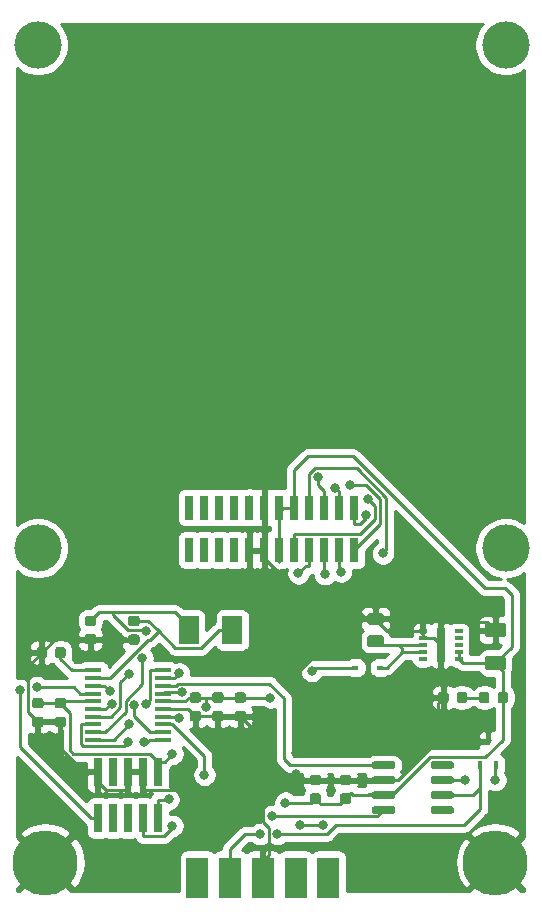
<source format=gbr>
G04 #@! TF.GenerationSoftware,KiCad,Pcbnew,(5.1.2)-1*
G04 #@! TF.CreationDate,2019-06-16T12:12:28+02:00*
G04 #@! TF.ProjectId,STM32CAN,53544d33-3243-4414-9e2e-6b696361645f,rev?*
G04 #@! TF.SameCoordinates,Original*
G04 #@! TF.FileFunction,Copper,L1,Top*
G04 #@! TF.FilePolarity,Positive*
%FSLAX46Y46*%
G04 Gerber Fmt 4.6, Leading zero omitted, Abs format (unit mm)*
G04 Created by KiCad (PCBNEW (5.1.2)-1) date 2019-06-16 12:12:28*
%MOMM*%
%LPD*%
G04 APERTURE LIST*
%ADD10C,4.000000*%
%ADD11R,1.450000X0.450000*%
%ADD12R,0.750000X2.100000*%
%ADD13C,5.500000*%
%ADD14C,0.100000*%
%ADD15C,0.875000*%
%ADD16C,0.975000*%
%ADD17C,1.250000*%
%ADD18R,0.600000X0.450000*%
%ADD19R,0.450000X0.700000*%
%ADD20R,0.650000X0.300000*%
%ADD21R,0.700000X2.900000*%
%ADD22R,1.846667X3.480000*%
%ADD23R,0.740000X2.400000*%
%ADD24C,0.600000*%
%ADD25R,1.700000X2.400000*%
%ADD26C,0.800000*%
%ADD27C,0.250000*%
%ADD28C,0.254000*%
G04 APERTURE END LIST*
D10*
X58650000Y-61650000D03*
X19050000Y-61650000D03*
X58650000Y-19050000D03*
X19050000Y-19050000D03*
D11*
X23720000Y-72005000D03*
X23720000Y-72655000D03*
X23720000Y-73305000D03*
X23720000Y-73955000D03*
X23720000Y-74605000D03*
X23720000Y-75255000D03*
X23720000Y-75905000D03*
X23720000Y-76555000D03*
X23720000Y-77205000D03*
X23720000Y-77855000D03*
X29620000Y-77855000D03*
X29620000Y-77205000D03*
X29620000Y-76555000D03*
X29620000Y-75905000D03*
X29620000Y-75255000D03*
X29620000Y-74605000D03*
X29620000Y-73955000D03*
X29620000Y-73305000D03*
X29620000Y-72655000D03*
X29620000Y-72005000D03*
D12*
X31865000Y-58208000D03*
X31865000Y-61808000D03*
X33135000Y-58208000D03*
X33135000Y-61808000D03*
X34405000Y-58208000D03*
X34405000Y-61808000D03*
X35675000Y-58208000D03*
X35675000Y-61808000D03*
X36945000Y-58208000D03*
X36945000Y-61808000D03*
X38215000Y-58208000D03*
X38215000Y-61808000D03*
X39485000Y-58208000D03*
X39485000Y-61808000D03*
X40755000Y-58208000D03*
X40755000Y-61808000D03*
X42025000Y-58208000D03*
X42025000Y-61808000D03*
X43295000Y-58208000D03*
X43295000Y-61808000D03*
X44565000Y-58208000D03*
X44565000Y-61808000D03*
X45835000Y-58208000D03*
X45835000Y-61808000D03*
D13*
X57785000Y-88265000D03*
X19685000Y-88265000D03*
D14*
G36*
X19327691Y-74341053D02*
G01*
X19348926Y-74344203D01*
X19369750Y-74349419D01*
X19389962Y-74356651D01*
X19409368Y-74365830D01*
X19427781Y-74376866D01*
X19445024Y-74389654D01*
X19460930Y-74404070D01*
X19475346Y-74419976D01*
X19488134Y-74437219D01*
X19499170Y-74455632D01*
X19508349Y-74475038D01*
X19515581Y-74495250D01*
X19520797Y-74516074D01*
X19523947Y-74537309D01*
X19525000Y-74558750D01*
X19525000Y-74996250D01*
X19523947Y-75017691D01*
X19520797Y-75038926D01*
X19515581Y-75059750D01*
X19508349Y-75079962D01*
X19499170Y-75099368D01*
X19488134Y-75117781D01*
X19475346Y-75135024D01*
X19460930Y-75150930D01*
X19445024Y-75165346D01*
X19427781Y-75178134D01*
X19409368Y-75189170D01*
X19389962Y-75198349D01*
X19369750Y-75205581D01*
X19348926Y-75210797D01*
X19327691Y-75213947D01*
X19306250Y-75215000D01*
X18793750Y-75215000D01*
X18772309Y-75213947D01*
X18751074Y-75210797D01*
X18730250Y-75205581D01*
X18710038Y-75198349D01*
X18690632Y-75189170D01*
X18672219Y-75178134D01*
X18654976Y-75165346D01*
X18639070Y-75150930D01*
X18624654Y-75135024D01*
X18611866Y-75117781D01*
X18600830Y-75099368D01*
X18591651Y-75079962D01*
X18584419Y-75059750D01*
X18579203Y-75038926D01*
X18576053Y-75017691D01*
X18575000Y-74996250D01*
X18575000Y-74558750D01*
X18576053Y-74537309D01*
X18579203Y-74516074D01*
X18584419Y-74495250D01*
X18591651Y-74475038D01*
X18600830Y-74455632D01*
X18611866Y-74437219D01*
X18624654Y-74419976D01*
X18639070Y-74404070D01*
X18654976Y-74389654D01*
X18672219Y-74376866D01*
X18690632Y-74365830D01*
X18710038Y-74356651D01*
X18730250Y-74349419D01*
X18751074Y-74344203D01*
X18772309Y-74341053D01*
X18793750Y-74340000D01*
X19306250Y-74340000D01*
X19327691Y-74341053D01*
X19327691Y-74341053D01*
G37*
D15*
X19050000Y-74777500D03*
D14*
G36*
X19327691Y-75916053D02*
G01*
X19348926Y-75919203D01*
X19369750Y-75924419D01*
X19389962Y-75931651D01*
X19409368Y-75940830D01*
X19427781Y-75951866D01*
X19445024Y-75964654D01*
X19460930Y-75979070D01*
X19475346Y-75994976D01*
X19488134Y-76012219D01*
X19499170Y-76030632D01*
X19508349Y-76050038D01*
X19515581Y-76070250D01*
X19520797Y-76091074D01*
X19523947Y-76112309D01*
X19525000Y-76133750D01*
X19525000Y-76571250D01*
X19523947Y-76592691D01*
X19520797Y-76613926D01*
X19515581Y-76634750D01*
X19508349Y-76654962D01*
X19499170Y-76674368D01*
X19488134Y-76692781D01*
X19475346Y-76710024D01*
X19460930Y-76725930D01*
X19445024Y-76740346D01*
X19427781Y-76753134D01*
X19409368Y-76764170D01*
X19389962Y-76773349D01*
X19369750Y-76780581D01*
X19348926Y-76785797D01*
X19327691Y-76788947D01*
X19306250Y-76790000D01*
X18793750Y-76790000D01*
X18772309Y-76788947D01*
X18751074Y-76785797D01*
X18730250Y-76780581D01*
X18710038Y-76773349D01*
X18690632Y-76764170D01*
X18672219Y-76753134D01*
X18654976Y-76740346D01*
X18639070Y-76725930D01*
X18624654Y-76710024D01*
X18611866Y-76692781D01*
X18600830Y-76674368D01*
X18591651Y-76654962D01*
X18584419Y-76634750D01*
X18579203Y-76613926D01*
X18576053Y-76592691D01*
X18575000Y-76571250D01*
X18575000Y-76133750D01*
X18576053Y-76112309D01*
X18579203Y-76091074D01*
X18584419Y-76070250D01*
X18591651Y-76050038D01*
X18600830Y-76030632D01*
X18611866Y-76012219D01*
X18624654Y-75994976D01*
X18639070Y-75979070D01*
X18654976Y-75964654D01*
X18672219Y-75951866D01*
X18690632Y-75940830D01*
X18710038Y-75931651D01*
X18730250Y-75924419D01*
X18751074Y-75919203D01*
X18772309Y-75916053D01*
X18793750Y-75915000D01*
X19306250Y-75915000D01*
X19327691Y-75916053D01*
X19327691Y-75916053D01*
G37*
D15*
X19050000Y-76352500D03*
D14*
G36*
X21232691Y-75916053D02*
G01*
X21253926Y-75919203D01*
X21274750Y-75924419D01*
X21294962Y-75931651D01*
X21314368Y-75940830D01*
X21332781Y-75951866D01*
X21350024Y-75964654D01*
X21365930Y-75979070D01*
X21380346Y-75994976D01*
X21393134Y-76012219D01*
X21404170Y-76030632D01*
X21413349Y-76050038D01*
X21420581Y-76070250D01*
X21425797Y-76091074D01*
X21428947Y-76112309D01*
X21430000Y-76133750D01*
X21430000Y-76571250D01*
X21428947Y-76592691D01*
X21425797Y-76613926D01*
X21420581Y-76634750D01*
X21413349Y-76654962D01*
X21404170Y-76674368D01*
X21393134Y-76692781D01*
X21380346Y-76710024D01*
X21365930Y-76725930D01*
X21350024Y-76740346D01*
X21332781Y-76753134D01*
X21314368Y-76764170D01*
X21294962Y-76773349D01*
X21274750Y-76780581D01*
X21253926Y-76785797D01*
X21232691Y-76788947D01*
X21211250Y-76790000D01*
X20698750Y-76790000D01*
X20677309Y-76788947D01*
X20656074Y-76785797D01*
X20635250Y-76780581D01*
X20615038Y-76773349D01*
X20595632Y-76764170D01*
X20577219Y-76753134D01*
X20559976Y-76740346D01*
X20544070Y-76725930D01*
X20529654Y-76710024D01*
X20516866Y-76692781D01*
X20505830Y-76674368D01*
X20496651Y-76654962D01*
X20489419Y-76634750D01*
X20484203Y-76613926D01*
X20481053Y-76592691D01*
X20480000Y-76571250D01*
X20480000Y-76133750D01*
X20481053Y-76112309D01*
X20484203Y-76091074D01*
X20489419Y-76070250D01*
X20496651Y-76050038D01*
X20505830Y-76030632D01*
X20516866Y-76012219D01*
X20529654Y-75994976D01*
X20544070Y-75979070D01*
X20559976Y-75964654D01*
X20577219Y-75951866D01*
X20595632Y-75940830D01*
X20615038Y-75931651D01*
X20635250Y-75924419D01*
X20656074Y-75919203D01*
X20677309Y-75916053D01*
X20698750Y-75915000D01*
X21211250Y-75915000D01*
X21232691Y-75916053D01*
X21232691Y-75916053D01*
G37*
D15*
X20955000Y-76352500D03*
D14*
G36*
X21232691Y-74341053D02*
G01*
X21253926Y-74344203D01*
X21274750Y-74349419D01*
X21294962Y-74356651D01*
X21314368Y-74365830D01*
X21332781Y-74376866D01*
X21350024Y-74389654D01*
X21365930Y-74404070D01*
X21380346Y-74419976D01*
X21393134Y-74437219D01*
X21404170Y-74455632D01*
X21413349Y-74475038D01*
X21420581Y-74495250D01*
X21425797Y-74516074D01*
X21428947Y-74537309D01*
X21430000Y-74558750D01*
X21430000Y-74996250D01*
X21428947Y-75017691D01*
X21425797Y-75038926D01*
X21420581Y-75059750D01*
X21413349Y-75079962D01*
X21404170Y-75099368D01*
X21393134Y-75117781D01*
X21380346Y-75135024D01*
X21365930Y-75150930D01*
X21350024Y-75165346D01*
X21332781Y-75178134D01*
X21314368Y-75189170D01*
X21294962Y-75198349D01*
X21274750Y-75205581D01*
X21253926Y-75210797D01*
X21232691Y-75213947D01*
X21211250Y-75215000D01*
X20698750Y-75215000D01*
X20677309Y-75213947D01*
X20656074Y-75210797D01*
X20635250Y-75205581D01*
X20615038Y-75198349D01*
X20595632Y-75189170D01*
X20577219Y-75178134D01*
X20559976Y-75165346D01*
X20544070Y-75150930D01*
X20529654Y-75135024D01*
X20516866Y-75117781D01*
X20505830Y-75099368D01*
X20496651Y-75079962D01*
X20489419Y-75059750D01*
X20484203Y-75038926D01*
X20481053Y-75017691D01*
X20480000Y-74996250D01*
X20480000Y-74558750D01*
X20481053Y-74537309D01*
X20484203Y-74516074D01*
X20489419Y-74495250D01*
X20496651Y-74475038D01*
X20505830Y-74455632D01*
X20516866Y-74437219D01*
X20529654Y-74419976D01*
X20544070Y-74404070D01*
X20559976Y-74389654D01*
X20577219Y-74376866D01*
X20595632Y-74365830D01*
X20615038Y-74356651D01*
X20635250Y-74349419D01*
X20656074Y-74344203D01*
X20677309Y-74341053D01*
X20698750Y-74340000D01*
X21211250Y-74340000D01*
X21232691Y-74341053D01*
X21232691Y-74341053D01*
G37*
D15*
X20955000Y-74777500D03*
D14*
G36*
X32662691Y-73858553D02*
G01*
X32683926Y-73861703D01*
X32704750Y-73866919D01*
X32724962Y-73874151D01*
X32744368Y-73883330D01*
X32762781Y-73894366D01*
X32780024Y-73907154D01*
X32795930Y-73921570D01*
X32810346Y-73937476D01*
X32823134Y-73954719D01*
X32834170Y-73973132D01*
X32843349Y-73992538D01*
X32850581Y-74012750D01*
X32855797Y-74033574D01*
X32858947Y-74054809D01*
X32860000Y-74076250D01*
X32860000Y-74513750D01*
X32858947Y-74535191D01*
X32855797Y-74556426D01*
X32850581Y-74577250D01*
X32843349Y-74597462D01*
X32834170Y-74616868D01*
X32823134Y-74635281D01*
X32810346Y-74652524D01*
X32795930Y-74668430D01*
X32780024Y-74682846D01*
X32762781Y-74695634D01*
X32744368Y-74706670D01*
X32724962Y-74715849D01*
X32704750Y-74723081D01*
X32683926Y-74728297D01*
X32662691Y-74731447D01*
X32641250Y-74732500D01*
X32128750Y-74732500D01*
X32107309Y-74731447D01*
X32086074Y-74728297D01*
X32065250Y-74723081D01*
X32045038Y-74715849D01*
X32025632Y-74706670D01*
X32007219Y-74695634D01*
X31989976Y-74682846D01*
X31974070Y-74668430D01*
X31959654Y-74652524D01*
X31946866Y-74635281D01*
X31935830Y-74616868D01*
X31926651Y-74597462D01*
X31919419Y-74577250D01*
X31914203Y-74556426D01*
X31911053Y-74535191D01*
X31910000Y-74513750D01*
X31910000Y-74076250D01*
X31911053Y-74054809D01*
X31914203Y-74033574D01*
X31919419Y-74012750D01*
X31926651Y-73992538D01*
X31935830Y-73973132D01*
X31946866Y-73954719D01*
X31959654Y-73937476D01*
X31974070Y-73921570D01*
X31989976Y-73907154D01*
X32007219Y-73894366D01*
X32025632Y-73883330D01*
X32045038Y-73874151D01*
X32065250Y-73866919D01*
X32086074Y-73861703D01*
X32107309Y-73858553D01*
X32128750Y-73857500D01*
X32641250Y-73857500D01*
X32662691Y-73858553D01*
X32662691Y-73858553D01*
G37*
D15*
X32385000Y-74295000D03*
D14*
G36*
X32662691Y-75433553D02*
G01*
X32683926Y-75436703D01*
X32704750Y-75441919D01*
X32724962Y-75449151D01*
X32744368Y-75458330D01*
X32762781Y-75469366D01*
X32780024Y-75482154D01*
X32795930Y-75496570D01*
X32810346Y-75512476D01*
X32823134Y-75529719D01*
X32834170Y-75548132D01*
X32843349Y-75567538D01*
X32850581Y-75587750D01*
X32855797Y-75608574D01*
X32858947Y-75629809D01*
X32860000Y-75651250D01*
X32860000Y-76088750D01*
X32858947Y-76110191D01*
X32855797Y-76131426D01*
X32850581Y-76152250D01*
X32843349Y-76172462D01*
X32834170Y-76191868D01*
X32823134Y-76210281D01*
X32810346Y-76227524D01*
X32795930Y-76243430D01*
X32780024Y-76257846D01*
X32762781Y-76270634D01*
X32744368Y-76281670D01*
X32724962Y-76290849D01*
X32704750Y-76298081D01*
X32683926Y-76303297D01*
X32662691Y-76306447D01*
X32641250Y-76307500D01*
X32128750Y-76307500D01*
X32107309Y-76306447D01*
X32086074Y-76303297D01*
X32065250Y-76298081D01*
X32045038Y-76290849D01*
X32025632Y-76281670D01*
X32007219Y-76270634D01*
X31989976Y-76257846D01*
X31974070Y-76243430D01*
X31959654Y-76227524D01*
X31946866Y-76210281D01*
X31935830Y-76191868D01*
X31926651Y-76172462D01*
X31919419Y-76152250D01*
X31914203Y-76131426D01*
X31911053Y-76110191D01*
X31910000Y-76088750D01*
X31910000Y-75651250D01*
X31911053Y-75629809D01*
X31914203Y-75608574D01*
X31919419Y-75587750D01*
X31926651Y-75567538D01*
X31935830Y-75548132D01*
X31946866Y-75529719D01*
X31959654Y-75512476D01*
X31974070Y-75496570D01*
X31989976Y-75482154D01*
X32007219Y-75469366D01*
X32025632Y-75458330D01*
X32045038Y-75449151D01*
X32065250Y-75441919D01*
X32086074Y-75436703D01*
X32107309Y-75433553D01*
X32128750Y-75432500D01*
X32641250Y-75432500D01*
X32662691Y-75433553D01*
X32662691Y-75433553D01*
G37*
D15*
X32385000Y-75870000D03*
D14*
G36*
X34567691Y-75433553D02*
G01*
X34588926Y-75436703D01*
X34609750Y-75441919D01*
X34629962Y-75449151D01*
X34649368Y-75458330D01*
X34667781Y-75469366D01*
X34685024Y-75482154D01*
X34700930Y-75496570D01*
X34715346Y-75512476D01*
X34728134Y-75529719D01*
X34739170Y-75548132D01*
X34748349Y-75567538D01*
X34755581Y-75587750D01*
X34760797Y-75608574D01*
X34763947Y-75629809D01*
X34765000Y-75651250D01*
X34765000Y-76088750D01*
X34763947Y-76110191D01*
X34760797Y-76131426D01*
X34755581Y-76152250D01*
X34748349Y-76172462D01*
X34739170Y-76191868D01*
X34728134Y-76210281D01*
X34715346Y-76227524D01*
X34700930Y-76243430D01*
X34685024Y-76257846D01*
X34667781Y-76270634D01*
X34649368Y-76281670D01*
X34629962Y-76290849D01*
X34609750Y-76298081D01*
X34588926Y-76303297D01*
X34567691Y-76306447D01*
X34546250Y-76307500D01*
X34033750Y-76307500D01*
X34012309Y-76306447D01*
X33991074Y-76303297D01*
X33970250Y-76298081D01*
X33950038Y-76290849D01*
X33930632Y-76281670D01*
X33912219Y-76270634D01*
X33894976Y-76257846D01*
X33879070Y-76243430D01*
X33864654Y-76227524D01*
X33851866Y-76210281D01*
X33840830Y-76191868D01*
X33831651Y-76172462D01*
X33824419Y-76152250D01*
X33819203Y-76131426D01*
X33816053Y-76110191D01*
X33815000Y-76088750D01*
X33815000Y-75651250D01*
X33816053Y-75629809D01*
X33819203Y-75608574D01*
X33824419Y-75587750D01*
X33831651Y-75567538D01*
X33840830Y-75548132D01*
X33851866Y-75529719D01*
X33864654Y-75512476D01*
X33879070Y-75496570D01*
X33894976Y-75482154D01*
X33912219Y-75469366D01*
X33930632Y-75458330D01*
X33950038Y-75449151D01*
X33970250Y-75441919D01*
X33991074Y-75436703D01*
X34012309Y-75433553D01*
X34033750Y-75432500D01*
X34546250Y-75432500D01*
X34567691Y-75433553D01*
X34567691Y-75433553D01*
G37*
D15*
X34290000Y-75870000D03*
D14*
G36*
X34567691Y-73858553D02*
G01*
X34588926Y-73861703D01*
X34609750Y-73866919D01*
X34629962Y-73874151D01*
X34649368Y-73883330D01*
X34667781Y-73894366D01*
X34685024Y-73907154D01*
X34700930Y-73921570D01*
X34715346Y-73937476D01*
X34728134Y-73954719D01*
X34739170Y-73973132D01*
X34748349Y-73992538D01*
X34755581Y-74012750D01*
X34760797Y-74033574D01*
X34763947Y-74054809D01*
X34765000Y-74076250D01*
X34765000Y-74513750D01*
X34763947Y-74535191D01*
X34760797Y-74556426D01*
X34755581Y-74577250D01*
X34748349Y-74597462D01*
X34739170Y-74616868D01*
X34728134Y-74635281D01*
X34715346Y-74652524D01*
X34700930Y-74668430D01*
X34685024Y-74682846D01*
X34667781Y-74695634D01*
X34649368Y-74706670D01*
X34629962Y-74715849D01*
X34609750Y-74723081D01*
X34588926Y-74728297D01*
X34567691Y-74731447D01*
X34546250Y-74732500D01*
X34033750Y-74732500D01*
X34012309Y-74731447D01*
X33991074Y-74728297D01*
X33970250Y-74723081D01*
X33950038Y-74715849D01*
X33930632Y-74706670D01*
X33912219Y-74695634D01*
X33894976Y-74682846D01*
X33879070Y-74668430D01*
X33864654Y-74652524D01*
X33851866Y-74635281D01*
X33840830Y-74616868D01*
X33831651Y-74597462D01*
X33824419Y-74577250D01*
X33819203Y-74556426D01*
X33816053Y-74535191D01*
X33815000Y-74513750D01*
X33815000Y-74076250D01*
X33816053Y-74054809D01*
X33819203Y-74033574D01*
X33824419Y-74012750D01*
X33831651Y-73992538D01*
X33840830Y-73973132D01*
X33851866Y-73954719D01*
X33864654Y-73937476D01*
X33879070Y-73921570D01*
X33894976Y-73907154D01*
X33912219Y-73894366D01*
X33930632Y-73883330D01*
X33950038Y-73874151D01*
X33970250Y-73866919D01*
X33991074Y-73861703D01*
X34012309Y-73858553D01*
X34033750Y-73857500D01*
X34546250Y-73857500D01*
X34567691Y-73858553D01*
X34567691Y-73858553D01*
G37*
D15*
X34290000Y-74295000D03*
D14*
G36*
X36472691Y-73858553D02*
G01*
X36493926Y-73861703D01*
X36514750Y-73866919D01*
X36534962Y-73874151D01*
X36554368Y-73883330D01*
X36572781Y-73894366D01*
X36590024Y-73907154D01*
X36605930Y-73921570D01*
X36620346Y-73937476D01*
X36633134Y-73954719D01*
X36644170Y-73973132D01*
X36653349Y-73992538D01*
X36660581Y-74012750D01*
X36665797Y-74033574D01*
X36668947Y-74054809D01*
X36670000Y-74076250D01*
X36670000Y-74513750D01*
X36668947Y-74535191D01*
X36665797Y-74556426D01*
X36660581Y-74577250D01*
X36653349Y-74597462D01*
X36644170Y-74616868D01*
X36633134Y-74635281D01*
X36620346Y-74652524D01*
X36605930Y-74668430D01*
X36590024Y-74682846D01*
X36572781Y-74695634D01*
X36554368Y-74706670D01*
X36534962Y-74715849D01*
X36514750Y-74723081D01*
X36493926Y-74728297D01*
X36472691Y-74731447D01*
X36451250Y-74732500D01*
X35938750Y-74732500D01*
X35917309Y-74731447D01*
X35896074Y-74728297D01*
X35875250Y-74723081D01*
X35855038Y-74715849D01*
X35835632Y-74706670D01*
X35817219Y-74695634D01*
X35799976Y-74682846D01*
X35784070Y-74668430D01*
X35769654Y-74652524D01*
X35756866Y-74635281D01*
X35745830Y-74616868D01*
X35736651Y-74597462D01*
X35729419Y-74577250D01*
X35724203Y-74556426D01*
X35721053Y-74535191D01*
X35720000Y-74513750D01*
X35720000Y-74076250D01*
X35721053Y-74054809D01*
X35724203Y-74033574D01*
X35729419Y-74012750D01*
X35736651Y-73992538D01*
X35745830Y-73973132D01*
X35756866Y-73954719D01*
X35769654Y-73937476D01*
X35784070Y-73921570D01*
X35799976Y-73907154D01*
X35817219Y-73894366D01*
X35835632Y-73883330D01*
X35855038Y-73874151D01*
X35875250Y-73866919D01*
X35896074Y-73861703D01*
X35917309Y-73858553D01*
X35938750Y-73857500D01*
X36451250Y-73857500D01*
X36472691Y-73858553D01*
X36472691Y-73858553D01*
G37*
D15*
X36195000Y-74295000D03*
D14*
G36*
X36472691Y-75433553D02*
G01*
X36493926Y-75436703D01*
X36514750Y-75441919D01*
X36534962Y-75449151D01*
X36554368Y-75458330D01*
X36572781Y-75469366D01*
X36590024Y-75482154D01*
X36605930Y-75496570D01*
X36620346Y-75512476D01*
X36633134Y-75529719D01*
X36644170Y-75548132D01*
X36653349Y-75567538D01*
X36660581Y-75587750D01*
X36665797Y-75608574D01*
X36668947Y-75629809D01*
X36670000Y-75651250D01*
X36670000Y-76088750D01*
X36668947Y-76110191D01*
X36665797Y-76131426D01*
X36660581Y-76152250D01*
X36653349Y-76172462D01*
X36644170Y-76191868D01*
X36633134Y-76210281D01*
X36620346Y-76227524D01*
X36605930Y-76243430D01*
X36590024Y-76257846D01*
X36572781Y-76270634D01*
X36554368Y-76281670D01*
X36534962Y-76290849D01*
X36514750Y-76298081D01*
X36493926Y-76303297D01*
X36472691Y-76306447D01*
X36451250Y-76307500D01*
X35938750Y-76307500D01*
X35917309Y-76306447D01*
X35896074Y-76303297D01*
X35875250Y-76298081D01*
X35855038Y-76290849D01*
X35835632Y-76281670D01*
X35817219Y-76270634D01*
X35799976Y-76257846D01*
X35784070Y-76243430D01*
X35769654Y-76227524D01*
X35756866Y-76210281D01*
X35745830Y-76191868D01*
X35736651Y-76172462D01*
X35729419Y-76152250D01*
X35724203Y-76131426D01*
X35721053Y-76110191D01*
X35720000Y-76088750D01*
X35720000Y-75651250D01*
X35721053Y-75629809D01*
X35724203Y-75608574D01*
X35729419Y-75587750D01*
X35736651Y-75567538D01*
X35745830Y-75548132D01*
X35756866Y-75529719D01*
X35769654Y-75512476D01*
X35784070Y-75496570D01*
X35799976Y-75482154D01*
X35817219Y-75469366D01*
X35835632Y-75458330D01*
X35855038Y-75449151D01*
X35875250Y-75441919D01*
X35896074Y-75436703D01*
X35917309Y-75433553D01*
X35938750Y-75432500D01*
X36451250Y-75432500D01*
X36472691Y-75433553D01*
X36472691Y-75433553D01*
G37*
D15*
X36195000Y-75870000D03*
D14*
G36*
X27455691Y-67381553D02*
G01*
X27476926Y-67384703D01*
X27497750Y-67389919D01*
X27517962Y-67397151D01*
X27537368Y-67406330D01*
X27555781Y-67417366D01*
X27573024Y-67430154D01*
X27588930Y-67444570D01*
X27603346Y-67460476D01*
X27616134Y-67477719D01*
X27627170Y-67496132D01*
X27636349Y-67515538D01*
X27643581Y-67535750D01*
X27648797Y-67556574D01*
X27651947Y-67577809D01*
X27653000Y-67599250D01*
X27653000Y-68036750D01*
X27651947Y-68058191D01*
X27648797Y-68079426D01*
X27643581Y-68100250D01*
X27636349Y-68120462D01*
X27627170Y-68139868D01*
X27616134Y-68158281D01*
X27603346Y-68175524D01*
X27588930Y-68191430D01*
X27573024Y-68205846D01*
X27555781Y-68218634D01*
X27537368Y-68229670D01*
X27517962Y-68238849D01*
X27497750Y-68246081D01*
X27476926Y-68251297D01*
X27455691Y-68254447D01*
X27434250Y-68255500D01*
X26921750Y-68255500D01*
X26900309Y-68254447D01*
X26879074Y-68251297D01*
X26858250Y-68246081D01*
X26838038Y-68238849D01*
X26818632Y-68229670D01*
X26800219Y-68218634D01*
X26782976Y-68205846D01*
X26767070Y-68191430D01*
X26752654Y-68175524D01*
X26739866Y-68158281D01*
X26728830Y-68139868D01*
X26719651Y-68120462D01*
X26712419Y-68100250D01*
X26707203Y-68079426D01*
X26704053Y-68058191D01*
X26703000Y-68036750D01*
X26703000Y-67599250D01*
X26704053Y-67577809D01*
X26707203Y-67556574D01*
X26712419Y-67535750D01*
X26719651Y-67515538D01*
X26728830Y-67496132D01*
X26739866Y-67477719D01*
X26752654Y-67460476D01*
X26767070Y-67444570D01*
X26782976Y-67430154D01*
X26800219Y-67417366D01*
X26818632Y-67406330D01*
X26838038Y-67397151D01*
X26858250Y-67389919D01*
X26879074Y-67384703D01*
X26900309Y-67381553D01*
X26921750Y-67380500D01*
X27434250Y-67380500D01*
X27455691Y-67381553D01*
X27455691Y-67381553D01*
G37*
D15*
X27178000Y-67818000D03*
D14*
G36*
X27455691Y-68956553D02*
G01*
X27476926Y-68959703D01*
X27497750Y-68964919D01*
X27517962Y-68972151D01*
X27537368Y-68981330D01*
X27555781Y-68992366D01*
X27573024Y-69005154D01*
X27588930Y-69019570D01*
X27603346Y-69035476D01*
X27616134Y-69052719D01*
X27627170Y-69071132D01*
X27636349Y-69090538D01*
X27643581Y-69110750D01*
X27648797Y-69131574D01*
X27651947Y-69152809D01*
X27653000Y-69174250D01*
X27653000Y-69611750D01*
X27651947Y-69633191D01*
X27648797Y-69654426D01*
X27643581Y-69675250D01*
X27636349Y-69695462D01*
X27627170Y-69714868D01*
X27616134Y-69733281D01*
X27603346Y-69750524D01*
X27588930Y-69766430D01*
X27573024Y-69780846D01*
X27555781Y-69793634D01*
X27537368Y-69804670D01*
X27517962Y-69813849D01*
X27497750Y-69821081D01*
X27476926Y-69826297D01*
X27455691Y-69829447D01*
X27434250Y-69830500D01*
X26921750Y-69830500D01*
X26900309Y-69829447D01*
X26879074Y-69826297D01*
X26858250Y-69821081D01*
X26838038Y-69813849D01*
X26818632Y-69804670D01*
X26800219Y-69793634D01*
X26782976Y-69780846D01*
X26767070Y-69766430D01*
X26752654Y-69750524D01*
X26739866Y-69733281D01*
X26728830Y-69714868D01*
X26719651Y-69695462D01*
X26712419Y-69675250D01*
X26707203Y-69654426D01*
X26704053Y-69633191D01*
X26703000Y-69611750D01*
X26703000Y-69174250D01*
X26704053Y-69152809D01*
X26707203Y-69131574D01*
X26712419Y-69110750D01*
X26719651Y-69090538D01*
X26728830Y-69071132D01*
X26739866Y-69052719D01*
X26752654Y-69035476D01*
X26767070Y-69019570D01*
X26782976Y-69005154D01*
X26800219Y-68992366D01*
X26818632Y-68981330D01*
X26838038Y-68972151D01*
X26858250Y-68964919D01*
X26879074Y-68959703D01*
X26900309Y-68956553D01*
X26921750Y-68955500D01*
X27434250Y-68955500D01*
X27455691Y-68956553D01*
X27455691Y-68956553D01*
G37*
D15*
X27178000Y-69393000D03*
D14*
G36*
X23772691Y-67356053D02*
G01*
X23793926Y-67359203D01*
X23814750Y-67364419D01*
X23834962Y-67371651D01*
X23854368Y-67380830D01*
X23872781Y-67391866D01*
X23890024Y-67404654D01*
X23905930Y-67419070D01*
X23920346Y-67434976D01*
X23933134Y-67452219D01*
X23944170Y-67470632D01*
X23953349Y-67490038D01*
X23960581Y-67510250D01*
X23965797Y-67531074D01*
X23968947Y-67552309D01*
X23970000Y-67573750D01*
X23970000Y-68011250D01*
X23968947Y-68032691D01*
X23965797Y-68053926D01*
X23960581Y-68074750D01*
X23953349Y-68094962D01*
X23944170Y-68114368D01*
X23933134Y-68132781D01*
X23920346Y-68150024D01*
X23905930Y-68165930D01*
X23890024Y-68180346D01*
X23872781Y-68193134D01*
X23854368Y-68204170D01*
X23834962Y-68213349D01*
X23814750Y-68220581D01*
X23793926Y-68225797D01*
X23772691Y-68228947D01*
X23751250Y-68230000D01*
X23238750Y-68230000D01*
X23217309Y-68228947D01*
X23196074Y-68225797D01*
X23175250Y-68220581D01*
X23155038Y-68213349D01*
X23135632Y-68204170D01*
X23117219Y-68193134D01*
X23099976Y-68180346D01*
X23084070Y-68165930D01*
X23069654Y-68150024D01*
X23056866Y-68132781D01*
X23045830Y-68114368D01*
X23036651Y-68094962D01*
X23029419Y-68074750D01*
X23024203Y-68053926D01*
X23021053Y-68032691D01*
X23020000Y-68011250D01*
X23020000Y-67573750D01*
X23021053Y-67552309D01*
X23024203Y-67531074D01*
X23029419Y-67510250D01*
X23036651Y-67490038D01*
X23045830Y-67470632D01*
X23056866Y-67452219D01*
X23069654Y-67434976D01*
X23084070Y-67419070D01*
X23099976Y-67404654D01*
X23117219Y-67391866D01*
X23135632Y-67380830D01*
X23155038Y-67371651D01*
X23175250Y-67364419D01*
X23196074Y-67359203D01*
X23217309Y-67356053D01*
X23238750Y-67355000D01*
X23751250Y-67355000D01*
X23772691Y-67356053D01*
X23772691Y-67356053D01*
G37*
D15*
X23495000Y-67792500D03*
D14*
G36*
X23772691Y-68931053D02*
G01*
X23793926Y-68934203D01*
X23814750Y-68939419D01*
X23834962Y-68946651D01*
X23854368Y-68955830D01*
X23872781Y-68966866D01*
X23890024Y-68979654D01*
X23905930Y-68994070D01*
X23920346Y-69009976D01*
X23933134Y-69027219D01*
X23944170Y-69045632D01*
X23953349Y-69065038D01*
X23960581Y-69085250D01*
X23965797Y-69106074D01*
X23968947Y-69127309D01*
X23970000Y-69148750D01*
X23970000Y-69586250D01*
X23968947Y-69607691D01*
X23965797Y-69628926D01*
X23960581Y-69649750D01*
X23953349Y-69669962D01*
X23944170Y-69689368D01*
X23933134Y-69707781D01*
X23920346Y-69725024D01*
X23905930Y-69740930D01*
X23890024Y-69755346D01*
X23872781Y-69768134D01*
X23854368Y-69779170D01*
X23834962Y-69788349D01*
X23814750Y-69795581D01*
X23793926Y-69800797D01*
X23772691Y-69803947D01*
X23751250Y-69805000D01*
X23238750Y-69805000D01*
X23217309Y-69803947D01*
X23196074Y-69800797D01*
X23175250Y-69795581D01*
X23155038Y-69788349D01*
X23135632Y-69779170D01*
X23117219Y-69768134D01*
X23099976Y-69755346D01*
X23084070Y-69740930D01*
X23069654Y-69725024D01*
X23056866Y-69707781D01*
X23045830Y-69689368D01*
X23036651Y-69669962D01*
X23029419Y-69649750D01*
X23024203Y-69628926D01*
X23021053Y-69607691D01*
X23020000Y-69586250D01*
X23020000Y-69148750D01*
X23021053Y-69127309D01*
X23024203Y-69106074D01*
X23029419Y-69085250D01*
X23036651Y-69065038D01*
X23045830Y-69045632D01*
X23056866Y-69027219D01*
X23069654Y-69009976D01*
X23084070Y-68994070D01*
X23099976Y-68979654D01*
X23117219Y-68966866D01*
X23135632Y-68955830D01*
X23155038Y-68946651D01*
X23175250Y-68939419D01*
X23196074Y-68934203D01*
X23217309Y-68931053D01*
X23238750Y-68930000D01*
X23751250Y-68930000D01*
X23772691Y-68931053D01*
X23772691Y-68931053D01*
G37*
D15*
X23495000Y-69367500D03*
D14*
G36*
X45362691Y-82418553D02*
G01*
X45383926Y-82421703D01*
X45404750Y-82426919D01*
X45424962Y-82434151D01*
X45444368Y-82443330D01*
X45462781Y-82454366D01*
X45480024Y-82467154D01*
X45495930Y-82481570D01*
X45510346Y-82497476D01*
X45523134Y-82514719D01*
X45534170Y-82533132D01*
X45543349Y-82552538D01*
X45550581Y-82572750D01*
X45555797Y-82593574D01*
X45558947Y-82614809D01*
X45560000Y-82636250D01*
X45560000Y-83073750D01*
X45558947Y-83095191D01*
X45555797Y-83116426D01*
X45550581Y-83137250D01*
X45543349Y-83157462D01*
X45534170Y-83176868D01*
X45523134Y-83195281D01*
X45510346Y-83212524D01*
X45495930Y-83228430D01*
X45480024Y-83242846D01*
X45462781Y-83255634D01*
X45444368Y-83266670D01*
X45424962Y-83275849D01*
X45404750Y-83283081D01*
X45383926Y-83288297D01*
X45362691Y-83291447D01*
X45341250Y-83292500D01*
X44828750Y-83292500D01*
X44807309Y-83291447D01*
X44786074Y-83288297D01*
X44765250Y-83283081D01*
X44745038Y-83275849D01*
X44725632Y-83266670D01*
X44707219Y-83255634D01*
X44689976Y-83242846D01*
X44674070Y-83228430D01*
X44659654Y-83212524D01*
X44646866Y-83195281D01*
X44635830Y-83176868D01*
X44626651Y-83157462D01*
X44619419Y-83137250D01*
X44614203Y-83116426D01*
X44611053Y-83095191D01*
X44610000Y-83073750D01*
X44610000Y-82636250D01*
X44611053Y-82614809D01*
X44614203Y-82593574D01*
X44619419Y-82572750D01*
X44626651Y-82552538D01*
X44635830Y-82533132D01*
X44646866Y-82514719D01*
X44659654Y-82497476D01*
X44674070Y-82481570D01*
X44689976Y-82467154D01*
X44707219Y-82454366D01*
X44725632Y-82443330D01*
X44745038Y-82434151D01*
X44765250Y-82426919D01*
X44786074Y-82421703D01*
X44807309Y-82418553D01*
X44828750Y-82417500D01*
X45341250Y-82417500D01*
X45362691Y-82418553D01*
X45362691Y-82418553D01*
G37*
D15*
X45085000Y-82855000D03*
D14*
G36*
X45362691Y-80843553D02*
G01*
X45383926Y-80846703D01*
X45404750Y-80851919D01*
X45424962Y-80859151D01*
X45444368Y-80868330D01*
X45462781Y-80879366D01*
X45480024Y-80892154D01*
X45495930Y-80906570D01*
X45510346Y-80922476D01*
X45523134Y-80939719D01*
X45534170Y-80958132D01*
X45543349Y-80977538D01*
X45550581Y-80997750D01*
X45555797Y-81018574D01*
X45558947Y-81039809D01*
X45560000Y-81061250D01*
X45560000Y-81498750D01*
X45558947Y-81520191D01*
X45555797Y-81541426D01*
X45550581Y-81562250D01*
X45543349Y-81582462D01*
X45534170Y-81601868D01*
X45523134Y-81620281D01*
X45510346Y-81637524D01*
X45495930Y-81653430D01*
X45480024Y-81667846D01*
X45462781Y-81680634D01*
X45444368Y-81691670D01*
X45424962Y-81700849D01*
X45404750Y-81708081D01*
X45383926Y-81713297D01*
X45362691Y-81716447D01*
X45341250Y-81717500D01*
X44828750Y-81717500D01*
X44807309Y-81716447D01*
X44786074Y-81713297D01*
X44765250Y-81708081D01*
X44745038Y-81700849D01*
X44725632Y-81691670D01*
X44707219Y-81680634D01*
X44689976Y-81667846D01*
X44674070Y-81653430D01*
X44659654Y-81637524D01*
X44646866Y-81620281D01*
X44635830Y-81601868D01*
X44626651Y-81582462D01*
X44619419Y-81562250D01*
X44614203Y-81541426D01*
X44611053Y-81520191D01*
X44610000Y-81498750D01*
X44610000Y-81061250D01*
X44611053Y-81039809D01*
X44614203Y-81018574D01*
X44619419Y-80997750D01*
X44626651Y-80977538D01*
X44635830Y-80958132D01*
X44646866Y-80939719D01*
X44659654Y-80922476D01*
X44674070Y-80906570D01*
X44689976Y-80892154D01*
X44707219Y-80879366D01*
X44725632Y-80868330D01*
X44745038Y-80859151D01*
X44765250Y-80851919D01*
X44786074Y-80846703D01*
X44807309Y-80843553D01*
X44828750Y-80842500D01*
X45341250Y-80842500D01*
X45362691Y-80843553D01*
X45362691Y-80843553D01*
G37*
D15*
X45085000Y-81280000D03*
D14*
G36*
X48105142Y-69031174D02*
G01*
X48128803Y-69034684D01*
X48152007Y-69040496D01*
X48174529Y-69048554D01*
X48196153Y-69058782D01*
X48216670Y-69071079D01*
X48235883Y-69085329D01*
X48253607Y-69101393D01*
X48269671Y-69119117D01*
X48283921Y-69138330D01*
X48296218Y-69158847D01*
X48306446Y-69180471D01*
X48314504Y-69202993D01*
X48320316Y-69226197D01*
X48323826Y-69249858D01*
X48325000Y-69273750D01*
X48325000Y-69761250D01*
X48323826Y-69785142D01*
X48320316Y-69808803D01*
X48314504Y-69832007D01*
X48306446Y-69854529D01*
X48296218Y-69876153D01*
X48283921Y-69896670D01*
X48269671Y-69915883D01*
X48253607Y-69933607D01*
X48235883Y-69949671D01*
X48216670Y-69963921D01*
X48196153Y-69976218D01*
X48174529Y-69986446D01*
X48152007Y-69994504D01*
X48128803Y-70000316D01*
X48105142Y-70003826D01*
X48081250Y-70005000D01*
X47168750Y-70005000D01*
X47144858Y-70003826D01*
X47121197Y-70000316D01*
X47097993Y-69994504D01*
X47075471Y-69986446D01*
X47053847Y-69976218D01*
X47033330Y-69963921D01*
X47014117Y-69949671D01*
X46996393Y-69933607D01*
X46980329Y-69915883D01*
X46966079Y-69896670D01*
X46953782Y-69876153D01*
X46943554Y-69854529D01*
X46935496Y-69832007D01*
X46929684Y-69808803D01*
X46926174Y-69785142D01*
X46925000Y-69761250D01*
X46925000Y-69273750D01*
X46926174Y-69249858D01*
X46929684Y-69226197D01*
X46935496Y-69202993D01*
X46943554Y-69180471D01*
X46953782Y-69158847D01*
X46966079Y-69138330D01*
X46980329Y-69119117D01*
X46996393Y-69101393D01*
X47014117Y-69085329D01*
X47033330Y-69071079D01*
X47053847Y-69058782D01*
X47075471Y-69048554D01*
X47097993Y-69040496D01*
X47121197Y-69034684D01*
X47144858Y-69031174D01*
X47168750Y-69030000D01*
X48081250Y-69030000D01*
X48105142Y-69031174D01*
X48105142Y-69031174D01*
G37*
D16*
X47625000Y-69517500D03*
D14*
G36*
X48105142Y-67156174D02*
G01*
X48128803Y-67159684D01*
X48152007Y-67165496D01*
X48174529Y-67173554D01*
X48196153Y-67183782D01*
X48216670Y-67196079D01*
X48235883Y-67210329D01*
X48253607Y-67226393D01*
X48269671Y-67244117D01*
X48283921Y-67263330D01*
X48296218Y-67283847D01*
X48306446Y-67305471D01*
X48314504Y-67327993D01*
X48320316Y-67351197D01*
X48323826Y-67374858D01*
X48325000Y-67398750D01*
X48325000Y-67886250D01*
X48323826Y-67910142D01*
X48320316Y-67933803D01*
X48314504Y-67957007D01*
X48306446Y-67979529D01*
X48296218Y-68001153D01*
X48283921Y-68021670D01*
X48269671Y-68040883D01*
X48253607Y-68058607D01*
X48235883Y-68074671D01*
X48216670Y-68088921D01*
X48196153Y-68101218D01*
X48174529Y-68111446D01*
X48152007Y-68119504D01*
X48128803Y-68125316D01*
X48105142Y-68128826D01*
X48081250Y-68130000D01*
X47168750Y-68130000D01*
X47144858Y-68128826D01*
X47121197Y-68125316D01*
X47097993Y-68119504D01*
X47075471Y-68111446D01*
X47053847Y-68101218D01*
X47033330Y-68088921D01*
X47014117Y-68074671D01*
X46996393Y-68058607D01*
X46980329Y-68040883D01*
X46966079Y-68021670D01*
X46953782Y-68001153D01*
X46943554Y-67979529D01*
X46935496Y-67957007D01*
X46929684Y-67933803D01*
X46926174Y-67910142D01*
X46925000Y-67886250D01*
X46925000Y-67398750D01*
X46926174Y-67374858D01*
X46929684Y-67351197D01*
X46935496Y-67327993D01*
X46943554Y-67305471D01*
X46953782Y-67283847D01*
X46966079Y-67263330D01*
X46980329Y-67244117D01*
X46996393Y-67226393D01*
X47014117Y-67210329D01*
X47033330Y-67196079D01*
X47053847Y-67183782D01*
X47075471Y-67173554D01*
X47097993Y-67165496D01*
X47121197Y-67159684D01*
X47144858Y-67156174D01*
X47168750Y-67155000D01*
X48081250Y-67155000D01*
X48105142Y-67156174D01*
X48105142Y-67156174D01*
G37*
D16*
X47625000Y-67642500D03*
D14*
G36*
X58434504Y-70756204D02*
G01*
X58458773Y-70759804D01*
X58482571Y-70765765D01*
X58505671Y-70774030D01*
X58527849Y-70784520D01*
X58548893Y-70797133D01*
X58568598Y-70811747D01*
X58586777Y-70828223D01*
X58603253Y-70846402D01*
X58617867Y-70866107D01*
X58630480Y-70887151D01*
X58640970Y-70909329D01*
X58649235Y-70932429D01*
X58655196Y-70956227D01*
X58658796Y-70980496D01*
X58660000Y-71005000D01*
X58660000Y-71755000D01*
X58658796Y-71779504D01*
X58655196Y-71803773D01*
X58649235Y-71827571D01*
X58640970Y-71850671D01*
X58630480Y-71872849D01*
X58617867Y-71893893D01*
X58603253Y-71913598D01*
X58586777Y-71931777D01*
X58568598Y-71948253D01*
X58548893Y-71962867D01*
X58527849Y-71975480D01*
X58505671Y-71985970D01*
X58482571Y-71994235D01*
X58458773Y-72000196D01*
X58434504Y-72003796D01*
X58410000Y-72005000D01*
X57160000Y-72005000D01*
X57135496Y-72003796D01*
X57111227Y-72000196D01*
X57087429Y-71994235D01*
X57064329Y-71985970D01*
X57042151Y-71975480D01*
X57021107Y-71962867D01*
X57001402Y-71948253D01*
X56983223Y-71931777D01*
X56966747Y-71913598D01*
X56952133Y-71893893D01*
X56939520Y-71872849D01*
X56929030Y-71850671D01*
X56920765Y-71827571D01*
X56914804Y-71803773D01*
X56911204Y-71779504D01*
X56910000Y-71755000D01*
X56910000Y-71005000D01*
X56911204Y-70980496D01*
X56914804Y-70956227D01*
X56920765Y-70932429D01*
X56929030Y-70909329D01*
X56939520Y-70887151D01*
X56952133Y-70866107D01*
X56966747Y-70846402D01*
X56983223Y-70828223D01*
X57001402Y-70811747D01*
X57021107Y-70797133D01*
X57042151Y-70784520D01*
X57064329Y-70774030D01*
X57087429Y-70765765D01*
X57111227Y-70759804D01*
X57135496Y-70756204D01*
X57160000Y-70755000D01*
X58410000Y-70755000D01*
X58434504Y-70756204D01*
X58434504Y-70756204D01*
G37*
D17*
X57785000Y-71380000D03*
D14*
G36*
X58434504Y-67956204D02*
G01*
X58458773Y-67959804D01*
X58482571Y-67965765D01*
X58505671Y-67974030D01*
X58527849Y-67984520D01*
X58548893Y-67997133D01*
X58568598Y-68011747D01*
X58586777Y-68028223D01*
X58603253Y-68046402D01*
X58617867Y-68066107D01*
X58630480Y-68087151D01*
X58640970Y-68109329D01*
X58649235Y-68132429D01*
X58655196Y-68156227D01*
X58658796Y-68180496D01*
X58660000Y-68205000D01*
X58660000Y-68955000D01*
X58658796Y-68979504D01*
X58655196Y-69003773D01*
X58649235Y-69027571D01*
X58640970Y-69050671D01*
X58630480Y-69072849D01*
X58617867Y-69093893D01*
X58603253Y-69113598D01*
X58586777Y-69131777D01*
X58568598Y-69148253D01*
X58548893Y-69162867D01*
X58527849Y-69175480D01*
X58505671Y-69185970D01*
X58482571Y-69194235D01*
X58458773Y-69200196D01*
X58434504Y-69203796D01*
X58410000Y-69205000D01*
X57160000Y-69205000D01*
X57135496Y-69203796D01*
X57111227Y-69200196D01*
X57087429Y-69194235D01*
X57064329Y-69185970D01*
X57042151Y-69175480D01*
X57021107Y-69162867D01*
X57001402Y-69148253D01*
X56983223Y-69131777D01*
X56966747Y-69113598D01*
X56952133Y-69093893D01*
X56939520Y-69072849D01*
X56929030Y-69050671D01*
X56920765Y-69027571D01*
X56914804Y-69003773D01*
X56911204Y-68979504D01*
X56910000Y-68955000D01*
X56910000Y-68205000D01*
X56911204Y-68180496D01*
X56914804Y-68156227D01*
X56920765Y-68132429D01*
X56929030Y-68109329D01*
X56939520Y-68087151D01*
X56952133Y-68066107D01*
X56966747Y-68046402D01*
X56983223Y-68028223D01*
X57001402Y-68011747D01*
X57021107Y-67997133D01*
X57042151Y-67984520D01*
X57064329Y-67974030D01*
X57087429Y-67965765D01*
X57111227Y-67959804D01*
X57135496Y-67956204D01*
X57160000Y-67955000D01*
X58410000Y-67955000D01*
X58434504Y-67956204D01*
X58434504Y-67956204D01*
G37*
D17*
X57785000Y-68580000D03*
D14*
G36*
X42822691Y-80843553D02*
G01*
X42843926Y-80846703D01*
X42864750Y-80851919D01*
X42884962Y-80859151D01*
X42904368Y-80868330D01*
X42922781Y-80879366D01*
X42940024Y-80892154D01*
X42955930Y-80906570D01*
X42970346Y-80922476D01*
X42983134Y-80939719D01*
X42994170Y-80958132D01*
X43003349Y-80977538D01*
X43010581Y-80997750D01*
X43015797Y-81018574D01*
X43018947Y-81039809D01*
X43020000Y-81061250D01*
X43020000Y-81498750D01*
X43018947Y-81520191D01*
X43015797Y-81541426D01*
X43010581Y-81562250D01*
X43003349Y-81582462D01*
X42994170Y-81601868D01*
X42983134Y-81620281D01*
X42970346Y-81637524D01*
X42955930Y-81653430D01*
X42940024Y-81667846D01*
X42922781Y-81680634D01*
X42904368Y-81691670D01*
X42884962Y-81700849D01*
X42864750Y-81708081D01*
X42843926Y-81713297D01*
X42822691Y-81716447D01*
X42801250Y-81717500D01*
X42288750Y-81717500D01*
X42267309Y-81716447D01*
X42246074Y-81713297D01*
X42225250Y-81708081D01*
X42205038Y-81700849D01*
X42185632Y-81691670D01*
X42167219Y-81680634D01*
X42149976Y-81667846D01*
X42134070Y-81653430D01*
X42119654Y-81637524D01*
X42106866Y-81620281D01*
X42095830Y-81601868D01*
X42086651Y-81582462D01*
X42079419Y-81562250D01*
X42074203Y-81541426D01*
X42071053Y-81520191D01*
X42070000Y-81498750D01*
X42070000Y-81061250D01*
X42071053Y-81039809D01*
X42074203Y-81018574D01*
X42079419Y-80997750D01*
X42086651Y-80977538D01*
X42095830Y-80958132D01*
X42106866Y-80939719D01*
X42119654Y-80922476D01*
X42134070Y-80906570D01*
X42149976Y-80892154D01*
X42167219Y-80879366D01*
X42185632Y-80868330D01*
X42205038Y-80859151D01*
X42225250Y-80851919D01*
X42246074Y-80846703D01*
X42267309Y-80843553D01*
X42288750Y-80842500D01*
X42801250Y-80842500D01*
X42822691Y-80843553D01*
X42822691Y-80843553D01*
G37*
D15*
X42545000Y-81280000D03*
D14*
G36*
X42822691Y-82418553D02*
G01*
X42843926Y-82421703D01*
X42864750Y-82426919D01*
X42884962Y-82434151D01*
X42904368Y-82443330D01*
X42922781Y-82454366D01*
X42940024Y-82467154D01*
X42955930Y-82481570D01*
X42970346Y-82497476D01*
X42983134Y-82514719D01*
X42994170Y-82533132D01*
X43003349Y-82552538D01*
X43010581Y-82572750D01*
X43015797Y-82593574D01*
X43018947Y-82614809D01*
X43020000Y-82636250D01*
X43020000Y-83073750D01*
X43018947Y-83095191D01*
X43015797Y-83116426D01*
X43010581Y-83137250D01*
X43003349Y-83157462D01*
X42994170Y-83176868D01*
X42983134Y-83195281D01*
X42970346Y-83212524D01*
X42955930Y-83228430D01*
X42940024Y-83242846D01*
X42922781Y-83255634D01*
X42904368Y-83266670D01*
X42884962Y-83275849D01*
X42864750Y-83283081D01*
X42843926Y-83288297D01*
X42822691Y-83291447D01*
X42801250Y-83292500D01*
X42288750Y-83292500D01*
X42267309Y-83291447D01*
X42246074Y-83288297D01*
X42225250Y-83283081D01*
X42205038Y-83275849D01*
X42185632Y-83266670D01*
X42167219Y-83255634D01*
X42149976Y-83242846D01*
X42134070Y-83228430D01*
X42119654Y-83212524D01*
X42106866Y-83195281D01*
X42095830Y-83176868D01*
X42086651Y-83157462D01*
X42079419Y-83137250D01*
X42074203Y-83116426D01*
X42071053Y-83095191D01*
X42070000Y-83073750D01*
X42070000Y-82636250D01*
X42071053Y-82614809D01*
X42074203Y-82593574D01*
X42079419Y-82572750D01*
X42086651Y-82552538D01*
X42095830Y-82533132D01*
X42106866Y-82514719D01*
X42119654Y-82497476D01*
X42134070Y-82481570D01*
X42149976Y-82467154D01*
X42167219Y-82454366D01*
X42185632Y-82443330D01*
X42205038Y-82434151D01*
X42225250Y-82426919D01*
X42246074Y-82421703D01*
X42267309Y-82418553D01*
X42288750Y-82417500D01*
X42801250Y-82417500D01*
X42822691Y-82418553D01*
X42822691Y-82418553D01*
G37*
D15*
X42545000Y-82855000D03*
D18*
X48040000Y-71755000D03*
X45940000Y-71755000D03*
D14*
G36*
X53617691Y-73821053D02*
G01*
X53638926Y-73824203D01*
X53659750Y-73829419D01*
X53679962Y-73836651D01*
X53699368Y-73845830D01*
X53717781Y-73856866D01*
X53735024Y-73869654D01*
X53750930Y-73884070D01*
X53765346Y-73899976D01*
X53778134Y-73917219D01*
X53789170Y-73935632D01*
X53798349Y-73955038D01*
X53805581Y-73975250D01*
X53810797Y-73996074D01*
X53813947Y-74017309D01*
X53815000Y-74038750D01*
X53815000Y-74551250D01*
X53813947Y-74572691D01*
X53810797Y-74593926D01*
X53805581Y-74614750D01*
X53798349Y-74634962D01*
X53789170Y-74654368D01*
X53778134Y-74672781D01*
X53765346Y-74690024D01*
X53750930Y-74705930D01*
X53735024Y-74720346D01*
X53717781Y-74733134D01*
X53699368Y-74744170D01*
X53679962Y-74753349D01*
X53659750Y-74760581D01*
X53638926Y-74765797D01*
X53617691Y-74768947D01*
X53596250Y-74770000D01*
X53158750Y-74770000D01*
X53137309Y-74768947D01*
X53116074Y-74765797D01*
X53095250Y-74760581D01*
X53075038Y-74753349D01*
X53055632Y-74744170D01*
X53037219Y-74733134D01*
X53019976Y-74720346D01*
X53004070Y-74705930D01*
X52989654Y-74690024D01*
X52976866Y-74672781D01*
X52965830Y-74654368D01*
X52956651Y-74634962D01*
X52949419Y-74614750D01*
X52944203Y-74593926D01*
X52941053Y-74572691D01*
X52940000Y-74551250D01*
X52940000Y-74038750D01*
X52941053Y-74017309D01*
X52944203Y-73996074D01*
X52949419Y-73975250D01*
X52956651Y-73955038D01*
X52965830Y-73935632D01*
X52976866Y-73917219D01*
X52989654Y-73899976D01*
X53004070Y-73884070D01*
X53019976Y-73869654D01*
X53037219Y-73856866D01*
X53055632Y-73845830D01*
X53075038Y-73836651D01*
X53095250Y-73829419D01*
X53116074Y-73824203D01*
X53137309Y-73821053D01*
X53158750Y-73820000D01*
X53596250Y-73820000D01*
X53617691Y-73821053D01*
X53617691Y-73821053D01*
G37*
D15*
X53377500Y-74295000D03*
D14*
G36*
X55192691Y-73821053D02*
G01*
X55213926Y-73824203D01*
X55234750Y-73829419D01*
X55254962Y-73836651D01*
X55274368Y-73845830D01*
X55292781Y-73856866D01*
X55310024Y-73869654D01*
X55325930Y-73884070D01*
X55340346Y-73899976D01*
X55353134Y-73917219D01*
X55364170Y-73935632D01*
X55373349Y-73955038D01*
X55380581Y-73975250D01*
X55385797Y-73996074D01*
X55388947Y-74017309D01*
X55390000Y-74038750D01*
X55390000Y-74551250D01*
X55388947Y-74572691D01*
X55385797Y-74593926D01*
X55380581Y-74614750D01*
X55373349Y-74634962D01*
X55364170Y-74654368D01*
X55353134Y-74672781D01*
X55340346Y-74690024D01*
X55325930Y-74705930D01*
X55310024Y-74720346D01*
X55292781Y-74733134D01*
X55274368Y-74744170D01*
X55254962Y-74753349D01*
X55234750Y-74760581D01*
X55213926Y-74765797D01*
X55192691Y-74768947D01*
X55171250Y-74770000D01*
X54733750Y-74770000D01*
X54712309Y-74768947D01*
X54691074Y-74765797D01*
X54670250Y-74760581D01*
X54650038Y-74753349D01*
X54630632Y-74744170D01*
X54612219Y-74733134D01*
X54594976Y-74720346D01*
X54579070Y-74705930D01*
X54564654Y-74690024D01*
X54551866Y-74672781D01*
X54540830Y-74654368D01*
X54531651Y-74634962D01*
X54524419Y-74614750D01*
X54519203Y-74593926D01*
X54516053Y-74572691D01*
X54515000Y-74551250D01*
X54515000Y-74038750D01*
X54516053Y-74017309D01*
X54519203Y-73996074D01*
X54524419Y-73975250D01*
X54531651Y-73955038D01*
X54540830Y-73935632D01*
X54551866Y-73917219D01*
X54564654Y-73899976D01*
X54579070Y-73884070D01*
X54594976Y-73869654D01*
X54612219Y-73856866D01*
X54630632Y-73845830D01*
X54650038Y-73836651D01*
X54670250Y-73829419D01*
X54691074Y-73824203D01*
X54712309Y-73821053D01*
X54733750Y-73820000D01*
X55171250Y-73820000D01*
X55192691Y-73821053D01*
X55192691Y-73821053D01*
G37*
D15*
X54952500Y-74295000D03*
D19*
X56515000Y-80010000D03*
X57815000Y-80010000D03*
X57165000Y-78010000D03*
D20*
X51630000Y-68650000D03*
X51630000Y-69250000D03*
X51630000Y-69850000D03*
X51630000Y-70450000D03*
X51630000Y-71050000D03*
X54680000Y-71050000D03*
X54680000Y-70450000D03*
X54680000Y-69850000D03*
X54680000Y-69250000D03*
X54680000Y-68650000D03*
D21*
X53155000Y-69850000D03*
D22*
X32560000Y-89535000D03*
X35330000Y-89535000D03*
X38100000Y-89535000D03*
X40870000Y-89535000D03*
X43640000Y-89535000D03*
D23*
X29210000Y-80600000D03*
X29210000Y-84500000D03*
X27940000Y-80600000D03*
X27940000Y-84500000D03*
X26670000Y-80600000D03*
X26670000Y-84500000D03*
X25400000Y-80600000D03*
X25400000Y-84500000D03*
X24130000Y-80600000D03*
X24130000Y-84500000D03*
D14*
G36*
X58660191Y-73821053D02*
G01*
X58681426Y-73824203D01*
X58702250Y-73829419D01*
X58722462Y-73836651D01*
X58741868Y-73845830D01*
X58760281Y-73856866D01*
X58777524Y-73869654D01*
X58793430Y-73884070D01*
X58807846Y-73899976D01*
X58820634Y-73917219D01*
X58831670Y-73935632D01*
X58840849Y-73955038D01*
X58848081Y-73975250D01*
X58853297Y-73996074D01*
X58856447Y-74017309D01*
X58857500Y-74038750D01*
X58857500Y-74551250D01*
X58856447Y-74572691D01*
X58853297Y-74593926D01*
X58848081Y-74614750D01*
X58840849Y-74634962D01*
X58831670Y-74654368D01*
X58820634Y-74672781D01*
X58807846Y-74690024D01*
X58793430Y-74705930D01*
X58777524Y-74720346D01*
X58760281Y-74733134D01*
X58741868Y-74744170D01*
X58722462Y-74753349D01*
X58702250Y-74760581D01*
X58681426Y-74765797D01*
X58660191Y-74768947D01*
X58638750Y-74770000D01*
X58201250Y-74770000D01*
X58179809Y-74768947D01*
X58158574Y-74765797D01*
X58137750Y-74760581D01*
X58117538Y-74753349D01*
X58098132Y-74744170D01*
X58079719Y-74733134D01*
X58062476Y-74720346D01*
X58046570Y-74705930D01*
X58032154Y-74690024D01*
X58019366Y-74672781D01*
X58008330Y-74654368D01*
X57999151Y-74634962D01*
X57991919Y-74614750D01*
X57986703Y-74593926D01*
X57983553Y-74572691D01*
X57982500Y-74551250D01*
X57982500Y-74038750D01*
X57983553Y-74017309D01*
X57986703Y-73996074D01*
X57991919Y-73975250D01*
X57999151Y-73955038D01*
X58008330Y-73935632D01*
X58019366Y-73917219D01*
X58032154Y-73899976D01*
X58046570Y-73884070D01*
X58062476Y-73869654D01*
X58079719Y-73856866D01*
X58098132Y-73845830D01*
X58117538Y-73836651D01*
X58137750Y-73829419D01*
X58158574Y-73824203D01*
X58179809Y-73821053D01*
X58201250Y-73820000D01*
X58638750Y-73820000D01*
X58660191Y-73821053D01*
X58660191Y-73821053D01*
G37*
D15*
X58420000Y-74295000D03*
D14*
G36*
X57085191Y-73821053D02*
G01*
X57106426Y-73824203D01*
X57127250Y-73829419D01*
X57147462Y-73836651D01*
X57166868Y-73845830D01*
X57185281Y-73856866D01*
X57202524Y-73869654D01*
X57218430Y-73884070D01*
X57232846Y-73899976D01*
X57245634Y-73917219D01*
X57256670Y-73935632D01*
X57265849Y-73955038D01*
X57273081Y-73975250D01*
X57278297Y-73996074D01*
X57281447Y-74017309D01*
X57282500Y-74038750D01*
X57282500Y-74551250D01*
X57281447Y-74572691D01*
X57278297Y-74593926D01*
X57273081Y-74614750D01*
X57265849Y-74634962D01*
X57256670Y-74654368D01*
X57245634Y-74672781D01*
X57232846Y-74690024D01*
X57218430Y-74705930D01*
X57202524Y-74720346D01*
X57185281Y-74733134D01*
X57166868Y-74744170D01*
X57147462Y-74753349D01*
X57127250Y-74760581D01*
X57106426Y-74765797D01*
X57085191Y-74768947D01*
X57063750Y-74770000D01*
X56626250Y-74770000D01*
X56604809Y-74768947D01*
X56583574Y-74765797D01*
X56562750Y-74760581D01*
X56542538Y-74753349D01*
X56523132Y-74744170D01*
X56504719Y-74733134D01*
X56487476Y-74720346D01*
X56471570Y-74705930D01*
X56457154Y-74690024D01*
X56444366Y-74672781D01*
X56433330Y-74654368D01*
X56424151Y-74634962D01*
X56416919Y-74614750D01*
X56411703Y-74593926D01*
X56408553Y-74572691D01*
X56407500Y-74551250D01*
X56407500Y-74038750D01*
X56408553Y-74017309D01*
X56411703Y-73996074D01*
X56416919Y-73975250D01*
X56424151Y-73955038D01*
X56433330Y-73935632D01*
X56444366Y-73917219D01*
X56457154Y-73899976D01*
X56471570Y-73884070D01*
X56487476Y-73869654D01*
X56504719Y-73856866D01*
X56523132Y-73845830D01*
X56542538Y-73836651D01*
X56562750Y-73829419D01*
X56583574Y-73824203D01*
X56604809Y-73821053D01*
X56626250Y-73820000D01*
X57063750Y-73820000D01*
X57085191Y-73821053D01*
X57085191Y-73821053D01*
G37*
D15*
X56845000Y-74295000D03*
D14*
G36*
X19620191Y-70011053D02*
G01*
X19641426Y-70014203D01*
X19662250Y-70019419D01*
X19682462Y-70026651D01*
X19701868Y-70035830D01*
X19720281Y-70046866D01*
X19737524Y-70059654D01*
X19753430Y-70074070D01*
X19767846Y-70089976D01*
X19780634Y-70107219D01*
X19791670Y-70125632D01*
X19800849Y-70145038D01*
X19808081Y-70165250D01*
X19813297Y-70186074D01*
X19816447Y-70207309D01*
X19817500Y-70228750D01*
X19817500Y-70741250D01*
X19816447Y-70762691D01*
X19813297Y-70783926D01*
X19808081Y-70804750D01*
X19800849Y-70824962D01*
X19791670Y-70844368D01*
X19780634Y-70862781D01*
X19767846Y-70880024D01*
X19753430Y-70895930D01*
X19737524Y-70910346D01*
X19720281Y-70923134D01*
X19701868Y-70934170D01*
X19682462Y-70943349D01*
X19662250Y-70950581D01*
X19641426Y-70955797D01*
X19620191Y-70958947D01*
X19598750Y-70960000D01*
X19161250Y-70960000D01*
X19139809Y-70958947D01*
X19118574Y-70955797D01*
X19097750Y-70950581D01*
X19077538Y-70943349D01*
X19058132Y-70934170D01*
X19039719Y-70923134D01*
X19022476Y-70910346D01*
X19006570Y-70895930D01*
X18992154Y-70880024D01*
X18979366Y-70862781D01*
X18968330Y-70844368D01*
X18959151Y-70824962D01*
X18951919Y-70804750D01*
X18946703Y-70783926D01*
X18943553Y-70762691D01*
X18942500Y-70741250D01*
X18942500Y-70228750D01*
X18943553Y-70207309D01*
X18946703Y-70186074D01*
X18951919Y-70165250D01*
X18959151Y-70145038D01*
X18968330Y-70125632D01*
X18979366Y-70107219D01*
X18992154Y-70089976D01*
X19006570Y-70074070D01*
X19022476Y-70059654D01*
X19039719Y-70046866D01*
X19058132Y-70035830D01*
X19077538Y-70026651D01*
X19097750Y-70019419D01*
X19118574Y-70014203D01*
X19139809Y-70011053D01*
X19161250Y-70010000D01*
X19598750Y-70010000D01*
X19620191Y-70011053D01*
X19620191Y-70011053D01*
G37*
D15*
X19380000Y-70485000D03*
D14*
G36*
X21195191Y-70011053D02*
G01*
X21216426Y-70014203D01*
X21237250Y-70019419D01*
X21257462Y-70026651D01*
X21276868Y-70035830D01*
X21295281Y-70046866D01*
X21312524Y-70059654D01*
X21328430Y-70074070D01*
X21342846Y-70089976D01*
X21355634Y-70107219D01*
X21366670Y-70125632D01*
X21375849Y-70145038D01*
X21383081Y-70165250D01*
X21388297Y-70186074D01*
X21391447Y-70207309D01*
X21392500Y-70228750D01*
X21392500Y-70741250D01*
X21391447Y-70762691D01*
X21388297Y-70783926D01*
X21383081Y-70804750D01*
X21375849Y-70824962D01*
X21366670Y-70844368D01*
X21355634Y-70862781D01*
X21342846Y-70880024D01*
X21328430Y-70895930D01*
X21312524Y-70910346D01*
X21295281Y-70923134D01*
X21276868Y-70934170D01*
X21257462Y-70943349D01*
X21237250Y-70950581D01*
X21216426Y-70955797D01*
X21195191Y-70958947D01*
X21173750Y-70960000D01*
X20736250Y-70960000D01*
X20714809Y-70958947D01*
X20693574Y-70955797D01*
X20672750Y-70950581D01*
X20652538Y-70943349D01*
X20633132Y-70934170D01*
X20614719Y-70923134D01*
X20597476Y-70910346D01*
X20581570Y-70895930D01*
X20567154Y-70880024D01*
X20554366Y-70862781D01*
X20543330Y-70844368D01*
X20534151Y-70824962D01*
X20526919Y-70804750D01*
X20521703Y-70783926D01*
X20518553Y-70762691D01*
X20517500Y-70741250D01*
X20517500Y-70228750D01*
X20518553Y-70207309D01*
X20521703Y-70186074D01*
X20526919Y-70165250D01*
X20534151Y-70145038D01*
X20543330Y-70125632D01*
X20554366Y-70107219D01*
X20567154Y-70089976D01*
X20581570Y-70074070D01*
X20597476Y-70059654D01*
X20614719Y-70046866D01*
X20633132Y-70035830D01*
X20652538Y-70026651D01*
X20672750Y-70019419D01*
X20693574Y-70014203D01*
X20714809Y-70011053D01*
X20736250Y-70010000D01*
X21173750Y-70010000D01*
X21195191Y-70011053D01*
X21195191Y-70011053D01*
G37*
D15*
X20955000Y-70485000D03*
D14*
G36*
X49164703Y-79710722D02*
G01*
X49179264Y-79712882D01*
X49193543Y-79716459D01*
X49207403Y-79721418D01*
X49220710Y-79727712D01*
X49233336Y-79735280D01*
X49245159Y-79744048D01*
X49256066Y-79753934D01*
X49265952Y-79764841D01*
X49274720Y-79776664D01*
X49282288Y-79789290D01*
X49288582Y-79802597D01*
X49293541Y-79816457D01*
X49297118Y-79830736D01*
X49299278Y-79845297D01*
X49300000Y-79860000D01*
X49300000Y-80160000D01*
X49299278Y-80174703D01*
X49297118Y-80189264D01*
X49293541Y-80203543D01*
X49288582Y-80217403D01*
X49282288Y-80230710D01*
X49274720Y-80243336D01*
X49265952Y-80255159D01*
X49256066Y-80266066D01*
X49245159Y-80275952D01*
X49233336Y-80284720D01*
X49220710Y-80292288D01*
X49207403Y-80298582D01*
X49193543Y-80303541D01*
X49179264Y-80307118D01*
X49164703Y-80309278D01*
X49150000Y-80310000D01*
X47500000Y-80310000D01*
X47485297Y-80309278D01*
X47470736Y-80307118D01*
X47456457Y-80303541D01*
X47442597Y-80298582D01*
X47429290Y-80292288D01*
X47416664Y-80284720D01*
X47404841Y-80275952D01*
X47393934Y-80266066D01*
X47384048Y-80255159D01*
X47375280Y-80243336D01*
X47367712Y-80230710D01*
X47361418Y-80217403D01*
X47356459Y-80203543D01*
X47352882Y-80189264D01*
X47350722Y-80174703D01*
X47350000Y-80160000D01*
X47350000Y-79860000D01*
X47350722Y-79845297D01*
X47352882Y-79830736D01*
X47356459Y-79816457D01*
X47361418Y-79802597D01*
X47367712Y-79789290D01*
X47375280Y-79776664D01*
X47384048Y-79764841D01*
X47393934Y-79753934D01*
X47404841Y-79744048D01*
X47416664Y-79735280D01*
X47429290Y-79727712D01*
X47442597Y-79721418D01*
X47456457Y-79716459D01*
X47470736Y-79712882D01*
X47485297Y-79710722D01*
X47500000Y-79710000D01*
X49150000Y-79710000D01*
X49164703Y-79710722D01*
X49164703Y-79710722D01*
G37*
D24*
X48325000Y-80010000D03*
D14*
G36*
X49164703Y-80980722D02*
G01*
X49179264Y-80982882D01*
X49193543Y-80986459D01*
X49207403Y-80991418D01*
X49220710Y-80997712D01*
X49233336Y-81005280D01*
X49245159Y-81014048D01*
X49256066Y-81023934D01*
X49265952Y-81034841D01*
X49274720Y-81046664D01*
X49282288Y-81059290D01*
X49288582Y-81072597D01*
X49293541Y-81086457D01*
X49297118Y-81100736D01*
X49299278Y-81115297D01*
X49300000Y-81130000D01*
X49300000Y-81430000D01*
X49299278Y-81444703D01*
X49297118Y-81459264D01*
X49293541Y-81473543D01*
X49288582Y-81487403D01*
X49282288Y-81500710D01*
X49274720Y-81513336D01*
X49265952Y-81525159D01*
X49256066Y-81536066D01*
X49245159Y-81545952D01*
X49233336Y-81554720D01*
X49220710Y-81562288D01*
X49207403Y-81568582D01*
X49193543Y-81573541D01*
X49179264Y-81577118D01*
X49164703Y-81579278D01*
X49150000Y-81580000D01*
X47500000Y-81580000D01*
X47485297Y-81579278D01*
X47470736Y-81577118D01*
X47456457Y-81573541D01*
X47442597Y-81568582D01*
X47429290Y-81562288D01*
X47416664Y-81554720D01*
X47404841Y-81545952D01*
X47393934Y-81536066D01*
X47384048Y-81525159D01*
X47375280Y-81513336D01*
X47367712Y-81500710D01*
X47361418Y-81487403D01*
X47356459Y-81473543D01*
X47352882Y-81459264D01*
X47350722Y-81444703D01*
X47350000Y-81430000D01*
X47350000Y-81130000D01*
X47350722Y-81115297D01*
X47352882Y-81100736D01*
X47356459Y-81086457D01*
X47361418Y-81072597D01*
X47367712Y-81059290D01*
X47375280Y-81046664D01*
X47384048Y-81034841D01*
X47393934Y-81023934D01*
X47404841Y-81014048D01*
X47416664Y-81005280D01*
X47429290Y-80997712D01*
X47442597Y-80991418D01*
X47456457Y-80986459D01*
X47470736Y-80982882D01*
X47485297Y-80980722D01*
X47500000Y-80980000D01*
X49150000Y-80980000D01*
X49164703Y-80980722D01*
X49164703Y-80980722D01*
G37*
D24*
X48325000Y-81280000D03*
D14*
G36*
X49164703Y-82250722D02*
G01*
X49179264Y-82252882D01*
X49193543Y-82256459D01*
X49207403Y-82261418D01*
X49220710Y-82267712D01*
X49233336Y-82275280D01*
X49245159Y-82284048D01*
X49256066Y-82293934D01*
X49265952Y-82304841D01*
X49274720Y-82316664D01*
X49282288Y-82329290D01*
X49288582Y-82342597D01*
X49293541Y-82356457D01*
X49297118Y-82370736D01*
X49299278Y-82385297D01*
X49300000Y-82400000D01*
X49300000Y-82700000D01*
X49299278Y-82714703D01*
X49297118Y-82729264D01*
X49293541Y-82743543D01*
X49288582Y-82757403D01*
X49282288Y-82770710D01*
X49274720Y-82783336D01*
X49265952Y-82795159D01*
X49256066Y-82806066D01*
X49245159Y-82815952D01*
X49233336Y-82824720D01*
X49220710Y-82832288D01*
X49207403Y-82838582D01*
X49193543Y-82843541D01*
X49179264Y-82847118D01*
X49164703Y-82849278D01*
X49150000Y-82850000D01*
X47500000Y-82850000D01*
X47485297Y-82849278D01*
X47470736Y-82847118D01*
X47456457Y-82843541D01*
X47442597Y-82838582D01*
X47429290Y-82832288D01*
X47416664Y-82824720D01*
X47404841Y-82815952D01*
X47393934Y-82806066D01*
X47384048Y-82795159D01*
X47375280Y-82783336D01*
X47367712Y-82770710D01*
X47361418Y-82757403D01*
X47356459Y-82743543D01*
X47352882Y-82729264D01*
X47350722Y-82714703D01*
X47350000Y-82700000D01*
X47350000Y-82400000D01*
X47350722Y-82385297D01*
X47352882Y-82370736D01*
X47356459Y-82356457D01*
X47361418Y-82342597D01*
X47367712Y-82329290D01*
X47375280Y-82316664D01*
X47384048Y-82304841D01*
X47393934Y-82293934D01*
X47404841Y-82284048D01*
X47416664Y-82275280D01*
X47429290Y-82267712D01*
X47442597Y-82261418D01*
X47456457Y-82256459D01*
X47470736Y-82252882D01*
X47485297Y-82250722D01*
X47500000Y-82250000D01*
X49150000Y-82250000D01*
X49164703Y-82250722D01*
X49164703Y-82250722D01*
G37*
D24*
X48325000Y-82550000D03*
D14*
G36*
X49164703Y-83520722D02*
G01*
X49179264Y-83522882D01*
X49193543Y-83526459D01*
X49207403Y-83531418D01*
X49220710Y-83537712D01*
X49233336Y-83545280D01*
X49245159Y-83554048D01*
X49256066Y-83563934D01*
X49265952Y-83574841D01*
X49274720Y-83586664D01*
X49282288Y-83599290D01*
X49288582Y-83612597D01*
X49293541Y-83626457D01*
X49297118Y-83640736D01*
X49299278Y-83655297D01*
X49300000Y-83670000D01*
X49300000Y-83970000D01*
X49299278Y-83984703D01*
X49297118Y-83999264D01*
X49293541Y-84013543D01*
X49288582Y-84027403D01*
X49282288Y-84040710D01*
X49274720Y-84053336D01*
X49265952Y-84065159D01*
X49256066Y-84076066D01*
X49245159Y-84085952D01*
X49233336Y-84094720D01*
X49220710Y-84102288D01*
X49207403Y-84108582D01*
X49193543Y-84113541D01*
X49179264Y-84117118D01*
X49164703Y-84119278D01*
X49150000Y-84120000D01*
X47500000Y-84120000D01*
X47485297Y-84119278D01*
X47470736Y-84117118D01*
X47456457Y-84113541D01*
X47442597Y-84108582D01*
X47429290Y-84102288D01*
X47416664Y-84094720D01*
X47404841Y-84085952D01*
X47393934Y-84076066D01*
X47384048Y-84065159D01*
X47375280Y-84053336D01*
X47367712Y-84040710D01*
X47361418Y-84027403D01*
X47356459Y-84013543D01*
X47352882Y-83999264D01*
X47350722Y-83984703D01*
X47350000Y-83970000D01*
X47350000Y-83670000D01*
X47350722Y-83655297D01*
X47352882Y-83640736D01*
X47356459Y-83626457D01*
X47361418Y-83612597D01*
X47367712Y-83599290D01*
X47375280Y-83586664D01*
X47384048Y-83574841D01*
X47393934Y-83563934D01*
X47404841Y-83554048D01*
X47416664Y-83545280D01*
X47429290Y-83537712D01*
X47442597Y-83531418D01*
X47456457Y-83526459D01*
X47470736Y-83522882D01*
X47485297Y-83520722D01*
X47500000Y-83520000D01*
X49150000Y-83520000D01*
X49164703Y-83520722D01*
X49164703Y-83520722D01*
G37*
D24*
X48325000Y-83820000D03*
D14*
G36*
X54114703Y-83520722D02*
G01*
X54129264Y-83522882D01*
X54143543Y-83526459D01*
X54157403Y-83531418D01*
X54170710Y-83537712D01*
X54183336Y-83545280D01*
X54195159Y-83554048D01*
X54206066Y-83563934D01*
X54215952Y-83574841D01*
X54224720Y-83586664D01*
X54232288Y-83599290D01*
X54238582Y-83612597D01*
X54243541Y-83626457D01*
X54247118Y-83640736D01*
X54249278Y-83655297D01*
X54250000Y-83670000D01*
X54250000Y-83970000D01*
X54249278Y-83984703D01*
X54247118Y-83999264D01*
X54243541Y-84013543D01*
X54238582Y-84027403D01*
X54232288Y-84040710D01*
X54224720Y-84053336D01*
X54215952Y-84065159D01*
X54206066Y-84076066D01*
X54195159Y-84085952D01*
X54183336Y-84094720D01*
X54170710Y-84102288D01*
X54157403Y-84108582D01*
X54143543Y-84113541D01*
X54129264Y-84117118D01*
X54114703Y-84119278D01*
X54100000Y-84120000D01*
X52450000Y-84120000D01*
X52435297Y-84119278D01*
X52420736Y-84117118D01*
X52406457Y-84113541D01*
X52392597Y-84108582D01*
X52379290Y-84102288D01*
X52366664Y-84094720D01*
X52354841Y-84085952D01*
X52343934Y-84076066D01*
X52334048Y-84065159D01*
X52325280Y-84053336D01*
X52317712Y-84040710D01*
X52311418Y-84027403D01*
X52306459Y-84013543D01*
X52302882Y-83999264D01*
X52300722Y-83984703D01*
X52300000Y-83970000D01*
X52300000Y-83670000D01*
X52300722Y-83655297D01*
X52302882Y-83640736D01*
X52306459Y-83626457D01*
X52311418Y-83612597D01*
X52317712Y-83599290D01*
X52325280Y-83586664D01*
X52334048Y-83574841D01*
X52343934Y-83563934D01*
X52354841Y-83554048D01*
X52366664Y-83545280D01*
X52379290Y-83537712D01*
X52392597Y-83531418D01*
X52406457Y-83526459D01*
X52420736Y-83522882D01*
X52435297Y-83520722D01*
X52450000Y-83520000D01*
X54100000Y-83520000D01*
X54114703Y-83520722D01*
X54114703Y-83520722D01*
G37*
D24*
X53275000Y-83820000D03*
D14*
G36*
X54114703Y-82250722D02*
G01*
X54129264Y-82252882D01*
X54143543Y-82256459D01*
X54157403Y-82261418D01*
X54170710Y-82267712D01*
X54183336Y-82275280D01*
X54195159Y-82284048D01*
X54206066Y-82293934D01*
X54215952Y-82304841D01*
X54224720Y-82316664D01*
X54232288Y-82329290D01*
X54238582Y-82342597D01*
X54243541Y-82356457D01*
X54247118Y-82370736D01*
X54249278Y-82385297D01*
X54250000Y-82400000D01*
X54250000Y-82700000D01*
X54249278Y-82714703D01*
X54247118Y-82729264D01*
X54243541Y-82743543D01*
X54238582Y-82757403D01*
X54232288Y-82770710D01*
X54224720Y-82783336D01*
X54215952Y-82795159D01*
X54206066Y-82806066D01*
X54195159Y-82815952D01*
X54183336Y-82824720D01*
X54170710Y-82832288D01*
X54157403Y-82838582D01*
X54143543Y-82843541D01*
X54129264Y-82847118D01*
X54114703Y-82849278D01*
X54100000Y-82850000D01*
X52450000Y-82850000D01*
X52435297Y-82849278D01*
X52420736Y-82847118D01*
X52406457Y-82843541D01*
X52392597Y-82838582D01*
X52379290Y-82832288D01*
X52366664Y-82824720D01*
X52354841Y-82815952D01*
X52343934Y-82806066D01*
X52334048Y-82795159D01*
X52325280Y-82783336D01*
X52317712Y-82770710D01*
X52311418Y-82757403D01*
X52306459Y-82743543D01*
X52302882Y-82729264D01*
X52300722Y-82714703D01*
X52300000Y-82700000D01*
X52300000Y-82400000D01*
X52300722Y-82385297D01*
X52302882Y-82370736D01*
X52306459Y-82356457D01*
X52311418Y-82342597D01*
X52317712Y-82329290D01*
X52325280Y-82316664D01*
X52334048Y-82304841D01*
X52343934Y-82293934D01*
X52354841Y-82284048D01*
X52366664Y-82275280D01*
X52379290Y-82267712D01*
X52392597Y-82261418D01*
X52406457Y-82256459D01*
X52420736Y-82252882D01*
X52435297Y-82250722D01*
X52450000Y-82250000D01*
X54100000Y-82250000D01*
X54114703Y-82250722D01*
X54114703Y-82250722D01*
G37*
D24*
X53275000Y-82550000D03*
D14*
G36*
X54114703Y-80980722D02*
G01*
X54129264Y-80982882D01*
X54143543Y-80986459D01*
X54157403Y-80991418D01*
X54170710Y-80997712D01*
X54183336Y-81005280D01*
X54195159Y-81014048D01*
X54206066Y-81023934D01*
X54215952Y-81034841D01*
X54224720Y-81046664D01*
X54232288Y-81059290D01*
X54238582Y-81072597D01*
X54243541Y-81086457D01*
X54247118Y-81100736D01*
X54249278Y-81115297D01*
X54250000Y-81130000D01*
X54250000Y-81430000D01*
X54249278Y-81444703D01*
X54247118Y-81459264D01*
X54243541Y-81473543D01*
X54238582Y-81487403D01*
X54232288Y-81500710D01*
X54224720Y-81513336D01*
X54215952Y-81525159D01*
X54206066Y-81536066D01*
X54195159Y-81545952D01*
X54183336Y-81554720D01*
X54170710Y-81562288D01*
X54157403Y-81568582D01*
X54143543Y-81573541D01*
X54129264Y-81577118D01*
X54114703Y-81579278D01*
X54100000Y-81580000D01*
X52450000Y-81580000D01*
X52435297Y-81579278D01*
X52420736Y-81577118D01*
X52406457Y-81573541D01*
X52392597Y-81568582D01*
X52379290Y-81562288D01*
X52366664Y-81554720D01*
X52354841Y-81545952D01*
X52343934Y-81536066D01*
X52334048Y-81525159D01*
X52325280Y-81513336D01*
X52317712Y-81500710D01*
X52311418Y-81487403D01*
X52306459Y-81473543D01*
X52302882Y-81459264D01*
X52300722Y-81444703D01*
X52300000Y-81430000D01*
X52300000Y-81130000D01*
X52300722Y-81115297D01*
X52302882Y-81100736D01*
X52306459Y-81086457D01*
X52311418Y-81072597D01*
X52317712Y-81059290D01*
X52325280Y-81046664D01*
X52334048Y-81034841D01*
X52343934Y-81023934D01*
X52354841Y-81014048D01*
X52366664Y-81005280D01*
X52379290Y-80997712D01*
X52392597Y-80991418D01*
X52406457Y-80986459D01*
X52420736Y-80982882D01*
X52435297Y-80980722D01*
X52450000Y-80980000D01*
X54100000Y-80980000D01*
X54114703Y-80980722D01*
X54114703Y-80980722D01*
G37*
D24*
X53275000Y-81280000D03*
D14*
G36*
X54114703Y-79710722D02*
G01*
X54129264Y-79712882D01*
X54143543Y-79716459D01*
X54157403Y-79721418D01*
X54170710Y-79727712D01*
X54183336Y-79735280D01*
X54195159Y-79744048D01*
X54206066Y-79753934D01*
X54215952Y-79764841D01*
X54224720Y-79776664D01*
X54232288Y-79789290D01*
X54238582Y-79802597D01*
X54243541Y-79816457D01*
X54247118Y-79830736D01*
X54249278Y-79845297D01*
X54250000Y-79860000D01*
X54250000Y-80160000D01*
X54249278Y-80174703D01*
X54247118Y-80189264D01*
X54243541Y-80203543D01*
X54238582Y-80217403D01*
X54232288Y-80230710D01*
X54224720Y-80243336D01*
X54215952Y-80255159D01*
X54206066Y-80266066D01*
X54195159Y-80275952D01*
X54183336Y-80284720D01*
X54170710Y-80292288D01*
X54157403Y-80298582D01*
X54143543Y-80303541D01*
X54129264Y-80307118D01*
X54114703Y-80309278D01*
X54100000Y-80310000D01*
X52450000Y-80310000D01*
X52435297Y-80309278D01*
X52420736Y-80307118D01*
X52406457Y-80303541D01*
X52392597Y-80298582D01*
X52379290Y-80292288D01*
X52366664Y-80284720D01*
X52354841Y-80275952D01*
X52343934Y-80266066D01*
X52334048Y-80255159D01*
X52325280Y-80243336D01*
X52317712Y-80230710D01*
X52311418Y-80217403D01*
X52306459Y-80203543D01*
X52302882Y-80189264D01*
X52300722Y-80174703D01*
X52300000Y-80160000D01*
X52300000Y-79860000D01*
X52300722Y-79845297D01*
X52302882Y-79830736D01*
X52306459Y-79816457D01*
X52311418Y-79802597D01*
X52317712Y-79789290D01*
X52325280Y-79776664D01*
X52334048Y-79764841D01*
X52343934Y-79753934D01*
X52354841Y-79744048D01*
X52366664Y-79735280D01*
X52379290Y-79727712D01*
X52392597Y-79721418D01*
X52406457Y-79716459D01*
X52420736Y-79712882D01*
X52435297Y-79710722D01*
X52450000Y-79710000D01*
X54100000Y-79710000D01*
X54114703Y-79710722D01*
X54114703Y-79710722D01*
G37*
D24*
X53275000Y-80010000D03*
D25*
X35505000Y-68580000D03*
X31805000Y-68580000D03*
D26*
X30444300Y-79060200D03*
X33305100Y-75082500D03*
X38735000Y-74295000D03*
X40005000Y-83185000D03*
X40898700Y-80735000D03*
X40894000Y-78994000D03*
X25131500Y-73745500D03*
X28236900Y-68699700D03*
X42255000Y-72045000D03*
X39333000Y-85852000D03*
X37846000Y-85852000D03*
X41275000Y-85090000D03*
X43180000Y-85090000D03*
X55245000Y-81280000D03*
X57785000Y-81280000D03*
X26678100Y-78065600D03*
X45508600Y-56278800D03*
X27898600Y-70956900D03*
X46841000Y-58867500D03*
X28002500Y-78097100D03*
X44732400Y-63632400D03*
X33154100Y-80838700D03*
X44213300Y-56541300D03*
X27208800Y-74924200D03*
X43354700Y-63858300D03*
X26805500Y-76515000D03*
X42767000Y-55640600D03*
X25307800Y-74817800D03*
X41112500Y-63780500D03*
X30961400Y-76042400D03*
X48267100Y-62095800D03*
X26754400Y-72268700D03*
X46989500Y-57507100D03*
X31011800Y-72246900D03*
X30114400Y-82920100D03*
X28216000Y-74864700D03*
X30436800Y-85162500D03*
X17525000Y-73660000D03*
X18975000Y-73406000D03*
X38862000Y-84328000D03*
X31220800Y-73858800D03*
D27*
X29210000Y-79715000D02*
X29789500Y-79715000D01*
X29789500Y-79715000D02*
X30444300Y-79060200D01*
X39882500Y-58208000D02*
X39485000Y-58605500D01*
X39485000Y-58605500D02*
X39485000Y-61808000D01*
X39882500Y-58208000D02*
X40755000Y-58208000D01*
X39485000Y-58208000D02*
X39882500Y-58208000D01*
X29210000Y-79715000D02*
X28570000Y-79075000D01*
X28570000Y-79075000D02*
X22053400Y-79075000D01*
X22053400Y-79075000D02*
X21755000Y-78776600D01*
X21755000Y-78776600D02*
X21755000Y-75577500D01*
X21755000Y-75577500D02*
X20955000Y-74777500D01*
X29210000Y-80600000D02*
X29210000Y-79715000D01*
X33337500Y-74295000D02*
X33305100Y-74327400D01*
X33305100Y-74327400D02*
X33305100Y-75082500D01*
X33337500Y-74295000D02*
X34290000Y-74295000D01*
X32385000Y-74295000D02*
X33337500Y-74295000D01*
X32385000Y-74295000D02*
X31810000Y-74295000D01*
X31810000Y-74295000D02*
X31500000Y-74605000D01*
X31500000Y-74605000D02*
X29620000Y-74605000D01*
X39485000Y-61958000D02*
X39485000Y-61808000D01*
X39485000Y-62788000D02*
X39485000Y-61958000D01*
X57785000Y-71380000D02*
X59182000Y-69983000D01*
X59182000Y-69983000D02*
X59182000Y-65623000D01*
X59182000Y-65623000D02*
X58583000Y-65024000D01*
X58583000Y-65024000D02*
X56896000Y-65024000D01*
X56896000Y-65024000D02*
X45720000Y-53848000D01*
X45720000Y-53848000D02*
X41910000Y-53848000D01*
X41910000Y-53848000D02*
X40755000Y-55003000D01*
X40755000Y-55003000D02*
X40755000Y-58208000D01*
X40005000Y-83185000D02*
X42215000Y-83185000D01*
X42215000Y-83185000D02*
X42545000Y-82855000D01*
X42545000Y-82855000D02*
X43006600Y-83316600D01*
X43006600Y-83316600D02*
X44623400Y-83316600D01*
X44623400Y-83316600D02*
X45085000Y-82855000D01*
X57785000Y-71380000D02*
X55010000Y-71380000D01*
X55010000Y-71380000D02*
X54680000Y-71050000D01*
X54680000Y-71050000D02*
X54680000Y-70450000D01*
X58420000Y-74295000D02*
X58420000Y-72015000D01*
X58420000Y-72015000D02*
X57785000Y-71380000D01*
X23720000Y-74605000D02*
X21127500Y-74605000D01*
X21127500Y-74605000D02*
X20955000Y-74777500D01*
X20955000Y-74777500D02*
X19050000Y-74777500D01*
X34290000Y-74295000D02*
X36195000Y-74295000D01*
X36195000Y-74295000D02*
X38735000Y-74295000D01*
X45085000Y-82855000D02*
X45546600Y-82393400D01*
X45546600Y-82393400D02*
X45563400Y-82393400D01*
X45563400Y-82393400D02*
X45720000Y-82550000D01*
X45720000Y-82550000D02*
X47022500Y-82550000D01*
X47022500Y-82550000D02*
X48325000Y-82550000D01*
X47022500Y-82550000D02*
X47120900Y-82451600D01*
X47120900Y-82451600D02*
X49090700Y-82451600D01*
X49090700Y-82451600D02*
X52207700Y-79334600D01*
X52207700Y-79334600D02*
X56939000Y-79334600D01*
X56939000Y-79334600D02*
X58420000Y-77853600D01*
X58420000Y-77853600D02*
X58420000Y-74295000D01*
X38100000Y-80735000D02*
X38100000Y-77775000D01*
X38100000Y-77775000D02*
X36195000Y-75870000D01*
X38100000Y-82296000D02*
X38100000Y-80735000D01*
X46825000Y-67642500D02*
X44460500Y-65278000D01*
X44460500Y-65278000D02*
X41010000Y-65278000D01*
X41010000Y-65278000D02*
X38215000Y-62483000D01*
X38215000Y-62483000D02*
X38215000Y-61808000D01*
X38215000Y-61808000D02*
X36945000Y-61808000D01*
X38100000Y-89535000D02*
X38100000Y-88138000D01*
X38100000Y-88138000D02*
X38608000Y-87630000D01*
X38608000Y-87630000D02*
X38608000Y-85344000D01*
X38608000Y-85344000D02*
X38100000Y-84836000D01*
X38100000Y-84836000D02*
X38100000Y-82550000D01*
X38100000Y-82550000D02*
X39370000Y-81280000D01*
X39370000Y-81280000D02*
X42545000Y-81280000D01*
X38100000Y-82550000D02*
X38100000Y-82296000D01*
X38100000Y-82550000D02*
X38100000Y-82296000D01*
X51630000Y-69250000D02*
X52555000Y-69250000D01*
X52555000Y-69250000D02*
X53155000Y-69850000D01*
X51630000Y-69250000D02*
X51630000Y-68650000D01*
X53155000Y-69850000D02*
X53155000Y-68150000D01*
X53155000Y-68150000D02*
X53420700Y-67884300D01*
X53420700Y-67884300D02*
X57089300Y-67884300D01*
X57089300Y-67884300D02*
X57785000Y-68580000D01*
X57165000Y-78010000D02*
X52800000Y-78010000D01*
X47625000Y-67642500D02*
X48632500Y-68650000D01*
X48632500Y-68650000D02*
X51630000Y-68650000D01*
X19050000Y-76352500D02*
X20955000Y-76352500D01*
X20955000Y-76352500D02*
X20955000Y-76890000D01*
X20955000Y-76890000D02*
X21082000Y-77017000D01*
X21082000Y-77017000D02*
X21082000Y-78740000D01*
X21082000Y-78740000D02*
X22942000Y-80600000D01*
X22942000Y-80600000D02*
X24130000Y-80600000D01*
X19050000Y-76352500D02*
X18250000Y-75552500D01*
X18250000Y-75552500D02*
X18250000Y-71615000D01*
X18250000Y-71615000D02*
X19380000Y-70485000D01*
X19380000Y-70485000D02*
X20497500Y-69367500D01*
X20497500Y-69367500D02*
X23495000Y-69367500D01*
X26670000Y-80600000D02*
X26670000Y-82050000D01*
X26670000Y-82050000D02*
X26595000Y-82125000D01*
X26595000Y-82125000D02*
X24825000Y-82125000D01*
X24825000Y-82125000D02*
X24130000Y-81430000D01*
X24130000Y-81430000D02*
X24130000Y-80600000D01*
X23495000Y-69367500D02*
X27152500Y-69367500D01*
X27152500Y-69367500D02*
X27178000Y-69393000D01*
X46825000Y-67642500D02*
X47625000Y-67642500D01*
X53377500Y-74295000D02*
X52915900Y-74756600D01*
X52915900Y-74756600D02*
X52915900Y-77894100D01*
X52915900Y-77894100D02*
X52800000Y-78010000D01*
X40894000Y-78994000D02*
X40894000Y-72333000D01*
X40894000Y-72333000D02*
X45584500Y-67642500D01*
X45584500Y-67642500D02*
X46825000Y-67642500D01*
X40898700Y-80735000D02*
X38100000Y-80735000D01*
X52800000Y-78010000D02*
X52705000Y-78105000D01*
X52800000Y-78010000D02*
X52705000Y-78105000D01*
X52705000Y-78105000D02*
X49530000Y-81280000D01*
X49530000Y-81280000D02*
X48325000Y-81280000D01*
X42545000Y-81280000D02*
X45085000Y-81280000D01*
X45085000Y-81280000D02*
X48325000Y-81280000D01*
X27940000Y-80600000D02*
X26670000Y-80600000D01*
X32385000Y-75870000D02*
X31770000Y-75255000D01*
X31770000Y-75255000D02*
X29620000Y-75255000D01*
X36195000Y-75870000D02*
X34290000Y-75870000D01*
X34290000Y-75870000D02*
X32385000Y-75870000D01*
X38100000Y-80735000D02*
X37121000Y-80735000D01*
X37121000Y-80735000D02*
X35730700Y-82125300D01*
X35730700Y-82125300D02*
X27940000Y-82125300D01*
X27940000Y-82125300D02*
X27940000Y-80600000D01*
X23720000Y-72655000D02*
X25160600Y-72655000D01*
X25160600Y-72655000D02*
X28390600Y-69425000D01*
X28390600Y-69425000D02*
X28537400Y-69425000D01*
X28537400Y-69425000D02*
X29202800Y-68759600D01*
X29202800Y-68759600D02*
X29202800Y-68612800D01*
X29202800Y-68612800D02*
X28408000Y-67818000D01*
X28408000Y-67818000D02*
X27178000Y-67818000D01*
X35505000Y-68580000D02*
X34405000Y-68580000D01*
X34405000Y-68580000D02*
X32880000Y-70105000D01*
X32880000Y-70105000D02*
X30695000Y-70105000D01*
X30695000Y-70105000D02*
X29202800Y-68612800D01*
X23720000Y-73305000D02*
X24770300Y-73305000D01*
X25131500Y-73745500D02*
X24770300Y-73384300D01*
X24770300Y-73384300D02*
X24770300Y-73305000D01*
X25417100Y-67055500D02*
X25417100Y-67311400D01*
X25417100Y-67311400D02*
X26687400Y-68581700D01*
X26687400Y-68581700D02*
X28118900Y-68581700D01*
X28118900Y-68581700D02*
X28236900Y-68699700D01*
X25417100Y-67055500D02*
X24232000Y-67055500D01*
X24232000Y-67055500D02*
X23495000Y-67792500D01*
X31805000Y-68580000D02*
X31805000Y-68230000D01*
X31805000Y-68230000D02*
X30630500Y-67055500D01*
X30630500Y-67055500D02*
X25417100Y-67055500D01*
X51630000Y-69850000D02*
X49581200Y-69850000D01*
X49581200Y-69850000D02*
X47957500Y-69850000D01*
X47957500Y-69850000D02*
X47625000Y-69517500D01*
X49581200Y-69850000D02*
X49895000Y-70163800D01*
X49895000Y-70163800D02*
X49895000Y-70450000D01*
X48040000Y-71755000D02*
X48590000Y-71755000D01*
X48590000Y-71755000D02*
X49895000Y-70450000D01*
X49895000Y-70450000D02*
X51630000Y-70450000D01*
X42255000Y-72045000D02*
X42545000Y-71755000D01*
X42545000Y-71755000D02*
X45940000Y-71755000D01*
X56845000Y-74295000D02*
X54952500Y-74295000D01*
X56515000Y-80010000D02*
X56515000Y-81915000D01*
X56515000Y-81915000D02*
X55880000Y-82550000D01*
X55880000Y-82550000D02*
X53275000Y-82550000D01*
X37846000Y-85852000D02*
X36576000Y-85852000D01*
X36576000Y-85852000D02*
X35330000Y-87098000D01*
X35330000Y-87098000D02*
X35330000Y-89535000D01*
X56515000Y-81915000D02*
X56515000Y-83693000D01*
X56515000Y-83693000D02*
X55118000Y-85090000D01*
X55118000Y-85090000D02*
X44253000Y-85090000D01*
X44253000Y-85090000D02*
X43491000Y-85852000D01*
X43491000Y-85852000D02*
X39333000Y-85852000D01*
X41275000Y-85090000D02*
X43180000Y-85090000D01*
X57785000Y-81280000D02*
X57785000Y-80040000D01*
X57785000Y-80040000D02*
X57815000Y-80010000D01*
X55245000Y-81280000D02*
X53275000Y-81280000D01*
X23720000Y-76555000D02*
X22669700Y-76555000D01*
X26678100Y-78065600D02*
X26338300Y-78405400D01*
X26338300Y-78405400D02*
X22860300Y-78405400D01*
X22860300Y-78405400D02*
X22669700Y-78214800D01*
X22669700Y-78214800D02*
X22669700Y-76555000D01*
X45835000Y-61808000D02*
X48016700Y-59626300D01*
X48016700Y-59626300D02*
X48016700Y-57498800D01*
X48016700Y-57498800D02*
X46796700Y-56278800D01*
X46796700Y-56278800D02*
X45508600Y-56278800D01*
X24770300Y-77205000D02*
X26483400Y-75491900D01*
X26483400Y-75491900D02*
X26483400Y-74604700D01*
X26483400Y-74604700D02*
X27898600Y-73189500D01*
X27898600Y-73189500D02*
X27898600Y-70956900D01*
X45835000Y-58208000D02*
X45835000Y-59583300D01*
X23720000Y-77205000D02*
X24770300Y-77205000D01*
X45835000Y-59583300D02*
X46360300Y-59583300D01*
X46360300Y-59583300D02*
X46840900Y-59102700D01*
X46840900Y-59102700D02*
X46840900Y-58867500D01*
X46840900Y-58867500D02*
X46841000Y-58867500D01*
X29620000Y-77855000D02*
X28569700Y-77855000D01*
X28002500Y-78097100D02*
X28327600Y-78097100D01*
X28327600Y-78097100D02*
X28569700Y-77855000D01*
X44565000Y-61808000D02*
X44565000Y-63465000D01*
X44565000Y-63465000D02*
X44732400Y-63632400D01*
X44565000Y-58208000D02*
X44565000Y-56832700D01*
X33154100Y-80838700D02*
X33154100Y-79265600D01*
X33154100Y-79265600D02*
X30443500Y-76555000D01*
X30443500Y-76555000D02*
X29620000Y-76555000D01*
X44565000Y-56832700D02*
X44504700Y-56832700D01*
X44504700Y-56832700D02*
X44213300Y-56541300D01*
X28569700Y-77205000D02*
X27208800Y-75844100D01*
X27208800Y-75844100D02*
X27208800Y-74924200D01*
X29620000Y-77205000D02*
X28569700Y-77205000D01*
X43295000Y-61808000D02*
X43295000Y-63798600D01*
X43295000Y-63798600D02*
X43354700Y-63858300D01*
X26805500Y-76515000D02*
X25465500Y-77855000D01*
X25465500Y-77855000D02*
X23720000Y-77855000D01*
X43295000Y-58208000D02*
X43295000Y-56832700D01*
X43295000Y-56832700D02*
X42767000Y-56304700D01*
X42767000Y-56304700D02*
X42767000Y-55640600D01*
X24770300Y-75255000D02*
X25207500Y-74817800D01*
X25207500Y-74817800D02*
X25307800Y-74817800D01*
X23720000Y-75255000D02*
X24770300Y-75255000D01*
X42025000Y-61808000D02*
X42025000Y-63183300D01*
X42025000Y-63183300D02*
X41709700Y-63183300D01*
X41709700Y-63183300D02*
X41112500Y-63780500D01*
X30961400Y-76042400D02*
X30824000Y-75905000D01*
X30824000Y-75905000D02*
X29620000Y-75905000D01*
X42025000Y-58208000D02*
X42025000Y-55336400D01*
X42025000Y-55336400D02*
X42479100Y-54882300D01*
X42479100Y-54882300D02*
X46037500Y-54882300D01*
X46037500Y-54882300D02*
X48522100Y-57366900D01*
X48522100Y-57366900D02*
X48522100Y-61840800D01*
X48522100Y-61840800D02*
X48267100Y-62095800D01*
X23720000Y-75905000D02*
X25246400Y-75905000D01*
X25246400Y-75905000D02*
X26033100Y-75118300D01*
X26033100Y-75118300D02*
X26033100Y-72990000D01*
X26033100Y-72990000D02*
X26754400Y-72268700D01*
X40755000Y-61808000D02*
X40755000Y-60432700D01*
X40755000Y-60432700D02*
X46317500Y-60432700D01*
X46317500Y-60432700D02*
X47566400Y-59183800D01*
X47566400Y-59183800D02*
X47566400Y-58084000D01*
X47566400Y-58084000D02*
X46989500Y-57507100D01*
X36945000Y-58058000D02*
X36945000Y-58208000D01*
X36945000Y-57228000D02*
X36945000Y-58058000D01*
X29210000Y-84500000D02*
X29210000Y-82974700D01*
X29620000Y-72655000D02*
X30670300Y-72655000D01*
X31011800Y-72246900D02*
X30670300Y-72588400D01*
X30670300Y-72588400D02*
X30670300Y-72655000D01*
X29210000Y-82974700D02*
X30059800Y-82974700D01*
X30059800Y-82974700D02*
X30114400Y-82920100D01*
X27940000Y-84500000D02*
X27940000Y-86025300D01*
X29620000Y-72005000D02*
X28569700Y-72005000D01*
X28216000Y-74864700D02*
X28569700Y-74511000D01*
X28569700Y-74511000D02*
X28569700Y-72005000D01*
X27940000Y-86025300D02*
X29739800Y-86025300D01*
X29739800Y-86025300D02*
X30436800Y-85328300D01*
X30436800Y-85328300D02*
X30436800Y-85162500D01*
X24130000Y-84500000D02*
X23510000Y-84500000D01*
X23510000Y-84500000D02*
X17526000Y-78516000D01*
X17526000Y-78516000D02*
X17526000Y-73661000D01*
X17526000Y-73661000D02*
X17525000Y-73660000D01*
X18975000Y-73406000D02*
X22086000Y-73406000D01*
X22086000Y-73406000D02*
X22635000Y-73955000D01*
X22635000Y-73955000D02*
X23720000Y-73955000D01*
X20955000Y-70485000D02*
X20955000Y-71060000D01*
X20955000Y-71060000D02*
X21900000Y-72005000D01*
X21900000Y-72005000D02*
X23720000Y-72005000D01*
X48325000Y-83820000D02*
X47780000Y-84365000D01*
X47780000Y-84365000D02*
X39153000Y-84365000D01*
X39153000Y-84365000D02*
X39116000Y-84328000D01*
X39116000Y-84328000D02*
X38862000Y-84328000D01*
X31220800Y-73858800D02*
X29716200Y-73858800D01*
X29716200Y-73858800D02*
X29620000Y-73955000D01*
X29620000Y-73305000D02*
X30701700Y-73305000D01*
X30701700Y-73305000D02*
X30872800Y-73133800D01*
X30872800Y-73133800D02*
X38646800Y-73133800D01*
X38646800Y-73133800D02*
X39878000Y-74365000D01*
X39878000Y-74365000D02*
X39878000Y-79502000D01*
X39878000Y-79502000D02*
X40386000Y-80010000D01*
X40386000Y-80010000D02*
X48325000Y-80010000D01*
D28*
G36*
X60198000Y-86085815D02*
G01*
X60165928Y-86063677D01*
X57964605Y-88265000D01*
X60165928Y-90466323D01*
X60198000Y-90444185D01*
X60198000Y-90678000D01*
X59964185Y-90678000D01*
X59986323Y-90645928D01*
X57785000Y-88444605D01*
X55583677Y-90645928D01*
X55605815Y-90678000D01*
X45201405Y-90678000D01*
X45201405Y-88258457D01*
X54383628Y-88258457D01*
X54447708Y-88922158D01*
X54640038Y-89560605D01*
X54953228Y-90149262D01*
X54960497Y-90160141D01*
X55404072Y-90466323D01*
X57605395Y-88265000D01*
X55404072Y-86063677D01*
X54960497Y-86369859D01*
X54645046Y-86957306D01*
X54450260Y-87595008D01*
X54383628Y-88258457D01*
X45201405Y-88258457D01*
X45201405Y-87795000D01*
X45189145Y-87670518D01*
X45152835Y-87550820D01*
X45093870Y-87440506D01*
X45014518Y-87343815D01*
X44917827Y-87264463D01*
X44807513Y-87205498D01*
X44687815Y-87169188D01*
X44563333Y-87156928D01*
X42716667Y-87156928D01*
X42592185Y-87169188D01*
X42472487Y-87205498D01*
X42362173Y-87264463D01*
X42265482Y-87343815D01*
X42255000Y-87356587D01*
X42244518Y-87343815D01*
X42147827Y-87264463D01*
X42037513Y-87205498D01*
X41917815Y-87169188D01*
X41793333Y-87156928D01*
X39946667Y-87156928D01*
X39822185Y-87169188D01*
X39702487Y-87205498D01*
X39592173Y-87264463D01*
X39495482Y-87343815D01*
X39485000Y-87356587D01*
X39474518Y-87343815D01*
X39377827Y-87264463D01*
X39267513Y-87205498D01*
X39147815Y-87169188D01*
X39023333Y-87156928D01*
X38385750Y-87160000D01*
X38227000Y-87318750D01*
X38227000Y-89408000D01*
X38247000Y-89408000D01*
X38247000Y-89662000D01*
X38227000Y-89662000D01*
X38227000Y-89682000D01*
X37973000Y-89682000D01*
X37973000Y-89662000D01*
X37953000Y-89662000D01*
X37953000Y-89408000D01*
X37973000Y-89408000D01*
X37973000Y-87318750D01*
X37814250Y-87160000D01*
X37176667Y-87156928D01*
X37052185Y-87169188D01*
X36932487Y-87205498D01*
X36822173Y-87264463D01*
X36725482Y-87343815D01*
X36715000Y-87356587D01*
X36704518Y-87343815D01*
X36607827Y-87264463D01*
X36497513Y-87205498D01*
X36377815Y-87169188D01*
X36337576Y-87165225D01*
X36890802Y-86612000D01*
X37142289Y-86612000D01*
X37186226Y-86655937D01*
X37355744Y-86769205D01*
X37544102Y-86847226D01*
X37744061Y-86887000D01*
X37947939Y-86887000D01*
X38147898Y-86847226D01*
X38336256Y-86769205D01*
X38505774Y-86655937D01*
X38589500Y-86572211D01*
X38673226Y-86655937D01*
X38842744Y-86769205D01*
X39031102Y-86847226D01*
X39231061Y-86887000D01*
X39434939Y-86887000D01*
X39634898Y-86847226D01*
X39823256Y-86769205D01*
X39992774Y-86655937D01*
X40036711Y-86612000D01*
X43453678Y-86612000D01*
X43491000Y-86615676D01*
X43528322Y-86612000D01*
X43528333Y-86612000D01*
X43639986Y-86601003D01*
X43783247Y-86557546D01*
X43915276Y-86486974D01*
X44031001Y-86392001D01*
X44054803Y-86362998D01*
X44533729Y-85884072D01*
X55583677Y-85884072D01*
X57785000Y-88085395D01*
X59986323Y-85884072D01*
X59680141Y-85440497D01*
X59092694Y-85125046D01*
X58454992Y-84930260D01*
X57791543Y-84863628D01*
X57127842Y-84927708D01*
X56489395Y-85120038D01*
X55900738Y-85433228D01*
X55889859Y-85440497D01*
X55583677Y-85884072D01*
X44533729Y-85884072D01*
X44567802Y-85850000D01*
X55080678Y-85850000D01*
X55118000Y-85853676D01*
X55155322Y-85850000D01*
X55155333Y-85850000D01*
X55266986Y-85839003D01*
X55410247Y-85795546D01*
X55542276Y-85724974D01*
X55658001Y-85630001D01*
X55681804Y-85600997D01*
X57026003Y-84256799D01*
X57055001Y-84233001D01*
X57149974Y-84117276D01*
X57220546Y-83985247D01*
X57264003Y-83841986D01*
X57275000Y-83730333D01*
X57275000Y-83730324D01*
X57278676Y-83693001D01*
X57275000Y-83655678D01*
X57275000Y-82184013D01*
X57294744Y-82197205D01*
X57483102Y-82275226D01*
X57683061Y-82315000D01*
X57886939Y-82315000D01*
X58086898Y-82275226D01*
X58275256Y-82197205D01*
X58444774Y-82083937D01*
X58588937Y-81939774D01*
X58702205Y-81770256D01*
X58780226Y-81581898D01*
X58820000Y-81381939D01*
X58820000Y-81178061D01*
X58780226Y-80978102D01*
X58702205Y-80789744D01*
X58606708Y-80646823D01*
X58629502Y-80604180D01*
X58665812Y-80484482D01*
X58678072Y-80360000D01*
X58678072Y-79660000D01*
X58665812Y-79535518D01*
X58629502Y-79415820D01*
X58570537Y-79305506D01*
X58491185Y-79208815D01*
X58394494Y-79129463D01*
X58284180Y-79070498D01*
X58279364Y-79069037D01*
X58931004Y-78417398D01*
X58960001Y-78393601D01*
X59054974Y-78277876D01*
X59125546Y-78145847D01*
X59169003Y-78002586D01*
X59180000Y-77890933D01*
X59180000Y-77890924D01*
X59183676Y-77853601D01*
X59180000Y-77816278D01*
X59180000Y-75210143D01*
X59244615Y-75157115D01*
X59351171Y-75027275D01*
X59430350Y-74879142D01*
X59479108Y-74718408D01*
X59495572Y-74551250D01*
X59495572Y-74038750D01*
X59479108Y-73871592D01*
X59430350Y-73710858D01*
X59351171Y-73562725D01*
X59244615Y-73432885D01*
X59180000Y-73379857D01*
X59180000Y-72189276D01*
X59230472Y-72094850D01*
X59281008Y-71928254D01*
X59298072Y-71755000D01*
X59298072Y-71005000D01*
X59292399Y-70947403D01*
X59693004Y-70546798D01*
X59722001Y-70523001D01*
X59816974Y-70407276D01*
X59887546Y-70275247D01*
X59931003Y-70131986D01*
X59942000Y-70020333D01*
X59942000Y-70020324D01*
X59945676Y-69983001D01*
X59942000Y-69945678D01*
X59942000Y-65660323D01*
X59945676Y-65623000D01*
X59942000Y-65585677D01*
X59942000Y-65585667D01*
X59931003Y-65474014D01*
X59887546Y-65330753D01*
X59879792Y-65316246D01*
X59816974Y-65198723D01*
X59745799Y-65111997D01*
X59722001Y-65082999D01*
X59693002Y-65059200D01*
X59146803Y-64513002D01*
X59123001Y-64483999D01*
X59007276Y-64389026D01*
X58875247Y-64318454D01*
X58764962Y-64285000D01*
X58909525Y-64285000D01*
X59418601Y-64183739D01*
X59898141Y-63985107D01*
X60198000Y-63784747D01*
X60198000Y-86085815D01*
X60198000Y-86085815D01*
G37*
X60198000Y-86085815D02*
X60165928Y-86063677D01*
X57964605Y-88265000D01*
X60165928Y-90466323D01*
X60198000Y-90444185D01*
X60198000Y-90678000D01*
X59964185Y-90678000D01*
X59986323Y-90645928D01*
X57785000Y-88444605D01*
X55583677Y-90645928D01*
X55605815Y-90678000D01*
X45201405Y-90678000D01*
X45201405Y-88258457D01*
X54383628Y-88258457D01*
X54447708Y-88922158D01*
X54640038Y-89560605D01*
X54953228Y-90149262D01*
X54960497Y-90160141D01*
X55404072Y-90466323D01*
X57605395Y-88265000D01*
X55404072Y-86063677D01*
X54960497Y-86369859D01*
X54645046Y-86957306D01*
X54450260Y-87595008D01*
X54383628Y-88258457D01*
X45201405Y-88258457D01*
X45201405Y-87795000D01*
X45189145Y-87670518D01*
X45152835Y-87550820D01*
X45093870Y-87440506D01*
X45014518Y-87343815D01*
X44917827Y-87264463D01*
X44807513Y-87205498D01*
X44687815Y-87169188D01*
X44563333Y-87156928D01*
X42716667Y-87156928D01*
X42592185Y-87169188D01*
X42472487Y-87205498D01*
X42362173Y-87264463D01*
X42265482Y-87343815D01*
X42255000Y-87356587D01*
X42244518Y-87343815D01*
X42147827Y-87264463D01*
X42037513Y-87205498D01*
X41917815Y-87169188D01*
X41793333Y-87156928D01*
X39946667Y-87156928D01*
X39822185Y-87169188D01*
X39702487Y-87205498D01*
X39592173Y-87264463D01*
X39495482Y-87343815D01*
X39485000Y-87356587D01*
X39474518Y-87343815D01*
X39377827Y-87264463D01*
X39267513Y-87205498D01*
X39147815Y-87169188D01*
X39023333Y-87156928D01*
X38385750Y-87160000D01*
X38227000Y-87318750D01*
X38227000Y-89408000D01*
X38247000Y-89408000D01*
X38247000Y-89662000D01*
X38227000Y-89662000D01*
X38227000Y-89682000D01*
X37973000Y-89682000D01*
X37973000Y-89662000D01*
X37953000Y-89662000D01*
X37953000Y-89408000D01*
X37973000Y-89408000D01*
X37973000Y-87318750D01*
X37814250Y-87160000D01*
X37176667Y-87156928D01*
X37052185Y-87169188D01*
X36932487Y-87205498D01*
X36822173Y-87264463D01*
X36725482Y-87343815D01*
X36715000Y-87356587D01*
X36704518Y-87343815D01*
X36607827Y-87264463D01*
X36497513Y-87205498D01*
X36377815Y-87169188D01*
X36337576Y-87165225D01*
X36890802Y-86612000D01*
X37142289Y-86612000D01*
X37186226Y-86655937D01*
X37355744Y-86769205D01*
X37544102Y-86847226D01*
X37744061Y-86887000D01*
X37947939Y-86887000D01*
X38147898Y-86847226D01*
X38336256Y-86769205D01*
X38505774Y-86655937D01*
X38589500Y-86572211D01*
X38673226Y-86655937D01*
X38842744Y-86769205D01*
X39031102Y-86847226D01*
X39231061Y-86887000D01*
X39434939Y-86887000D01*
X39634898Y-86847226D01*
X39823256Y-86769205D01*
X39992774Y-86655937D01*
X40036711Y-86612000D01*
X43453678Y-86612000D01*
X43491000Y-86615676D01*
X43528322Y-86612000D01*
X43528333Y-86612000D01*
X43639986Y-86601003D01*
X43783247Y-86557546D01*
X43915276Y-86486974D01*
X44031001Y-86392001D01*
X44054803Y-86362998D01*
X44533729Y-85884072D01*
X55583677Y-85884072D01*
X57785000Y-88085395D01*
X59986323Y-85884072D01*
X59680141Y-85440497D01*
X59092694Y-85125046D01*
X58454992Y-84930260D01*
X57791543Y-84863628D01*
X57127842Y-84927708D01*
X56489395Y-85120038D01*
X55900738Y-85433228D01*
X55889859Y-85440497D01*
X55583677Y-85884072D01*
X44533729Y-85884072D01*
X44567802Y-85850000D01*
X55080678Y-85850000D01*
X55118000Y-85853676D01*
X55155322Y-85850000D01*
X55155333Y-85850000D01*
X55266986Y-85839003D01*
X55410247Y-85795546D01*
X55542276Y-85724974D01*
X55658001Y-85630001D01*
X55681804Y-85600997D01*
X57026003Y-84256799D01*
X57055001Y-84233001D01*
X57149974Y-84117276D01*
X57220546Y-83985247D01*
X57264003Y-83841986D01*
X57275000Y-83730333D01*
X57275000Y-83730324D01*
X57278676Y-83693001D01*
X57275000Y-83655678D01*
X57275000Y-82184013D01*
X57294744Y-82197205D01*
X57483102Y-82275226D01*
X57683061Y-82315000D01*
X57886939Y-82315000D01*
X58086898Y-82275226D01*
X58275256Y-82197205D01*
X58444774Y-82083937D01*
X58588937Y-81939774D01*
X58702205Y-81770256D01*
X58780226Y-81581898D01*
X58820000Y-81381939D01*
X58820000Y-81178061D01*
X58780226Y-80978102D01*
X58702205Y-80789744D01*
X58606708Y-80646823D01*
X58629502Y-80604180D01*
X58665812Y-80484482D01*
X58678072Y-80360000D01*
X58678072Y-79660000D01*
X58665812Y-79535518D01*
X58629502Y-79415820D01*
X58570537Y-79305506D01*
X58491185Y-79208815D01*
X58394494Y-79129463D01*
X58284180Y-79070498D01*
X58279364Y-79069037D01*
X58931004Y-78417398D01*
X58960001Y-78393601D01*
X59054974Y-78277876D01*
X59125546Y-78145847D01*
X59169003Y-78002586D01*
X59180000Y-77890933D01*
X59180000Y-77890924D01*
X59183676Y-77853601D01*
X59180000Y-77816278D01*
X59180000Y-75210143D01*
X59244615Y-75157115D01*
X59351171Y-75027275D01*
X59430350Y-74879142D01*
X59479108Y-74718408D01*
X59495572Y-74551250D01*
X59495572Y-74038750D01*
X59479108Y-73871592D01*
X59430350Y-73710858D01*
X59351171Y-73562725D01*
X59244615Y-73432885D01*
X59180000Y-73379857D01*
X59180000Y-72189276D01*
X59230472Y-72094850D01*
X59281008Y-71928254D01*
X59298072Y-71755000D01*
X59298072Y-71005000D01*
X59292399Y-70947403D01*
X59693004Y-70546798D01*
X59722001Y-70523001D01*
X59816974Y-70407276D01*
X59887546Y-70275247D01*
X59931003Y-70131986D01*
X59942000Y-70020333D01*
X59942000Y-70020324D01*
X59945676Y-69983001D01*
X59942000Y-69945678D01*
X59942000Y-65660323D01*
X59945676Y-65623000D01*
X59942000Y-65585677D01*
X59942000Y-65585667D01*
X59931003Y-65474014D01*
X59887546Y-65330753D01*
X59879792Y-65316246D01*
X59816974Y-65198723D01*
X59745799Y-65111997D01*
X59722001Y-65082999D01*
X59693002Y-65059200D01*
X59146803Y-64513002D01*
X59123001Y-64483999D01*
X59007276Y-64389026D01*
X58875247Y-64318454D01*
X58764962Y-64285000D01*
X58909525Y-64285000D01*
X59418601Y-64183739D01*
X59898141Y-63985107D01*
X60198000Y-63784747D01*
X60198000Y-86085815D01*
G36*
X38075226Y-75098937D02*
G01*
X38244744Y-75212205D01*
X38433102Y-75290226D01*
X38633061Y-75330000D01*
X38836939Y-75330000D01*
X39036898Y-75290226D01*
X39118000Y-75256632D01*
X39118001Y-79464668D01*
X39114324Y-79502000D01*
X39118001Y-79539333D01*
X39128998Y-79650986D01*
X39140795Y-79689875D01*
X39172454Y-79794246D01*
X39243026Y-79926276D01*
X39311737Y-80010000D01*
X39338000Y-80042001D01*
X39366998Y-80065799D01*
X39822200Y-80521002D01*
X39845999Y-80550001D01*
X39961724Y-80644974D01*
X40093753Y-80715546D01*
X40237014Y-80759003D01*
X40348667Y-80770000D01*
X40348676Y-80770000D01*
X40385999Y-80773676D01*
X40423322Y-80770000D01*
X41439068Y-80770000D01*
X41431928Y-80842500D01*
X41435000Y-80994250D01*
X41593750Y-81153000D01*
X42418000Y-81153000D01*
X42418000Y-81133000D01*
X42672000Y-81133000D01*
X42672000Y-81153000D01*
X43496250Y-81153000D01*
X43655000Y-80994250D01*
X43658072Y-80842500D01*
X43650932Y-80770000D01*
X43979068Y-80770000D01*
X43971928Y-80842500D01*
X43975000Y-80994250D01*
X44133750Y-81153000D01*
X44958000Y-81153000D01*
X44958000Y-81133000D01*
X45212000Y-81133000D01*
X45212000Y-81153000D01*
X46036250Y-81153000D01*
X46195000Y-80994250D01*
X46198072Y-80842500D01*
X46190932Y-80770000D01*
X46750130Y-80770000D01*
X46724188Y-80855518D01*
X46711928Y-80980000D01*
X46715000Y-80994250D01*
X46873750Y-81153000D01*
X48198000Y-81153000D01*
X48198000Y-81133000D01*
X48452000Y-81133000D01*
X48452000Y-81153000D01*
X48472000Y-81153000D01*
X48472000Y-81407000D01*
X48452000Y-81407000D01*
X48452000Y-81427000D01*
X48198000Y-81427000D01*
X48198000Y-81407000D01*
X46873750Y-81407000D01*
X46715000Y-81565750D01*
X46711928Y-81580000D01*
X46724188Y-81704482D01*
X46749614Y-81788302D01*
X46746437Y-81790000D01*
X46190932Y-81790000D01*
X46198072Y-81717500D01*
X46195000Y-81565750D01*
X46036250Y-81407000D01*
X45212000Y-81407000D01*
X45212000Y-81427000D01*
X44958000Y-81427000D01*
X44958000Y-81407000D01*
X44133750Y-81407000D01*
X43975000Y-81565750D01*
X43971928Y-81717500D01*
X43984188Y-81841982D01*
X44020498Y-81961680D01*
X44079463Y-82071994D01*
X44134100Y-82138570D01*
X44116329Y-82160225D01*
X44037150Y-82308358D01*
X43988392Y-82469092D01*
X43979773Y-82556600D01*
X43650227Y-82556600D01*
X43641608Y-82469092D01*
X43592850Y-82308358D01*
X43513671Y-82160225D01*
X43495900Y-82138570D01*
X43550537Y-82071994D01*
X43609502Y-81961680D01*
X43645812Y-81841982D01*
X43658072Y-81717500D01*
X43655000Y-81565750D01*
X43496250Y-81407000D01*
X42672000Y-81407000D01*
X42672000Y-81427000D01*
X42418000Y-81427000D01*
X42418000Y-81407000D01*
X41593750Y-81407000D01*
X41435000Y-81565750D01*
X41431928Y-81717500D01*
X41444188Y-81841982D01*
X41480498Y-81961680D01*
X41539463Y-82071994D01*
X41594100Y-82138570D01*
X41576329Y-82160225D01*
X41497150Y-82308358D01*
X41461767Y-82425000D01*
X40708711Y-82425000D01*
X40664774Y-82381063D01*
X40495256Y-82267795D01*
X40306898Y-82189774D01*
X40106939Y-82150000D01*
X39903061Y-82150000D01*
X39703102Y-82189774D01*
X39514744Y-82267795D01*
X39345226Y-82381063D01*
X39201063Y-82525226D01*
X39087795Y-82694744D01*
X39009774Y-82883102D01*
X38970000Y-83083061D01*
X38970000Y-83286939D01*
X38971505Y-83294505D01*
X38963939Y-83293000D01*
X38760061Y-83293000D01*
X38560102Y-83332774D01*
X38371744Y-83410795D01*
X38202226Y-83524063D01*
X38058063Y-83668226D01*
X37944795Y-83837744D01*
X37866774Y-84026102D01*
X37827000Y-84226061D01*
X37827000Y-84429939D01*
X37866774Y-84629898D01*
X37944275Y-84817000D01*
X37744061Y-84817000D01*
X37544102Y-84856774D01*
X37355744Y-84934795D01*
X37186226Y-85048063D01*
X37142289Y-85092000D01*
X36613322Y-85092000D01*
X36575999Y-85088324D01*
X36538676Y-85092000D01*
X36538667Y-85092000D01*
X36427014Y-85102997D01*
X36283753Y-85146454D01*
X36151723Y-85217026D01*
X36093951Y-85264439D01*
X36035999Y-85311999D01*
X36012201Y-85340997D01*
X34819003Y-86534196D01*
X34789999Y-86557999D01*
X34754708Y-86601002D01*
X34695026Y-86673724D01*
X34643990Y-86769205D01*
X34624454Y-86805754D01*
X34580997Y-86949015D01*
X34570000Y-87060668D01*
X34570000Y-87060678D01*
X34566324Y-87098000D01*
X34570000Y-87135323D01*
X34570000Y-87156928D01*
X34406667Y-87156928D01*
X34282185Y-87169188D01*
X34162487Y-87205498D01*
X34052173Y-87264463D01*
X33955482Y-87343815D01*
X33945000Y-87356587D01*
X33934518Y-87343815D01*
X33837827Y-87264463D01*
X33727513Y-87205498D01*
X33607815Y-87169188D01*
X33483333Y-87156928D01*
X31636667Y-87156928D01*
X31512185Y-87169188D01*
X31392487Y-87205498D01*
X31282173Y-87264463D01*
X31185482Y-87343815D01*
X31106130Y-87440506D01*
X31047165Y-87550820D01*
X31010855Y-87670518D01*
X30998595Y-87795000D01*
X30998595Y-90678000D01*
X21864185Y-90678000D01*
X21886323Y-90645928D01*
X19685000Y-88444605D01*
X17483677Y-90645928D01*
X17505815Y-90678000D01*
X17272000Y-90678000D01*
X17272000Y-90444185D01*
X17304072Y-90466323D01*
X19505395Y-88265000D01*
X19864605Y-88265000D01*
X22065928Y-90466323D01*
X22509503Y-90160141D01*
X22824954Y-89572694D01*
X23019740Y-88934992D01*
X23086372Y-88271543D01*
X23022292Y-87607842D01*
X22829962Y-86969395D01*
X22516772Y-86380738D01*
X22509503Y-86369859D01*
X22065928Y-86063677D01*
X19864605Y-88265000D01*
X19505395Y-88265000D01*
X17304072Y-86063677D01*
X17272000Y-86085815D01*
X17272000Y-85884072D01*
X17483677Y-85884072D01*
X19685000Y-88085395D01*
X21886323Y-85884072D01*
X21580141Y-85440497D01*
X20992694Y-85125046D01*
X20354992Y-84930260D01*
X19691543Y-84863628D01*
X19027842Y-84927708D01*
X18389395Y-85120038D01*
X17800738Y-85433228D01*
X17789859Y-85440497D01*
X17483677Y-85884072D01*
X17272000Y-85884072D01*
X17272000Y-79336801D01*
X22946201Y-85011003D01*
X22969999Y-85040001D01*
X22998997Y-85063799D01*
X23085723Y-85134974D01*
X23121928Y-85154326D01*
X23121928Y-85700000D01*
X23134188Y-85824482D01*
X23170498Y-85944180D01*
X23229463Y-86054494D01*
X23308815Y-86151185D01*
X23405506Y-86230537D01*
X23515820Y-86289502D01*
X23635518Y-86325812D01*
X23760000Y-86338072D01*
X24500000Y-86338072D01*
X24624482Y-86325812D01*
X24744180Y-86289502D01*
X24765000Y-86278373D01*
X24785820Y-86289502D01*
X24905518Y-86325812D01*
X25030000Y-86338072D01*
X25770000Y-86338072D01*
X25894482Y-86325812D01*
X26014180Y-86289502D01*
X26035000Y-86278373D01*
X26055820Y-86289502D01*
X26175518Y-86325812D01*
X26300000Y-86338072D01*
X27040000Y-86338072D01*
X27164482Y-86325812D01*
X27230854Y-86305678D01*
X27234454Y-86317547D01*
X27305026Y-86449576D01*
X27399999Y-86565301D01*
X27515724Y-86660274D01*
X27647753Y-86730846D01*
X27791014Y-86774303D01*
X27902667Y-86785300D01*
X27940000Y-86788977D01*
X27977333Y-86785300D01*
X29702478Y-86785300D01*
X29739800Y-86788976D01*
X29777122Y-86785300D01*
X29777133Y-86785300D01*
X29888786Y-86774303D01*
X30032047Y-86730846D01*
X30164076Y-86660274D01*
X30279801Y-86565301D01*
X30303603Y-86536298D01*
X30668141Y-86171761D01*
X30738698Y-86157726D01*
X30927056Y-86079705D01*
X31096574Y-85966437D01*
X31240737Y-85822274D01*
X31354005Y-85652756D01*
X31432026Y-85464398D01*
X31471800Y-85264439D01*
X31471800Y-85060561D01*
X31432026Y-84860602D01*
X31354005Y-84672244D01*
X31240737Y-84502726D01*
X31096574Y-84358563D01*
X30927056Y-84245295D01*
X30738698Y-84167274D01*
X30538739Y-84127500D01*
X30334861Y-84127500D01*
X30218072Y-84150731D01*
X30218072Y-83954755D01*
X30416298Y-83915326D01*
X30604656Y-83837305D01*
X30774174Y-83724037D01*
X30918337Y-83579874D01*
X31031605Y-83410356D01*
X31109626Y-83221998D01*
X31149400Y-83022039D01*
X31149400Y-82818161D01*
X31109626Y-82618202D01*
X31031605Y-82429844D01*
X30918337Y-82260326D01*
X30774174Y-82116163D01*
X30604656Y-82002895D01*
X30416298Y-81924874D01*
X30216339Y-81885100D01*
X30209691Y-81885100D01*
X30218072Y-81800000D01*
X30218072Y-80346448D01*
X30329501Y-80255001D01*
X30353303Y-80225998D01*
X30484101Y-80095200D01*
X30546239Y-80095200D01*
X30746198Y-80055426D01*
X30934556Y-79977405D01*
X31104074Y-79864137D01*
X31248237Y-79719974D01*
X31361505Y-79550456D01*
X31439526Y-79362098D01*
X31479300Y-79162139D01*
X31479300Y-78958261D01*
X31439526Y-78758302D01*
X31361505Y-78569944D01*
X31316928Y-78503229D01*
X32394101Y-79580403D01*
X32394100Y-80134989D01*
X32350163Y-80178926D01*
X32236895Y-80348444D01*
X32158874Y-80536802D01*
X32119100Y-80736761D01*
X32119100Y-80940639D01*
X32158874Y-81140598D01*
X32236895Y-81328956D01*
X32350163Y-81498474D01*
X32494326Y-81642637D01*
X32663844Y-81755905D01*
X32852202Y-81833926D01*
X33052161Y-81873700D01*
X33256039Y-81873700D01*
X33455998Y-81833926D01*
X33644356Y-81755905D01*
X33813874Y-81642637D01*
X33958037Y-81498474D01*
X34071305Y-81328956D01*
X34149326Y-81140598D01*
X34189100Y-80940639D01*
X34189100Y-80736761D01*
X34149326Y-80536802D01*
X34071305Y-80348444D01*
X33958037Y-80178926D01*
X33914100Y-80134989D01*
X33914100Y-79302922D01*
X33917776Y-79265599D01*
X33914100Y-79228276D01*
X33914100Y-79228267D01*
X33903103Y-79116614D01*
X33859646Y-78973353D01*
X33789074Y-78841324D01*
X33694101Y-78725599D01*
X33665103Y-78701801D01*
X31908750Y-76945449D01*
X31910000Y-76945572D01*
X32099250Y-76942500D01*
X32258000Y-76783750D01*
X32258000Y-75997000D01*
X32238000Y-75997000D01*
X32238000Y-75743000D01*
X32258000Y-75743000D01*
X32258000Y-75723000D01*
X32488285Y-75723000D01*
X32501163Y-75742274D01*
X32532000Y-75773111D01*
X32532000Y-75997000D01*
X32512000Y-75997000D01*
X32512000Y-76783750D01*
X32670750Y-76942500D01*
X32860000Y-76945572D01*
X32984482Y-76933312D01*
X33104180Y-76897002D01*
X33214494Y-76838037D01*
X33311185Y-76758685D01*
X33337500Y-76726620D01*
X33363815Y-76758685D01*
X33460506Y-76838037D01*
X33570820Y-76897002D01*
X33690518Y-76933312D01*
X33815000Y-76945572D01*
X34004250Y-76942500D01*
X34163000Y-76783750D01*
X34163000Y-75997000D01*
X34417000Y-75997000D01*
X34417000Y-76783750D01*
X34575750Y-76942500D01*
X34765000Y-76945572D01*
X34889482Y-76933312D01*
X35009180Y-76897002D01*
X35119494Y-76838037D01*
X35216185Y-76758685D01*
X35242500Y-76726620D01*
X35268815Y-76758685D01*
X35365506Y-76838037D01*
X35475820Y-76897002D01*
X35595518Y-76933312D01*
X35720000Y-76945572D01*
X35909250Y-76942500D01*
X36068000Y-76783750D01*
X36068000Y-75997000D01*
X36322000Y-75997000D01*
X36322000Y-76783750D01*
X36480750Y-76942500D01*
X36670000Y-76945572D01*
X36794482Y-76933312D01*
X36914180Y-76897002D01*
X37024494Y-76838037D01*
X37121185Y-76758685D01*
X37200537Y-76661994D01*
X37259502Y-76551680D01*
X37295812Y-76431982D01*
X37308072Y-76307500D01*
X37305000Y-76155750D01*
X37146250Y-75997000D01*
X36322000Y-75997000D01*
X36068000Y-75997000D01*
X35243750Y-75997000D01*
X35242500Y-75998250D01*
X35241250Y-75997000D01*
X34417000Y-75997000D01*
X34163000Y-75997000D01*
X34143000Y-75997000D01*
X34143000Y-75743000D01*
X34163000Y-75743000D01*
X34163000Y-75723000D01*
X34417000Y-75723000D01*
X34417000Y-75743000D01*
X35241250Y-75743000D01*
X35242500Y-75741750D01*
X35243750Y-75743000D01*
X36068000Y-75743000D01*
X36068000Y-75723000D01*
X36322000Y-75723000D01*
X36322000Y-75743000D01*
X37146250Y-75743000D01*
X37305000Y-75584250D01*
X37308072Y-75432500D01*
X37295812Y-75308018D01*
X37259502Y-75188320D01*
X37200537Y-75078006D01*
X37181657Y-75055000D01*
X38031289Y-75055000D01*
X38075226Y-75098937D01*
X38075226Y-75098937D01*
G37*
X38075226Y-75098937D02*
X38244744Y-75212205D01*
X38433102Y-75290226D01*
X38633061Y-75330000D01*
X38836939Y-75330000D01*
X39036898Y-75290226D01*
X39118000Y-75256632D01*
X39118001Y-79464668D01*
X39114324Y-79502000D01*
X39118001Y-79539333D01*
X39128998Y-79650986D01*
X39140795Y-79689875D01*
X39172454Y-79794246D01*
X39243026Y-79926276D01*
X39311737Y-80010000D01*
X39338000Y-80042001D01*
X39366998Y-80065799D01*
X39822200Y-80521002D01*
X39845999Y-80550001D01*
X39961724Y-80644974D01*
X40093753Y-80715546D01*
X40237014Y-80759003D01*
X40348667Y-80770000D01*
X40348676Y-80770000D01*
X40385999Y-80773676D01*
X40423322Y-80770000D01*
X41439068Y-80770000D01*
X41431928Y-80842500D01*
X41435000Y-80994250D01*
X41593750Y-81153000D01*
X42418000Y-81153000D01*
X42418000Y-81133000D01*
X42672000Y-81133000D01*
X42672000Y-81153000D01*
X43496250Y-81153000D01*
X43655000Y-80994250D01*
X43658072Y-80842500D01*
X43650932Y-80770000D01*
X43979068Y-80770000D01*
X43971928Y-80842500D01*
X43975000Y-80994250D01*
X44133750Y-81153000D01*
X44958000Y-81153000D01*
X44958000Y-81133000D01*
X45212000Y-81133000D01*
X45212000Y-81153000D01*
X46036250Y-81153000D01*
X46195000Y-80994250D01*
X46198072Y-80842500D01*
X46190932Y-80770000D01*
X46750130Y-80770000D01*
X46724188Y-80855518D01*
X46711928Y-80980000D01*
X46715000Y-80994250D01*
X46873750Y-81153000D01*
X48198000Y-81153000D01*
X48198000Y-81133000D01*
X48452000Y-81133000D01*
X48452000Y-81153000D01*
X48472000Y-81153000D01*
X48472000Y-81407000D01*
X48452000Y-81407000D01*
X48452000Y-81427000D01*
X48198000Y-81427000D01*
X48198000Y-81407000D01*
X46873750Y-81407000D01*
X46715000Y-81565750D01*
X46711928Y-81580000D01*
X46724188Y-81704482D01*
X46749614Y-81788302D01*
X46746437Y-81790000D01*
X46190932Y-81790000D01*
X46198072Y-81717500D01*
X46195000Y-81565750D01*
X46036250Y-81407000D01*
X45212000Y-81407000D01*
X45212000Y-81427000D01*
X44958000Y-81427000D01*
X44958000Y-81407000D01*
X44133750Y-81407000D01*
X43975000Y-81565750D01*
X43971928Y-81717500D01*
X43984188Y-81841982D01*
X44020498Y-81961680D01*
X44079463Y-82071994D01*
X44134100Y-82138570D01*
X44116329Y-82160225D01*
X44037150Y-82308358D01*
X43988392Y-82469092D01*
X43979773Y-82556600D01*
X43650227Y-82556600D01*
X43641608Y-82469092D01*
X43592850Y-82308358D01*
X43513671Y-82160225D01*
X43495900Y-82138570D01*
X43550537Y-82071994D01*
X43609502Y-81961680D01*
X43645812Y-81841982D01*
X43658072Y-81717500D01*
X43655000Y-81565750D01*
X43496250Y-81407000D01*
X42672000Y-81407000D01*
X42672000Y-81427000D01*
X42418000Y-81427000D01*
X42418000Y-81407000D01*
X41593750Y-81407000D01*
X41435000Y-81565750D01*
X41431928Y-81717500D01*
X41444188Y-81841982D01*
X41480498Y-81961680D01*
X41539463Y-82071994D01*
X41594100Y-82138570D01*
X41576329Y-82160225D01*
X41497150Y-82308358D01*
X41461767Y-82425000D01*
X40708711Y-82425000D01*
X40664774Y-82381063D01*
X40495256Y-82267795D01*
X40306898Y-82189774D01*
X40106939Y-82150000D01*
X39903061Y-82150000D01*
X39703102Y-82189774D01*
X39514744Y-82267795D01*
X39345226Y-82381063D01*
X39201063Y-82525226D01*
X39087795Y-82694744D01*
X39009774Y-82883102D01*
X38970000Y-83083061D01*
X38970000Y-83286939D01*
X38971505Y-83294505D01*
X38963939Y-83293000D01*
X38760061Y-83293000D01*
X38560102Y-83332774D01*
X38371744Y-83410795D01*
X38202226Y-83524063D01*
X38058063Y-83668226D01*
X37944795Y-83837744D01*
X37866774Y-84026102D01*
X37827000Y-84226061D01*
X37827000Y-84429939D01*
X37866774Y-84629898D01*
X37944275Y-84817000D01*
X37744061Y-84817000D01*
X37544102Y-84856774D01*
X37355744Y-84934795D01*
X37186226Y-85048063D01*
X37142289Y-85092000D01*
X36613322Y-85092000D01*
X36575999Y-85088324D01*
X36538676Y-85092000D01*
X36538667Y-85092000D01*
X36427014Y-85102997D01*
X36283753Y-85146454D01*
X36151723Y-85217026D01*
X36093951Y-85264439D01*
X36035999Y-85311999D01*
X36012201Y-85340997D01*
X34819003Y-86534196D01*
X34789999Y-86557999D01*
X34754708Y-86601002D01*
X34695026Y-86673724D01*
X34643990Y-86769205D01*
X34624454Y-86805754D01*
X34580997Y-86949015D01*
X34570000Y-87060668D01*
X34570000Y-87060678D01*
X34566324Y-87098000D01*
X34570000Y-87135323D01*
X34570000Y-87156928D01*
X34406667Y-87156928D01*
X34282185Y-87169188D01*
X34162487Y-87205498D01*
X34052173Y-87264463D01*
X33955482Y-87343815D01*
X33945000Y-87356587D01*
X33934518Y-87343815D01*
X33837827Y-87264463D01*
X33727513Y-87205498D01*
X33607815Y-87169188D01*
X33483333Y-87156928D01*
X31636667Y-87156928D01*
X31512185Y-87169188D01*
X31392487Y-87205498D01*
X31282173Y-87264463D01*
X31185482Y-87343815D01*
X31106130Y-87440506D01*
X31047165Y-87550820D01*
X31010855Y-87670518D01*
X30998595Y-87795000D01*
X30998595Y-90678000D01*
X21864185Y-90678000D01*
X21886323Y-90645928D01*
X19685000Y-88444605D01*
X17483677Y-90645928D01*
X17505815Y-90678000D01*
X17272000Y-90678000D01*
X17272000Y-90444185D01*
X17304072Y-90466323D01*
X19505395Y-88265000D01*
X19864605Y-88265000D01*
X22065928Y-90466323D01*
X22509503Y-90160141D01*
X22824954Y-89572694D01*
X23019740Y-88934992D01*
X23086372Y-88271543D01*
X23022292Y-87607842D01*
X22829962Y-86969395D01*
X22516772Y-86380738D01*
X22509503Y-86369859D01*
X22065928Y-86063677D01*
X19864605Y-88265000D01*
X19505395Y-88265000D01*
X17304072Y-86063677D01*
X17272000Y-86085815D01*
X17272000Y-85884072D01*
X17483677Y-85884072D01*
X19685000Y-88085395D01*
X21886323Y-85884072D01*
X21580141Y-85440497D01*
X20992694Y-85125046D01*
X20354992Y-84930260D01*
X19691543Y-84863628D01*
X19027842Y-84927708D01*
X18389395Y-85120038D01*
X17800738Y-85433228D01*
X17789859Y-85440497D01*
X17483677Y-85884072D01*
X17272000Y-85884072D01*
X17272000Y-79336801D01*
X22946201Y-85011003D01*
X22969999Y-85040001D01*
X22998997Y-85063799D01*
X23085723Y-85134974D01*
X23121928Y-85154326D01*
X23121928Y-85700000D01*
X23134188Y-85824482D01*
X23170498Y-85944180D01*
X23229463Y-86054494D01*
X23308815Y-86151185D01*
X23405506Y-86230537D01*
X23515820Y-86289502D01*
X23635518Y-86325812D01*
X23760000Y-86338072D01*
X24500000Y-86338072D01*
X24624482Y-86325812D01*
X24744180Y-86289502D01*
X24765000Y-86278373D01*
X24785820Y-86289502D01*
X24905518Y-86325812D01*
X25030000Y-86338072D01*
X25770000Y-86338072D01*
X25894482Y-86325812D01*
X26014180Y-86289502D01*
X26035000Y-86278373D01*
X26055820Y-86289502D01*
X26175518Y-86325812D01*
X26300000Y-86338072D01*
X27040000Y-86338072D01*
X27164482Y-86325812D01*
X27230854Y-86305678D01*
X27234454Y-86317547D01*
X27305026Y-86449576D01*
X27399999Y-86565301D01*
X27515724Y-86660274D01*
X27647753Y-86730846D01*
X27791014Y-86774303D01*
X27902667Y-86785300D01*
X27940000Y-86788977D01*
X27977333Y-86785300D01*
X29702478Y-86785300D01*
X29739800Y-86788976D01*
X29777122Y-86785300D01*
X29777133Y-86785300D01*
X29888786Y-86774303D01*
X30032047Y-86730846D01*
X30164076Y-86660274D01*
X30279801Y-86565301D01*
X30303603Y-86536298D01*
X30668141Y-86171761D01*
X30738698Y-86157726D01*
X30927056Y-86079705D01*
X31096574Y-85966437D01*
X31240737Y-85822274D01*
X31354005Y-85652756D01*
X31432026Y-85464398D01*
X31471800Y-85264439D01*
X31471800Y-85060561D01*
X31432026Y-84860602D01*
X31354005Y-84672244D01*
X31240737Y-84502726D01*
X31096574Y-84358563D01*
X30927056Y-84245295D01*
X30738698Y-84167274D01*
X30538739Y-84127500D01*
X30334861Y-84127500D01*
X30218072Y-84150731D01*
X30218072Y-83954755D01*
X30416298Y-83915326D01*
X30604656Y-83837305D01*
X30774174Y-83724037D01*
X30918337Y-83579874D01*
X31031605Y-83410356D01*
X31109626Y-83221998D01*
X31149400Y-83022039D01*
X31149400Y-82818161D01*
X31109626Y-82618202D01*
X31031605Y-82429844D01*
X30918337Y-82260326D01*
X30774174Y-82116163D01*
X30604656Y-82002895D01*
X30416298Y-81924874D01*
X30216339Y-81885100D01*
X30209691Y-81885100D01*
X30218072Y-81800000D01*
X30218072Y-80346448D01*
X30329501Y-80255001D01*
X30353303Y-80225998D01*
X30484101Y-80095200D01*
X30546239Y-80095200D01*
X30746198Y-80055426D01*
X30934556Y-79977405D01*
X31104074Y-79864137D01*
X31248237Y-79719974D01*
X31361505Y-79550456D01*
X31439526Y-79362098D01*
X31479300Y-79162139D01*
X31479300Y-78958261D01*
X31439526Y-78758302D01*
X31361505Y-78569944D01*
X31316928Y-78503229D01*
X32394101Y-79580403D01*
X32394100Y-80134989D01*
X32350163Y-80178926D01*
X32236895Y-80348444D01*
X32158874Y-80536802D01*
X32119100Y-80736761D01*
X32119100Y-80940639D01*
X32158874Y-81140598D01*
X32236895Y-81328956D01*
X32350163Y-81498474D01*
X32494326Y-81642637D01*
X32663844Y-81755905D01*
X32852202Y-81833926D01*
X33052161Y-81873700D01*
X33256039Y-81873700D01*
X33455998Y-81833926D01*
X33644356Y-81755905D01*
X33813874Y-81642637D01*
X33958037Y-81498474D01*
X34071305Y-81328956D01*
X34149326Y-81140598D01*
X34189100Y-80940639D01*
X34189100Y-80736761D01*
X34149326Y-80536802D01*
X34071305Y-80348444D01*
X33958037Y-80178926D01*
X33914100Y-80134989D01*
X33914100Y-79302922D01*
X33917776Y-79265599D01*
X33914100Y-79228276D01*
X33914100Y-79228267D01*
X33903103Y-79116614D01*
X33859646Y-78973353D01*
X33789074Y-78841324D01*
X33694101Y-78725599D01*
X33665103Y-78701801D01*
X31908750Y-76945449D01*
X31910000Y-76945572D01*
X32099250Y-76942500D01*
X32258000Y-76783750D01*
X32258000Y-75997000D01*
X32238000Y-75997000D01*
X32238000Y-75743000D01*
X32258000Y-75743000D01*
X32258000Y-75723000D01*
X32488285Y-75723000D01*
X32501163Y-75742274D01*
X32532000Y-75773111D01*
X32532000Y-75997000D01*
X32512000Y-75997000D01*
X32512000Y-76783750D01*
X32670750Y-76942500D01*
X32860000Y-76945572D01*
X32984482Y-76933312D01*
X33104180Y-76897002D01*
X33214494Y-76838037D01*
X33311185Y-76758685D01*
X33337500Y-76726620D01*
X33363815Y-76758685D01*
X33460506Y-76838037D01*
X33570820Y-76897002D01*
X33690518Y-76933312D01*
X33815000Y-76945572D01*
X34004250Y-76942500D01*
X34163000Y-76783750D01*
X34163000Y-75997000D01*
X34417000Y-75997000D01*
X34417000Y-76783750D01*
X34575750Y-76942500D01*
X34765000Y-76945572D01*
X34889482Y-76933312D01*
X35009180Y-76897002D01*
X35119494Y-76838037D01*
X35216185Y-76758685D01*
X35242500Y-76726620D01*
X35268815Y-76758685D01*
X35365506Y-76838037D01*
X35475820Y-76897002D01*
X35595518Y-76933312D01*
X35720000Y-76945572D01*
X35909250Y-76942500D01*
X36068000Y-76783750D01*
X36068000Y-75997000D01*
X36322000Y-75997000D01*
X36322000Y-76783750D01*
X36480750Y-76942500D01*
X36670000Y-76945572D01*
X36794482Y-76933312D01*
X36914180Y-76897002D01*
X37024494Y-76838037D01*
X37121185Y-76758685D01*
X37200537Y-76661994D01*
X37259502Y-76551680D01*
X37295812Y-76431982D01*
X37308072Y-76307500D01*
X37305000Y-76155750D01*
X37146250Y-75997000D01*
X36322000Y-75997000D01*
X36068000Y-75997000D01*
X35243750Y-75997000D01*
X35242500Y-75998250D01*
X35241250Y-75997000D01*
X34417000Y-75997000D01*
X34163000Y-75997000D01*
X34143000Y-75997000D01*
X34143000Y-75743000D01*
X34163000Y-75743000D01*
X34163000Y-75723000D01*
X34417000Y-75723000D01*
X34417000Y-75743000D01*
X35241250Y-75743000D01*
X35242500Y-75741750D01*
X35243750Y-75743000D01*
X36068000Y-75743000D01*
X36068000Y-75723000D01*
X36322000Y-75723000D01*
X36322000Y-75743000D01*
X37146250Y-75743000D01*
X37305000Y-75584250D01*
X37308072Y-75432500D01*
X37295812Y-75308018D01*
X37259502Y-75188320D01*
X37200537Y-75078006D01*
X37181657Y-75055000D01*
X38031289Y-75055000D01*
X38075226Y-75098937D01*
G36*
X19177000Y-76225500D02*
G01*
X20001250Y-76225500D01*
X20002500Y-76224250D01*
X20003750Y-76225500D01*
X20828000Y-76225500D01*
X20828000Y-76205500D01*
X20995001Y-76205500D01*
X20995000Y-78739277D01*
X20991324Y-78776600D01*
X20995000Y-78813922D01*
X20995000Y-78813932D01*
X21005997Y-78925585D01*
X21035222Y-79021928D01*
X21049454Y-79068846D01*
X21120026Y-79200876D01*
X21157324Y-79246323D01*
X21214999Y-79316601D01*
X21244003Y-79340404D01*
X21489596Y-79585997D01*
X21513399Y-79615001D01*
X21629124Y-79709974D01*
X21761153Y-79780546D01*
X21904414Y-79824003D01*
X22016067Y-79835000D01*
X22016076Y-79835000D01*
X22053399Y-79838676D01*
X22090722Y-79835000D01*
X23123390Y-79835000D01*
X23125000Y-80314250D01*
X23283750Y-80473000D01*
X24003000Y-80473000D01*
X24003000Y-80453000D01*
X24257000Y-80453000D01*
X24257000Y-80473000D01*
X24277000Y-80473000D01*
X24277000Y-80727000D01*
X24257000Y-80727000D01*
X24257000Y-82276250D01*
X24415750Y-82435000D01*
X24500000Y-82438072D01*
X24624482Y-82425812D01*
X24744180Y-82389502D01*
X24765000Y-82378373D01*
X24785820Y-82389502D01*
X24905518Y-82425812D01*
X25030000Y-82438072D01*
X25770000Y-82438072D01*
X25894482Y-82425812D01*
X26014180Y-82389502D01*
X26035000Y-82378373D01*
X26055820Y-82389502D01*
X26175518Y-82425812D01*
X26300000Y-82438072D01*
X26384250Y-82435000D01*
X26543000Y-82276250D01*
X26543000Y-80727000D01*
X26797000Y-80727000D01*
X26797000Y-82276250D01*
X26955750Y-82435000D01*
X27040000Y-82438072D01*
X27164482Y-82425812D01*
X27284180Y-82389502D01*
X27305000Y-82378373D01*
X27325820Y-82389502D01*
X27445518Y-82425812D01*
X27570000Y-82438072D01*
X27654250Y-82435000D01*
X27813000Y-82276250D01*
X27813000Y-80727000D01*
X26797000Y-80727000D01*
X26543000Y-80727000D01*
X26523000Y-80727000D01*
X26523000Y-80473000D01*
X26543000Y-80473000D01*
X26543000Y-80453000D01*
X26797000Y-80453000D01*
X26797000Y-80473000D01*
X27813000Y-80473000D01*
X27813000Y-80453000D01*
X28067000Y-80453000D01*
X28067000Y-80473000D01*
X28087000Y-80473000D01*
X28087000Y-80727000D01*
X28067000Y-80727000D01*
X28067000Y-82276250D01*
X28225750Y-82435000D01*
X28310000Y-82438072D01*
X28434482Y-82425812D01*
X28554180Y-82389502D01*
X28575000Y-82378373D01*
X28595820Y-82389502D01*
X28690190Y-82418129D01*
X28669999Y-82434699D01*
X28575026Y-82550424D01*
X28504454Y-82682453D01*
X28500854Y-82694322D01*
X28434482Y-82674188D01*
X28310000Y-82661928D01*
X27570000Y-82661928D01*
X27445518Y-82674188D01*
X27325820Y-82710498D01*
X27305000Y-82721627D01*
X27284180Y-82710498D01*
X27164482Y-82674188D01*
X27040000Y-82661928D01*
X26300000Y-82661928D01*
X26175518Y-82674188D01*
X26055820Y-82710498D01*
X26035000Y-82721627D01*
X26014180Y-82710498D01*
X25894482Y-82674188D01*
X25770000Y-82661928D01*
X25030000Y-82661928D01*
X24905518Y-82674188D01*
X24785820Y-82710498D01*
X24765000Y-82721627D01*
X24744180Y-82710498D01*
X24624482Y-82674188D01*
X24500000Y-82661928D01*
X23760000Y-82661928D01*
X23635518Y-82674188D01*
X23515820Y-82710498D01*
X23405506Y-82769463D01*
X23308815Y-82848815D01*
X23229463Y-82945506D01*
X23170498Y-83055820D01*
X23163544Y-83078743D01*
X21884801Y-81800000D01*
X23121928Y-81800000D01*
X23134188Y-81924482D01*
X23170498Y-82044180D01*
X23229463Y-82154494D01*
X23308815Y-82251185D01*
X23405506Y-82330537D01*
X23515820Y-82389502D01*
X23635518Y-82425812D01*
X23760000Y-82438072D01*
X23844250Y-82435000D01*
X24003000Y-82276250D01*
X24003000Y-80727000D01*
X23283750Y-80727000D01*
X23125000Y-80885750D01*
X23121928Y-81800000D01*
X21884801Y-81800000D01*
X18286000Y-78201199D01*
X18286000Y-77355545D01*
X18330820Y-77379502D01*
X18450518Y-77415812D01*
X18575000Y-77428072D01*
X18764250Y-77425000D01*
X18923000Y-77266250D01*
X18923000Y-76479500D01*
X19177000Y-76479500D01*
X19177000Y-77266250D01*
X19335750Y-77425000D01*
X19525000Y-77428072D01*
X19649482Y-77415812D01*
X19769180Y-77379502D01*
X19879494Y-77320537D01*
X19976185Y-77241185D01*
X20002500Y-77209120D01*
X20028815Y-77241185D01*
X20125506Y-77320537D01*
X20235820Y-77379502D01*
X20355518Y-77415812D01*
X20480000Y-77428072D01*
X20669250Y-77425000D01*
X20828000Y-77266250D01*
X20828000Y-76479500D01*
X20003750Y-76479500D01*
X20002500Y-76480750D01*
X20001250Y-76479500D01*
X19177000Y-76479500D01*
X18923000Y-76479500D01*
X18903000Y-76479500D01*
X18903000Y-76225500D01*
X18923000Y-76225500D01*
X18923000Y-76205500D01*
X19177000Y-76205500D01*
X19177000Y-76225500D01*
X19177000Y-76225500D01*
G37*
X19177000Y-76225500D02*
X20001250Y-76225500D01*
X20002500Y-76224250D01*
X20003750Y-76225500D01*
X20828000Y-76225500D01*
X20828000Y-76205500D01*
X20995001Y-76205500D01*
X20995000Y-78739277D01*
X20991324Y-78776600D01*
X20995000Y-78813922D01*
X20995000Y-78813932D01*
X21005997Y-78925585D01*
X21035222Y-79021928D01*
X21049454Y-79068846D01*
X21120026Y-79200876D01*
X21157324Y-79246323D01*
X21214999Y-79316601D01*
X21244003Y-79340404D01*
X21489596Y-79585997D01*
X21513399Y-79615001D01*
X21629124Y-79709974D01*
X21761153Y-79780546D01*
X21904414Y-79824003D01*
X22016067Y-79835000D01*
X22016076Y-79835000D01*
X22053399Y-79838676D01*
X22090722Y-79835000D01*
X23123390Y-79835000D01*
X23125000Y-80314250D01*
X23283750Y-80473000D01*
X24003000Y-80473000D01*
X24003000Y-80453000D01*
X24257000Y-80453000D01*
X24257000Y-80473000D01*
X24277000Y-80473000D01*
X24277000Y-80727000D01*
X24257000Y-80727000D01*
X24257000Y-82276250D01*
X24415750Y-82435000D01*
X24500000Y-82438072D01*
X24624482Y-82425812D01*
X24744180Y-82389502D01*
X24765000Y-82378373D01*
X24785820Y-82389502D01*
X24905518Y-82425812D01*
X25030000Y-82438072D01*
X25770000Y-82438072D01*
X25894482Y-82425812D01*
X26014180Y-82389502D01*
X26035000Y-82378373D01*
X26055820Y-82389502D01*
X26175518Y-82425812D01*
X26300000Y-82438072D01*
X26384250Y-82435000D01*
X26543000Y-82276250D01*
X26543000Y-80727000D01*
X26797000Y-80727000D01*
X26797000Y-82276250D01*
X26955750Y-82435000D01*
X27040000Y-82438072D01*
X27164482Y-82425812D01*
X27284180Y-82389502D01*
X27305000Y-82378373D01*
X27325820Y-82389502D01*
X27445518Y-82425812D01*
X27570000Y-82438072D01*
X27654250Y-82435000D01*
X27813000Y-82276250D01*
X27813000Y-80727000D01*
X26797000Y-80727000D01*
X26543000Y-80727000D01*
X26523000Y-80727000D01*
X26523000Y-80473000D01*
X26543000Y-80473000D01*
X26543000Y-80453000D01*
X26797000Y-80453000D01*
X26797000Y-80473000D01*
X27813000Y-80473000D01*
X27813000Y-80453000D01*
X28067000Y-80453000D01*
X28067000Y-80473000D01*
X28087000Y-80473000D01*
X28087000Y-80727000D01*
X28067000Y-80727000D01*
X28067000Y-82276250D01*
X28225750Y-82435000D01*
X28310000Y-82438072D01*
X28434482Y-82425812D01*
X28554180Y-82389502D01*
X28575000Y-82378373D01*
X28595820Y-82389502D01*
X28690190Y-82418129D01*
X28669999Y-82434699D01*
X28575026Y-82550424D01*
X28504454Y-82682453D01*
X28500854Y-82694322D01*
X28434482Y-82674188D01*
X28310000Y-82661928D01*
X27570000Y-82661928D01*
X27445518Y-82674188D01*
X27325820Y-82710498D01*
X27305000Y-82721627D01*
X27284180Y-82710498D01*
X27164482Y-82674188D01*
X27040000Y-82661928D01*
X26300000Y-82661928D01*
X26175518Y-82674188D01*
X26055820Y-82710498D01*
X26035000Y-82721627D01*
X26014180Y-82710498D01*
X25894482Y-82674188D01*
X25770000Y-82661928D01*
X25030000Y-82661928D01*
X24905518Y-82674188D01*
X24785820Y-82710498D01*
X24765000Y-82721627D01*
X24744180Y-82710498D01*
X24624482Y-82674188D01*
X24500000Y-82661928D01*
X23760000Y-82661928D01*
X23635518Y-82674188D01*
X23515820Y-82710498D01*
X23405506Y-82769463D01*
X23308815Y-82848815D01*
X23229463Y-82945506D01*
X23170498Y-83055820D01*
X23163544Y-83078743D01*
X21884801Y-81800000D01*
X23121928Y-81800000D01*
X23134188Y-81924482D01*
X23170498Y-82044180D01*
X23229463Y-82154494D01*
X23308815Y-82251185D01*
X23405506Y-82330537D01*
X23515820Y-82389502D01*
X23635518Y-82425812D01*
X23760000Y-82438072D01*
X23844250Y-82435000D01*
X24003000Y-82276250D01*
X24003000Y-80727000D01*
X23283750Y-80727000D01*
X23125000Y-80885750D01*
X23121928Y-81800000D01*
X21884801Y-81800000D01*
X18286000Y-78201199D01*
X18286000Y-77355545D01*
X18330820Y-77379502D01*
X18450518Y-77415812D01*
X18575000Y-77428072D01*
X18764250Y-77425000D01*
X18923000Y-77266250D01*
X18923000Y-76479500D01*
X19177000Y-76479500D01*
X19177000Y-77266250D01*
X19335750Y-77425000D01*
X19525000Y-77428072D01*
X19649482Y-77415812D01*
X19769180Y-77379502D01*
X19879494Y-77320537D01*
X19976185Y-77241185D01*
X20002500Y-77209120D01*
X20028815Y-77241185D01*
X20125506Y-77320537D01*
X20235820Y-77379502D01*
X20355518Y-77415812D01*
X20480000Y-77428072D01*
X20669250Y-77425000D01*
X20828000Y-77266250D01*
X20828000Y-76479500D01*
X20003750Y-76479500D01*
X20002500Y-76480750D01*
X20001250Y-76479500D01*
X19177000Y-76479500D01*
X18923000Y-76479500D01*
X18903000Y-76479500D01*
X18903000Y-76225500D01*
X18923000Y-76225500D01*
X18923000Y-76205500D01*
X19177000Y-76205500D01*
X19177000Y-76225500D01*
G36*
X56603262Y-17370285D02*
G01*
X56314893Y-17801859D01*
X56116261Y-18281399D01*
X56015000Y-18790475D01*
X56015000Y-19309525D01*
X56116261Y-19818601D01*
X56314893Y-20298141D01*
X56603262Y-20729715D01*
X56970285Y-21096738D01*
X57401859Y-21385107D01*
X57881399Y-21583739D01*
X58390475Y-21685000D01*
X58909525Y-21685000D01*
X59418601Y-21583739D01*
X59898141Y-21385107D01*
X60198000Y-21184747D01*
X60198000Y-59515253D01*
X59898141Y-59314893D01*
X59418601Y-59116261D01*
X58909525Y-59015000D01*
X58390475Y-59015000D01*
X57881399Y-59116261D01*
X57401859Y-59314893D01*
X56970285Y-59603262D01*
X56603262Y-59970285D01*
X56314893Y-60401859D01*
X56116261Y-60881399D01*
X56015000Y-61390475D01*
X56015000Y-61909525D01*
X56116261Y-62418601D01*
X56314893Y-62898141D01*
X56603262Y-63329715D01*
X56970285Y-63696738D01*
X57401859Y-63985107D01*
X57881399Y-64183739D01*
X58284900Y-64264000D01*
X57210802Y-64264000D01*
X46283804Y-53337003D01*
X46260001Y-53307999D01*
X46144276Y-53213026D01*
X46012247Y-53142454D01*
X45868986Y-53098997D01*
X45757333Y-53088000D01*
X45757322Y-53088000D01*
X45720000Y-53084324D01*
X45682678Y-53088000D01*
X41947325Y-53088000D01*
X41910000Y-53084324D01*
X41872675Y-53088000D01*
X41872667Y-53088000D01*
X41761014Y-53098997D01*
X41617753Y-53142454D01*
X41485724Y-53213026D01*
X41369999Y-53307999D01*
X41346201Y-53336997D01*
X40244003Y-54439196D01*
X40214999Y-54462999D01*
X40159871Y-54530174D01*
X40120026Y-54578724D01*
X40104378Y-54608000D01*
X40049454Y-54710754D01*
X40005997Y-54854015D01*
X39995000Y-54965668D01*
X39995000Y-54965678D01*
X39991324Y-55003000D01*
X39995000Y-55040323D01*
X39995000Y-56535379D01*
X39984482Y-56532188D01*
X39860000Y-56519928D01*
X39110000Y-56519928D01*
X38985518Y-56532188D01*
X38865820Y-56568498D01*
X38850000Y-56576954D01*
X38834180Y-56568498D01*
X38714482Y-56532188D01*
X38590000Y-56519928D01*
X38500750Y-56523000D01*
X38342000Y-56681750D01*
X38342000Y-58081000D01*
X38362000Y-58081000D01*
X38362000Y-58335000D01*
X38342000Y-58335000D01*
X38342000Y-59734250D01*
X38500750Y-59893000D01*
X38590000Y-59896072D01*
X38714482Y-59883812D01*
X38725000Y-59880621D01*
X38725000Y-60135379D01*
X38714482Y-60132188D01*
X38590000Y-60119928D01*
X38500750Y-60123000D01*
X38342000Y-60281750D01*
X38342000Y-61681000D01*
X38362000Y-61681000D01*
X38362000Y-61935000D01*
X38342000Y-61935000D01*
X38342000Y-63334250D01*
X38500750Y-63493000D01*
X38590000Y-63496072D01*
X38714482Y-63483812D01*
X38834180Y-63447502D01*
X38850000Y-63439046D01*
X38865820Y-63447502D01*
X38985518Y-63483812D01*
X39110000Y-63496072D01*
X39201080Y-63496072D01*
X39336014Y-63537003D01*
X39485000Y-63551677D01*
X39633985Y-63537003D01*
X39768919Y-63496072D01*
X39860000Y-63496072D01*
X39984482Y-63483812D01*
X40104180Y-63447502D01*
X40120000Y-63439046D01*
X40131183Y-63445023D01*
X40117274Y-63478602D01*
X40077500Y-63678561D01*
X40077500Y-63882439D01*
X40117274Y-64082398D01*
X40195295Y-64270756D01*
X40308563Y-64440274D01*
X40452726Y-64584437D01*
X40622244Y-64697705D01*
X40810602Y-64775726D01*
X41010561Y-64815500D01*
X41214439Y-64815500D01*
X41414398Y-64775726D01*
X41602756Y-64697705D01*
X41772274Y-64584437D01*
X41916437Y-64440274D01*
X42029705Y-64270756D01*
X42107726Y-64082398D01*
X42136854Y-63935960D01*
X42173986Y-63932303D01*
X42317247Y-63888846D01*
X42319700Y-63887535D01*
X42319700Y-63960239D01*
X42359474Y-64160198D01*
X42437495Y-64348556D01*
X42550763Y-64518074D01*
X42694926Y-64662237D01*
X42864444Y-64775505D01*
X43052802Y-64853526D01*
X43252761Y-64893300D01*
X43456639Y-64893300D01*
X43656598Y-64853526D01*
X43844956Y-64775505D01*
X44014474Y-64662237D01*
X44158637Y-64518074D01*
X44169847Y-64501298D01*
X44242144Y-64549605D01*
X44430502Y-64627626D01*
X44630461Y-64667400D01*
X44834339Y-64667400D01*
X45034298Y-64627626D01*
X45222656Y-64549605D01*
X45392174Y-64436337D01*
X45536337Y-64292174D01*
X45649605Y-64122656D01*
X45727626Y-63934298D01*
X45767400Y-63734339D01*
X45767400Y-63530461D01*
X45760560Y-63496072D01*
X46210000Y-63496072D01*
X46334482Y-63483812D01*
X46454180Y-63447502D01*
X46564494Y-63388537D01*
X46661185Y-63309185D01*
X46740537Y-63212494D01*
X46799502Y-63102180D01*
X46835812Y-62982482D01*
X46848072Y-62858000D01*
X46848072Y-61869729D01*
X47762101Y-60955701D01*
X47762101Y-61188446D01*
X47607326Y-61291863D01*
X47463163Y-61436026D01*
X47349895Y-61605544D01*
X47271874Y-61793902D01*
X47232100Y-61993861D01*
X47232100Y-62197739D01*
X47271874Y-62397698D01*
X47349895Y-62586056D01*
X47463163Y-62755574D01*
X47607326Y-62899737D01*
X47776844Y-63013005D01*
X47965202Y-63091026D01*
X48165161Y-63130800D01*
X48369039Y-63130800D01*
X48568998Y-63091026D01*
X48757356Y-63013005D01*
X48926874Y-62899737D01*
X49071037Y-62755574D01*
X49184305Y-62586056D01*
X49262326Y-62397698D01*
X49302100Y-62197739D01*
X49302100Y-61993861D01*
X49281100Y-61888286D01*
X49282100Y-61878133D01*
X49282100Y-61878124D01*
X49285776Y-61840801D01*
X49282100Y-61803478D01*
X49282100Y-58484901D01*
X56332200Y-65535002D01*
X56355999Y-65564001D01*
X56471724Y-65658974D01*
X56603753Y-65729546D01*
X56747014Y-65773003D01*
X56858667Y-65784000D01*
X56858675Y-65784000D01*
X56896000Y-65787676D01*
X56933325Y-65784000D01*
X58268199Y-65784000D01*
X58422001Y-65937803D01*
X58422001Y-67318169D01*
X58070750Y-67320000D01*
X57912000Y-67478750D01*
X57912000Y-68453000D01*
X57932000Y-68453000D01*
X57932000Y-68707000D01*
X57912000Y-68707000D01*
X57912000Y-69681250D01*
X58070750Y-69840000D01*
X58249268Y-69840931D01*
X57973270Y-70116928D01*
X57160000Y-70116928D01*
X56986746Y-70133992D01*
X56820150Y-70184528D01*
X56666614Y-70266595D01*
X56532038Y-70377038D01*
X56421595Y-70511614D01*
X56363661Y-70620000D01*
X55641102Y-70620000D01*
X55643072Y-70600000D01*
X55643072Y-70300000D01*
X55630812Y-70175518D01*
X55623071Y-70150000D01*
X55630812Y-70124482D01*
X55643072Y-70000000D01*
X55643072Y-69700000D01*
X55630812Y-69575518D01*
X55623071Y-69550000D01*
X55630812Y-69524482D01*
X55643072Y-69400000D01*
X55643072Y-69205000D01*
X56271928Y-69205000D01*
X56284188Y-69329482D01*
X56320498Y-69449180D01*
X56379463Y-69559494D01*
X56458815Y-69656185D01*
X56555506Y-69735537D01*
X56665820Y-69794502D01*
X56785518Y-69830812D01*
X56910000Y-69843072D01*
X57499250Y-69840000D01*
X57658000Y-69681250D01*
X57658000Y-68707000D01*
X56433750Y-68707000D01*
X56275000Y-68865750D01*
X56271928Y-69205000D01*
X55643072Y-69205000D01*
X55643072Y-69100000D01*
X55630812Y-68975518D01*
X55623071Y-68950000D01*
X55630812Y-68924482D01*
X55643072Y-68800000D01*
X55643072Y-68500000D01*
X55630812Y-68375518D01*
X55594502Y-68255820D01*
X55535537Y-68145506D01*
X55456185Y-68048815D01*
X55359494Y-67969463D01*
X55332437Y-67955000D01*
X56271928Y-67955000D01*
X56275000Y-68294250D01*
X56433750Y-68453000D01*
X57658000Y-68453000D01*
X57658000Y-67478750D01*
X57499250Y-67320000D01*
X56910000Y-67316928D01*
X56785518Y-67329188D01*
X56665820Y-67365498D01*
X56555506Y-67424463D01*
X56458815Y-67503815D01*
X56379463Y-67600506D01*
X56320498Y-67710820D01*
X56284188Y-67830518D01*
X56271928Y-67955000D01*
X55332437Y-67955000D01*
X55249180Y-67910498D01*
X55129482Y-67874188D01*
X55005000Y-67861928D01*
X54355000Y-67861928D01*
X54230518Y-67874188D01*
X54110820Y-67910498D01*
X54000506Y-67969463D01*
X53984148Y-67982888D01*
X53956185Y-67948815D01*
X53859494Y-67869463D01*
X53749180Y-67810498D01*
X53629482Y-67774188D01*
X53505000Y-67761928D01*
X53440750Y-67765000D01*
X53282000Y-67923750D01*
X53282000Y-69723000D01*
X53302000Y-69723000D01*
X53302000Y-69977000D01*
X53282000Y-69977000D01*
X53282000Y-71776250D01*
X53440750Y-71935000D01*
X53505000Y-71938072D01*
X53629482Y-71925812D01*
X53749180Y-71889502D01*
X53859494Y-71830537D01*
X53956185Y-71751185D01*
X53984148Y-71717112D01*
X54000506Y-71730537D01*
X54110820Y-71789502D01*
X54230518Y-71825812D01*
X54355000Y-71838072D01*
X54393270Y-71838072D01*
X54446200Y-71891002D01*
X54469999Y-71920001D01*
X54585724Y-72014974D01*
X54717753Y-72085546D01*
X54861014Y-72129003D01*
X54972667Y-72140000D01*
X54972676Y-72140000D01*
X55009999Y-72143676D01*
X55047322Y-72140000D01*
X56363661Y-72140000D01*
X56421595Y-72248386D01*
X56532038Y-72382962D01*
X56666614Y-72493405D01*
X56820150Y-72575472D01*
X56986746Y-72626008D01*
X57160000Y-72643072D01*
X57660001Y-72643072D01*
X57660000Y-73379857D01*
X57632500Y-73402426D01*
X57539775Y-73326329D01*
X57391642Y-73247150D01*
X57230908Y-73198392D01*
X57063750Y-73181928D01*
X56626250Y-73181928D01*
X56459092Y-73198392D01*
X56298358Y-73247150D01*
X56150225Y-73326329D01*
X56020385Y-73432885D01*
X55936582Y-73535000D01*
X55860918Y-73535000D01*
X55777115Y-73432885D01*
X55647275Y-73326329D01*
X55499142Y-73247150D01*
X55338408Y-73198392D01*
X55171250Y-73181928D01*
X54733750Y-73181928D01*
X54566592Y-73198392D01*
X54405858Y-73247150D01*
X54257725Y-73326329D01*
X54236070Y-73344100D01*
X54169494Y-73289463D01*
X54059180Y-73230498D01*
X53939482Y-73194188D01*
X53815000Y-73181928D01*
X53663250Y-73185000D01*
X53504500Y-73343750D01*
X53504500Y-74168000D01*
X53524500Y-74168000D01*
X53524500Y-74422000D01*
X53504500Y-74422000D01*
X53504500Y-75246250D01*
X53663250Y-75405000D01*
X53815000Y-75408072D01*
X53939482Y-75395812D01*
X54059180Y-75359502D01*
X54169494Y-75300537D01*
X54236070Y-75245900D01*
X54257725Y-75263671D01*
X54405858Y-75342850D01*
X54566592Y-75391608D01*
X54733750Y-75408072D01*
X55171250Y-75408072D01*
X55338408Y-75391608D01*
X55499142Y-75342850D01*
X55647275Y-75263671D01*
X55777115Y-75157115D01*
X55860918Y-75055000D01*
X55936582Y-75055000D01*
X56020385Y-75157115D01*
X56150225Y-75263671D01*
X56298358Y-75342850D01*
X56459092Y-75391608D01*
X56626250Y-75408072D01*
X57063750Y-75408072D01*
X57230908Y-75391608D01*
X57391642Y-75342850D01*
X57539775Y-75263671D01*
X57632500Y-75187574D01*
X57660001Y-75210143D01*
X57660000Y-77083185D01*
X57648127Y-77076471D01*
X57529326Y-77037325D01*
X57421750Y-77025000D01*
X57263000Y-77183750D01*
X57263000Y-77883000D01*
X57312000Y-77883000D01*
X57312000Y-77886798D01*
X57061799Y-78137000D01*
X56463750Y-78137000D01*
X56305000Y-78295750D01*
X56302108Y-78344829D01*
X56311406Y-78469567D01*
X56340558Y-78574600D01*
X52245025Y-78574600D01*
X52207700Y-78570924D01*
X52170375Y-78574600D01*
X52170367Y-78574600D01*
X52058714Y-78585597D01*
X51915453Y-78629054D01*
X51783424Y-78699626D01*
X51667699Y-78794599D01*
X51643901Y-78823597D01*
X49834527Y-80632971D01*
X49830537Y-80625506D01*
X49806270Y-80595936D01*
X49878084Y-80461582D01*
X49922929Y-80313745D01*
X49938072Y-80160000D01*
X49938072Y-79860000D01*
X49922929Y-79706255D01*
X49878084Y-79558418D01*
X49805258Y-79422171D01*
X49707251Y-79302749D01*
X49587829Y-79204742D01*
X49451582Y-79131916D01*
X49303745Y-79087071D01*
X49150000Y-79071928D01*
X47500000Y-79071928D01*
X47346255Y-79087071D01*
X47198418Y-79131916D01*
X47062171Y-79204742D01*
X47007024Y-79250000D01*
X40700802Y-79250000D01*
X40638000Y-79187199D01*
X40638000Y-77675171D01*
X56302108Y-77675171D01*
X56305000Y-77724250D01*
X56463750Y-77883000D01*
X57067000Y-77883000D01*
X57067000Y-77183750D01*
X56908250Y-77025000D01*
X56800674Y-77037325D01*
X56681873Y-77076471D01*
X56572992Y-77138041D01*
X56478215Y-77219670D01*
X56401184Y-77318220D01*
X56344859Y-77429905D01*
X56311406Y-77550433D01*
X56302108Y-77675171D01*
X40638000Y-77675171D01*
X40638000Y-74770000D01*
X52301928Y-74770000D01*
X52314188Y-74894482D01*
X52350498Y-75014180D01*
X52409463Y-75124494D01*
X52488815Y-75221185D01*
X52585506Y-75300537D01*
X52695820Y-75359502D01*
X52815518Y-75395812D01*
X52940000Y-75408072D01*
X53091750Y-75405000D01*
X53250500Y-75246250D01*
X53250500Y-74422000D01*
X52463750Y-74422000D01*
X52305000Y-74580750D01*
X52301928Y-74770000D01*
X40638000Y-74770000D01*
X40638000Y-74402325D01*
X40641676Y-74365000D01*
X40638000Y-74327675D01*
X40638000Y-74327667D01*
X40627003Y-74216014D01*
X40583546Y-74072753D01*
X40512974Y-73940724D01*
X40418001Y-73824999D01*
X40411910Y-73820000D01*
X52301928Y-73820000D01*
X52305000Y-74009250D01*
X52463750Y-74168000D01*
X53250500Y-74168000D01*
X53250500Y-73343750D01*
X53091750Y-73185000D01*
X52940000Y-73181928D01*
X52815518Y-73194188D01*
X52695820Y-73230498D01*
X52585506Y-73289463D01*
X52488815Y-73368815D01*
X52409463Y-73465506D01*
X52350498Y-73575820D01*
X52314188Y-73695518D01*
X52301928Y-73820000D01*
X40411910Y-73820000D01*
X40389004Y-73801202D01*
X39210604Y-72622803D01*
X39186801Y-72593799D01*
X39071076Y-72498826D01*
X38939047Y-72428254D01*
X38795786Y-72384797D01*
X38684133Y-72373800D01*
X38684122Y-72373800D01*
X38646800Y-72370124D01*
X38609478Y-72373800D01*
X32041835Y-72373800D01*
X32046800Y-72348839D01*
X32046800Y-72144961D01*
X32007026Y-71945002D01*
X32006223Y-71943061D01*
X41220000Y-71943061D01*
X41220000Y-72146939D01*
X41259774Y-72346898D01*
X41337795Y-72535256D01*
X41451063Y-72704774D01*
X41595226Y-72848937D01*
X41764744Y-72962205D01*
X41953102Y-73040226D01*
X42153061Y-73080000D01*
X42356939Y-73080000D01*
X42556898Y-73040226D01*
X42745256Y-72962205D01*
X42914774Y-72848937D01*
X43058937Y-72704774D01*
X43172205Y-72535256D01*
X43180595Y-72515000D01*
X45293856Y-72515000D01*
X45395820Y-72569502D01*
X45515518Y-72605812D01*
X45640000Y-72618072D01*
X46240000Y-72618072D01*
X46364482Y-72605812D01*
X46484180Y-72569502D01*
X46594494Y-72510537D01*
X46691185Y-72431185D01*
X46770537Y-72334494D01*
X46829502Y-72224180D01*
X46865812Y-72104482D01*
X46878072Y-71980000D01*
X46878072Y-71530000D01*
X46865812Y-71405518D01*
X46829502Y-71285820D01*
X46770537Y-71175506D01*
X46691185Y-71078815D01*
X46594494Y-70999463D01*
X46484180Y-70940498D01*
X46364482Y-70904188D01*
X46240000Y-70891928D01*
X45640000Y-70891928D01*
X45515518Y-70904188D01*
X45395820Y-70940498D01*
X45293856Y-70995000D01*
X42582323Y-70995000D01*
X42545000Y-70991324D01*
X42507677Y-70995000D01*
X42507667Y-70995000D01*
X42396014Y-71005997D01*
X42372569Y-71013109D01*
X42356939Y-71010000D01*
X42153061Y-71010000D01*
X41953102Y-71049774D01*
X41764744Y-71127795D01*
X41595226Y-71241063D01*
X41451063Y-71385226D01*
X41337795Y-71554744D01*
X41259774Y-71743102D01*
X41220000Y-71943061D01*
X32006223Y-71943061D01*
X31929005Y-71756644D01*
X31815737Y-71587126D01*
X31671574Y-71442963D01*
X31502056Y-71329695D01*
X31313698Y-71251674D01*
X31113739Y-71211900D01*
X30909861Y-71211900D01*
X30709902Y-71251674D01*
X30704776Y-71253797D01*
X30699494Y-71249463D01*
X30589180Y-71190498D01*
X30469482Y-71154188D01*
X30345000Y-71141928D01*
X28917073Y-71141928D01*
X28933600Y-71058839D01*
X28933600Y-70854961D01*
X28893826Y-70655002D01*
X28815805Y-70466644D01*
X28702537Y-70297126D01*
X28647906Y-70242495D01*
X28729467Y-70160935D01*
X28829647Y-70130546D01*
X28961676Y-70059974D01*
X29077401Y-69965001D01*
X29101203Y-69935998D01*
X29276200Y-69761002D01*
X30131205Y-70616008D01*
X30154999Y-70645001D01*
X30183992Y-70668795D01*
X30183996Y-70668799D01*
X30226647Y-70703801D01*
X30270724Y-70739974D01*
X30402753Y-70810546D01*
X30546014Y-70854003D01*
X30657667Y-70865000D01*
X30657676Y-70865000D01*
X30694999Y-70868676D01*
X30732322Y-70865000D01*
X32842678Y-70865000D01*
X32880000Y-70868676D01*
X32917322Y-70865000D01*
X32917333Y-70865000D01*
X33028986Y-70854003D01*
X33172247Y-70810546D01*
X33304276Y-70739974D01*
X33420001Y-70645001D01*
X33443804Y-70615997D01*
X34058544Y-70001257D01*
X34065498Y-70024180D01*
X34124463Y-70134494D01*
X34203815Y-70231185D01*
X34300506Y-70310537D01*
X34410820Y-70369502D01*
X34530518Y-70405812D01*
X34655000Y-70418072D01*
X36355000Y-70418072D01*
X36479482Y-70405812D01*
X36599180Y-70369502D01*
X36709494Y-70310537D01*
X36806185Y-70231185D01*
X36885537Y-70134494D01*
X36944502Y-70024180D01*
X36980812Y-69904482D01*
X36993072Y-69780000D01*
X36993072Y-68130000D01*
X46286928Y-68130000D01*
X46299188Y-68254482D01*
X46335498Y-68374180D01*
X46394463Y-68484494D01*
X46473815Y-68581185D01*
X46551564Y-68644992D01*
X46545208Y-68650208D01*
X46435542Y-68783836D01*
X46354053Y-68936291D01*
X46303872Y-69101715D01*
X46286928Y-69273750D01*
X46286928Y-69761250D01*
X46303872Y-69933285D01*
X46354053Y-70098709D01*
X46435542Y-70251164D01*
X46545208Y-70384792D01*
X46678836Y-70494458D01*
X46831291Y-70575947D01*
X46996715Y-70626128D01*
X47168750Y-70643072D01*
X48081250Y-70643072D01*
X48253285Y-70626128D01*
X48306452Y-70610000D01*
X48660199Y-70610000D01*
X48374839Y-70895359D01*
X48340000Y-70891928D01*
X47740000Y-70891928D01*
X47615518Y-70904188D01*
X47495820Y-70940498D01*
X47385506Y-70999463D01*
X47288815Y-71078815D01*
X47209463Y-71175506D01*
X47150498Y-71285820D01*
X47114188Y-71405518D01*
X47101928Y-71530000D01*
X47101928Y-71980000D01*
X47114188Y-72104482D01*
X47150498Y-72224180D01*
X47209463Y-72334494D01*
X47288815Y-72431185D01*
X47385506Y-72510537D01*
X47495820Y-72569502D01*
X47615518Y-72605812D01*
X47740000Y-72618072D01*
X48340000Y-72618072D01*
X48464482Y-72605812D01*
X48584180Y-72569502D01*
X48694494Y-72510537D01*
X48697474Y-72508092D01*
X48738986Y-72504003D01*
X48882247Y-72460546D01*
X49014276Y-72389974D01*
X49130001Y-72295001D01*
X49153804Y-72265997D01*
X50209802Y-71210000D01*
X50667913Y-71210000D01*
X50679188Y-71324482D01*
X50715498Y-71444180D01*
X50774463Y-71554494D01*
X50853815Y-71651185D01*
X50950506Y-71730537D01*
X51060820Y-71789502D01*
X51180518Y-71825812D01*
X51305000Y-71838072D01*
X51955000Y-71838072D01*
X52079482Y-71825812D01*
X52199180Y-71789502D01*
X52309494Y-71730537D01*
X52325852Y-71717112D01*
X52353815Y-71751185D01*
X52450506Y-71830537D01*
X52560820Y-71889502D01*
X52680518Y-71925812D01*
X52805000Y-71938072D01*
X52869250Y-71935000D01*
X53028000Y-71776250D01*
X53028000Y-69977000D01*
X53008000Y-69977000D01*
X53008000Y-69723000D01*
X53028000Y-69723000D01*
X53028000Y-67923750D01*
X52869250Y-67765000D01*
X52805000Y-67761928D01*
X52680518Y-67774188D01*
X52560820Y-67810498D01*
X52450506Y-67869463D01*
X52353815Y-67948815D01*
X52325327Y-67983528D01*
X52296281Y-67960868D01*
X52184544Y-67904647D01*
X52063986Y-67871305D01*
X51939239Y-67862123D01*
X51915750Y-67865000D01*
X51757000Y-68023750D01*
X51757000Y-68797000D01*
X51503000Y-68797000D01*
X51503000Y-68023750D01*
X51344250Y-67865000D01*
X51320761Y-67862123D01*
X51196014Y-67871305D01*
X51075456Y-67904647D01*
X50963719Y-67960868D01*
X50865097Y-68037808D01*
X50783381Y-68132510D01*
X50721710Y-68241334D01*
X50682454Y-68360098D01*
X50670000Y-68468250D01*
X50828750Y-68627000D01*
X50878951Y-68627000D01*
X50865097Y-68637808D01*
X50834731Y-68673000D01*
X50828750Y-68673000D01*
X50670000Y-68831750D01*
X50682454Y-68939902D01*
X50685792Y-68950000D01*
X50682454Y-68960098D01*
X50670000Y-69068250D01*
X50691750Y-69090000D01*
X49618522Y-69090000D01*
X49581200Y-69086324D01*
X49543878Y-69090000D01*
X48942574Y-69090000D01*
X48895947Y-68936291D01*
X48814458Y-68783836D01*
X48704792Y-68650208D01*
X48698436Y-68644992D01*
X48776185Y-68581185D01*
X48855537Y-68484494D01*
X48914502Y-68374180D01*
X48950812Y-68254482D01*
X48963072Y-68130000D01*
X48960000Y-67928250D01*
X48801250Y-67769500D01*
X47752000Y-67769500D01*
X47752000Y-67789500D01*
X47498000Y-67789500D01*
X47498000Y-67769500D01*
X46448750Y-67769500D01*
X46290000Y-67928250D01*
X46286928Y-68130000D01*
X36993072Y-68130000D01*
X36993072Y-67380000D01*
X36980812Y-67255518D01*
X36950321Y-67155000D01*
X46286928Y-67155000D01*
X46290000Y-67356750D01*
X46448750Y-67515500D01*
X47498000Y-67515500D01*
X47498000Y-66678750D01*
X47752000Y-66678750D01*
X47752000Y-67515500D01*
X48801250Y-67515500D01*
X48960000Y-67356750D01*
X48963072Y-67155000D01*
X48950812Y-67030518D01*
X48914502Y-66910820D01*
X48855537Y-66800506D01*
X48776185Y-66703815D01*
X48679494Y-66624463D01*
X48569180Y-66565498D01*
X48449482Y-66529188D01*
X48325000Y-66516928D01*
X47910750Y-66520000D01*
X47752000Y-66678750D01*
X47498000Y-66678750D01*
X47339250Y-66520000D01*
X46925000Y-66516928D01*
X46800518Y-66529188D01*
X46680820Y-66565498D01*
X46570506Y-66624463D01*
X46473815Y-66703815D01*
X46394463Y-66800506D01*
X46335498Y-66910820D01*
X46299188Y-67030518D01*
X46286928Y-67155000D01*
X36950321Y-67155000D01*
X36944502Y-67135820D01*
X36885537Y-67025506D01*
X36806185Y-66928815D01*
X36709494Y-66849463D01*
X36599180Y-66790498D01*
X36479482Y-66754188D01*
X36355000Y-66741928D01*
X34655000Y-66741928D01*
X34530518Y-66754188D01*
X34410820Y-66790498D01*
X34300506Y-66849463D01*
X34203815Y-66928815D01*
X34124463Y-67025506D01*
X34065498Y-67135820D01*
X34029188Y-67255518D01*
X34016928Y-67380000D01*
X34016928Y-67925674D01*
X33980724Y-67945026D01*
X33864999Y-68039999D01*
X33841201Y-68068997D01*
X33293072Y-68617126D01*
X33293072Y-67380000D01*
X33280812Y-67255518D01*
X33244502Y-67135820D01*
X33185537Y-67025506D01*
X33106185Y-66928815D01*
X33009494Y-66849463D01*
X32899180Y-66790498D01*
X32779482Y-66754188D01*
X32655000Y-66741928D01*
X31391729Y-66741928D01*
X31194304Y-66544503D01*
X31170501Y-66515499D01*
X31054776Y-66420526D01*
X30922747Y-66349954D01*
X30779486Y-66306497D01*
X30667833Y-66295500D01*
X30667822Y-66295500D01*
X30630500Y-66291824D01*
X30593178Y-66295500D01*
X25454433Y-66295500D01*
X25417100Y-66291823D01*
X25379767Y-66295500D01*
X24269322Y-66295500D01*
X24231999Y-66291824D01*
X24194676Y-66295500D01*
X24194667Y-66295500D01*
X24083014Y-66306497D01*
X23939753Y-66349954D01*
X23807724Y-66420526D01*
X23807722Y-66420527D01*
X23807723Y-66420527D01*
X23720996Y-66491701D01*
X23720992Y-66491705D01*
X23691999Y-66515499D01*
X23668205Y-66544492D01*
X23495770Y-66716928D01*
X23238750Y-66716928D01*
X23071592Y-66733392D01*
X22910858Y-66782150D01*
X22762725Y-66861329D01*
X22632885Y-66967885D01*
X22526329Y-67097725D01*
X22447150Y-67245858D01*
X22398392Y-67406592D01*
X22381928Y-67573750D01*
X22381928Y-68011250D01*
X22398392Y-68178408D01*
X22447150Y-68339142D01*
X22526329Y-68487275D01*
X22544100Y-68508930D01*
X22489463Y-68575506D01*
X22430498Y-68685820D01*
X22394188Y-68805518D01*
X22381928Y-68930000D01*
X22385000Y-69081750D01*
X22543750Y-69240500D01*
X23368000Y-69240500D01*
X23368000Y-69220500D01*
X23622000Y-69220500D01*
X23622000Y-69240500D01*
X24446250Y-69240500D01*
X24605000Y-69081750D01*
X24608072Y-68930000D01*
X24595812Y-68805518D01*
X24559502Y-68685820D01*
X24500537Y-68575506D01*
X24445900Y-68508930D01*
X24463671Y-68487275D01*
X24542850Y-68339142D01*
X24591608Y-68178408D01*
X24608072Y-68011250D01*
X24608072Y-67815500D01*
X24847636Y-67815500D01*
X24877099Y-67851401D01*
X24906101Y-67875202D01*
X26066551Y-69035653D01*
X26068000Y-69107250D01*
X26226750Y-69266000D01*
X26355405Y-69266000D01*
X26395153Y-69287246D01*
X26538414Y-69330703D01*
X26650067Y-69341700D01*
X26650076Y-69341700D01*
X26687399Y-69345376D01*
X26724722Y-69341700D01*
X27325000Y-69341700D01*
X27325000Y-69415798D01*
X27200798Y-69540000D01*
X27051000Y-69540000D01*
X27051000Y-69520000D01*
X26226750Y-69520000D01*
X26068000Y-69678750D01*
X26064928Y-69830500D01*
X26077188Y-69954982D01*
X26113498Y-70074680D01*
X26172463Y-70184994D01*
X26251815Y-70281685D01*
X26348506Y-70361037D01*
X26368874Y-70371924D01*
X25072109Y-71668690D01*
X25070812Y-71655518D01*
X25034502Y-71535820D01*
X24975537Y-71425506D01*
X24896185Y-71328815D01*
X24799494Y-71249463D01*
X24689180Y-71190498D01*
X24569482Y-71154188D01*
X24445000Y-71141928D01*
X22995000Y-71141928D01*
X22870518Y-71154188D01*
X22750820Y-71190498D01*
X22648856Y-71245000D01*
X22214802Y-71245000D01*
X21982478Y-71012677D01*
X22014108Y-70908408D01*
X22030572Y-70741250D01*
X22030572Y-70228750D01*
X22014108Y-70061592D01*
X21965350Y-69900858D01*
X21914113Y-69805000D01*
X22381928Y-69805000D01*
X22394188Y-69929482D01*
X22430498Y-70049180D01*
X22489463Y-70159494D01*
X22568815Y-70256185D01*
X22665506Y-70335537D01*
X22775820Y-70394502D01*
X22895518Y-70430812D01*
X23020000Y-70443072D01*
X23209250Y-70440000D01*
X23368000Y-70281250D01*
X23368000Y-69494500D01*
X23622000Y-69494500D01*
X23622000Y-70281250D01*
X23780750Y-70440000D01*
X23970000Y-70443072D01*
X24094482Y-70430812D01*
X24214180Y-70394502D01*
X24324494Y-70335537D01*
X24421185Y-70256185D01*
X24500537Y-70159494D01*
X24559502Y-70049180D01*
X24595812Y-69929482D01*
X24608072Y-69805000D01*
X24605000Y-69653250D01*
X24446250Y-69494500D01*
X23622000Y-69494500D01*
X23368000Y-69494500D01*
X22543750Y-69494500D01*
X22385000Y-69653250D01*
X22381928Y-69805000D01*
X21914113Y-69805000D01*
X21886171Y-69752725D01*
X21779615Y-69622885D01*
X21649775Y-69516329D01*
X21501642Y-69437150D01*
X21340908Y-69388392D01*
X21173750Y-69371928D01*
X20736250Y-69371928D01*
X20569092Y-69388392D01*
X20408358Y-69437150D01*
X20260225Y-69516329D01*
X20238570Y-69534100D01*
X20171994Y-69479463D01*
X20061680Y-69420498D01*
X19941982Y-69384188D01*
X19817500Y-69371928D01*
X19665750Y-69375000D01*
X19507000Y-69533750D01*
X19507000Y-70358000D01*
X19527000Y-70358000D01*
X19527000Y-70612000D01*
X19507000Y-70612000D01*
X19507000Y-71436250D01*
X19665750Y-71595000D01*
X19817500Y-71598072D01*
X19941982Y-71585812D01*
X20061680Y-71549502D01*
X20171994Y-71490537D01*
X20238570Y-71435900D01*
X20260225Y-71453671D01*
X20322014Y-71486698D01*
X20382994Y-71561002D01*
X20415000Y-71600001D01*
X20443998Y-71623799D01*
X21336201Y-72516003D01*
X21359999Y-72545001D01*
X21475724Y-72639974D01*
X21486998Y-72646000D01*
X19678711Y-72646000D01*
X19634774Y-72602063D01*
X19465256Y-72488795D01*
X19276898Y-72410774D01*
X19076939Y-72371000D01*
X18873061Y-72371000D01*
X18673102Y-72410774D01*
X18484744Y-72488795D01*
X18315226Y-72602063D01*
X18171063Y-72746226D01*
X18124557Y-72815827D01*
X18015256Y-72742795D01*
X17826898Y-72664774D01*
X17626939Y-72625000D01*
X17423061Y-72625000D01*
X17272000Y-72655048D01*
X17272000Y-70960000D01*
X18304428Y-70960000D01*
X18316688Y-71084482D01*
X18352998Y-71204180D01*
X18411963Y-71314494D01*
X18491315Y-71411185D01*
X18588006Y-71490537D01*
X18698320Y-71549502D01*
X18818018Y-71585812D01*
X18942500Y-71598072D01*
X19094250Y-71595000D01*
X19253000Y-71436250D01*
X19253000Y-70612000D01*
X18466250Y-70612000D01*
X18307500Y-70770750D01*
X18304428Y-70960000D01*
X17272000Y-70960000D01*
X17272000Y-70010000D01*
X18304428Y-70010000D01*
X18307500Y-70199250D01*
X18466250Y-70358000D01*
X19253000Y-70358000D01*
X19253000Y-69533750D01*
X19094250Y-69375000D01*
X18942500Y-69371928D01*
X18818018Y-69384188D01*
X18698320Y-69420498D01*
X18588006Y-69479463D01*
X18491315Y-69558815D01*
X18411963Y-69655506D01*
X18352998Y-69765820D01*
X18316688Y-69885518D01*
X18304428Y-70010000D01*
X17272000Y-70010000D01*
X17272000Y-63598453D01*
X17370285Y-63696738D01*
X17801859Y-63985107D01*
X18281399Y-64183739D01*
X18790475Y-64285000D01*
X19309525Y-64285000D01*
X19818601Y-64183739D01*
X20298141Y-63985107D01*
X20729715Y-63696738D01*
X21096738Y-63329715D01*
X21385107Y-62898141D01*
X21583739Y-62418601D01*
X21685000Y-61909525D01*
X21685000Y-61390475D01*
X21583739Y-60881399D01*
X21532626Y-60758000D01*
X30851928Y-60758000D01*
X30851928Y-62858000D01*
X30864188Y-62982482D01*
X30900498Y-63102180D01*
X30959463Y-63212494D01*
X31038815Y-63309185D01*
X31135506Y-63388537D01*
X31245820Y-63447502D01*
X31365518Y-63483812D01*
X31490000Y-63496072D01*
X32240000Y-63496072D01*
X32364482Y-63483812D01*
X32484180Y-63447502D01*
X32500000Y-63439046D01*
X32515820Y-63447502D01*
X32635518Y-63483812D01*
X32760000Y-63496072D01*
X33510000Y-63496072D01*
X33634482Y-63483812D01*
X33754180Y-63447502D01*
X33770000Y-63439046D01*
X33785820Y-63447502D01*
X33905518Y-63483812D01*
X34030000Y-63496072D01*
X34780000Y-63496072D01*
X34904482Y-63483812D01*
X35024180Y-63447502D01*
X35040000Y-63439046D01*
X35055820Y-63447502D01*
X35175518Y-63483812D01*
X35300000Y-63496072D01*
X36050000Y-63496072D01*
X36174482Y-63483812D01*
X36294180Y-63447502D01*
X36310000Y-63439046D01*
X36325820Y-63447502D01*
X36445518Y-63483812D01*
X36570000Y-63496072D01*
X36659250Y-63493000D01*
X36818000Y-63334250D01*
X36818000Y-61935000D01*
X37072000Y-61935000D01*
X37072000Y-63334250D01*
X37230750Y-63493000D01*
X37320000Y-63496072D01*
X37444482Y-63483812D01*
X37564180Y-63447502D01*
X37580000Y-63439046D01*
X37595820Y-63447502D01*
X37715518Y-63483812D01*
X37840000Y-63496072D01*
X37929250Y-63493000D01*
X38088000Y-63334250D01*
X38088000Y-61935000D01*
X37072000Y-61935000D01*
X36818000Y-61935000D01*
X36798000Y-61935000D01*
X36798000Y-61681000D01*
X36818000Y-61681000D01*
X36818000Y-60281750D01*
X37072000Y-60281750D01*
X37072000Y-61681000D01*
X38088000Y-61681000D01*
X38088000Y-60281750D01*
X37929250Y-60123000D01*
X37840000Y-60119928D01*
X37715518Y-60132188D01*
X37595820Y-60168498D01*
X37580000Y-60176954D01*
X37564180Y-60168498D01*
X37444482Y-60132188D01*
X37320000Y-60119928D01*
X37230750Y-60123000D01*
X37072000Y-60281750D01*
X36818000Y-60281750D01*
X36659250Y-60123000D01*
X36570000Y-60119928D01*
X36445518Y-60132188D01*
X36325820Y-60168498D01*
X36310000Y-60176954D01*
X36294180Y-60168498D01*
X36174482Y-60132188D01*
X36050000Y-60119928D01*
X35300000Y-60119928D01*
X35175518Y-60132188D01*
X35055820Y-60168498D01*
X35040000Y-60176954D01*
X35024180Y-60168498D01*
X34904482Y-60132188D01*
X34780000Y-60119928D01*
X34030000Y-60119928D01*
X33905518Y-60132188D01*
X33785820Y-60168498D01*
X33770000Y-60176954D01*
X33754180Y-60168498D01*
X33634482Y-60132188D01*
X33510000Y-60119928D01*
X32760000Y-60119928D01*
X32635518Y-60132188D01*
X32515820Y-60168498D01*
X32500000Y-60176954D01*
X32484180Y-60168498D01*
X32364482Y-60132188D01*
X32240000Y-60119928D01*
X31490000Y-60119928D01*
X31365518Y-60132188D01*
X31245820Y-60168498D01*
X31135506Y-60227463D01*
X31038815Y-60306815D01*
X30959463Y-60403506D01*
X30900498Y-60513820D01*
X30864188Y-60633518D01*
X30851928Y-60758000D01*
X21532626Y-60758000D01*
X21385107Y-60401859D01*
X21096738Y-59970285D01*
X20729715Y-59603262D01*
X20298141Y-59314893D01*
X19818601Y-59116261D01*
X19309525Y-59015000D01*
X18790475Y-59015000D01*
X18281399Y-59116261D01*
X17801859Y-59314893D01*
X17370285Y-59603262D01*
X17272000Y-59701547D01*
X17272000Y-57158000D01*
X30851928Y-57158000D01*
X30851928Y-59258000D01*
X30864188Y-59382482D01*
X30900498Y-59502180D01*
X30959463Y-59612494D01*
X31038815Y-59709185D01*
X31135506Y-59788537D01*
X31245820Y-59847502D01*
X31365518Y-59883812D01*
X31490000Y-59896072D01*
X32240000Y-59896072D01*
X32364482Y-59883812D01*
X32484180Y-59847502D01*
X32500000Y-59839046D01*
X32515820Y-59847502D01*
X32635518Y-59883812D01*
X32760000Y-59896072D01*
X33510000Y-59896072D01*
X33634482Y-59883812D01*
X33754180Y-59847502D01*
X33770000Y-59839046D01*
X33785820Y-59847502D01*
X33905518Y-59883812D01*
X34030000Y-59896072D01*
X34780000Y-59896072D01*
X34904482Y-59883812D01*
X35024180Y-59847502D01*
X35040000Y-59839046D01*
X35055820Y-59847502D01*
X35175518Y-59883812D01*
X35300000Y-59896072D01*
X36050000Y-59896072D01*
X36174482Y-59883812D01*
X36294180Y-59847502D01*
X36310000Y-59839046D01*
X36325820Y-59847502D01*
X36445518Y-59883812D01*
X36570000Y-59896072D01*
X37320000Y-59896072D01*
X37444482Y-59883812D01*
X37564180Y-59847502D01*
X37580000Y-59839046D01*
X37595820Y-59847502D01*
X37715518Y-59883812D01*
X37840000Y-59896072D01*
X37929250Y-59893000D01*
X38088000Y-59734250D01*
X38088000Y-58335000D01*
X38068000Y-58335000D01*
X38068000Y-58081000D01*
X38088000Y-58081000D01*
X38088000Y-56681750D01*
X37929250Y-56523000D01*
X37840000Y-56519928D01*
X37715518Y-56532188D01*
X37595820Y-56568498D01*
X37580000Y-56576954D01*
X37564180Y-56568498D01*
X37444482Y-56532188D01*
X37320000Y-56519928D01*
X37228919Y-56519928D01*
X37093985Y-56478997D01*
X36945000Y-56464323D01*
X36796014Y-56478997D01*
X36661080Y-56519928D01*
X36570000Y-56519928D01*
X36445518Y-56532188D01*
X36325820Y-56568498D01*
X36310000Y-56576954D01*
X36294180Y-56568498D01*
X36174482Y-56532188D01*
X36050000Y-56519928D01*
X35300000Y-56519928D01*
X35175518Y-56532188D01*
X35055820Y-56568498D01*
X35040000Y-56576954D01*
X35024180Y-56568498D01*
X34904482Y-56532188D01*
X34780000Y-56519928D01*
X34030000Y-56519928D01*
X33905518Y-56532188D01*
X33785820Y-56568498D01*
X33770000Y-56576954D01*
X33754180Y-56568498D01*
X33634482Y-56532188D01*
X33510000Y-56519928D01*
X32760000Y-56519928D01*
X32635518Y-56532188D01*
X32515820Y-56568498D01*
X32500000Y-56576954D01*
X32484180Y-56568498D01*
X32364482Y-56532188D01*
X32240000Y-56519928D01*
X31490000Y-56519928D01*
X31365518Y-56532188D01*
X31245820Y-56568498D01*
X31135506Y-56627463D01*
X31038815Y-56706815D01*
X30959463Y-56803506D01*
X30900498Y-56913820D01*
X30864188Y-57033518D01*
X30851928Y-57158000D01*
X17272000Y-57158000D01*
X17272000Y-20998453D01*
X17370285Y-21096738D01*
X17801859Y-21385107D01*
X18281399Y-21583739D01*
X18790475Y-21685000D01*
X19309525Y-21685000D01*
X19818601Y-21583739D01*
X20298141Y-21385107D01*
X20729715Y-21096738D01*
X21096738Y-20729715D01*
X21385107Y-20298141D01*
X21583739Y-19818601D01*
X21685000Y-19309525D01*
X21685000Y-18790475D01*
X21583739Y-18281399D01*
X21385107Y-17801859D01*
X21096738Y-17370285D01*
X20998453Y-17272000D01*
X56701547Y-17272000D01*
X56603262Y-17370285D01*
X56603262Y-17370285D01*
G37*
X56603262Y-17370285D02*
X56314893Y-17801859D01*
X56116261Y-18281399D01*
X56015000Y-18790475D01*
X56015000Y-19309525D01*
X56116261Y-19818601D01*
X56314893Y-20298141D01*
X56603262Y-20729715D01*
X56970285Y-21096738D01*
X57401859Y-21385107D01*
X57881399Y-21583739D01*
X58390475Y-21685000D01*
X58909525Y-21685000D01*
X59418601Y-21583739D01*
X59898141Y-21385107D01*
X60198000Y-21184747D01*
X60198000Y-59515253D01*
X59898141Y-59314893D01*
X59418601Y-59116261D01*
X58909525Y-59015000D01*
X58390475Y-59015000D01*
X57881399Y-59116261D01*
X57401859Y-59314893D01*
X56970285Y-59603262D01*
X56603262Y-59970285D01*
X56314893Y-60401859D01*
X56116261Y-60881399D01*
X56015000Y-61390475D01*
X56015000Y-61909525D01*
X56116261Y-62418601D01*
X56314893Y-62898141D01*
X56603262Y-63329715D01*
X56970285Y-63696738D01*
X57401859Y-63985107D01*
X57881399Y-64183739D01*
X58284900Y-64264000D01*
X57210802Y-64264000D01*
X46283804Y-53337003D01*
X46260001Y-53307999D01*
X46144276Y-53213026D01*
X46012247Y-53142454D01*
X45868986Y-53098997D01*
X45757333Y-53088000D01*
X45757322Y-53088000D01*
X45720000Y-53084324D01*
X45682678Y-53088000D01*
X41947325Y-53088000D01*
X41910000Y-53084324D01*
X41872675Y-53088000D01*
X41872667Y-53088000D01*
X41761014Y-53098997D01*
X41617753Y-53142454D01*
X41485724Y-53213026D01*
X41369999Y-53307999D01*
X41346201Y-53336997D01*
X40244003Y-54439196D01*
X40214999Y-54462999D01*
X40159871Y-54530174D01*
X40120026Y-54578724D01*
X40104378Y-54608000D01*
X40049454Y-54710754D01*
X40005997Y-54854015D01*
X39995000Y-54965668D01*
X39995000Y-54965678D01*
X39991324Y-55003000D01*
X39995000Y-55040323D01*
X39995000Y-56535379D01*
X39984482Y-56532188D01*
X39860000Y-56519928D01*
X39110000Y-56519928D01*
X38985518Y-56532188D01*
X38865820Y-56568498D01*
X38850000Y-56576954D01*
X38834180Y-56568498D01*
X38714482Y-56532188D01*
X38590000Y-56519928D01*
X38500750Y-56523000D01*
X38342000Y-56681750D01*
X38342000Y-58081000D01*
X38362000Y-58081000D01*
X38362000Y-58335000D01*
X38342000Y-58335000D01*
X38342000Y-59734250D01*
X38500750Y-59893000D01*
X38590000Y-59896072D01*
X38714482Y-59883812D01*
X38725000Y-59880621D01*
X38725000Y-60135379D01*
X38714482Y-60132188D01*
X38590000Y-60119928D01*
X38500750Y-60123000D01*
X38342000Y-60281750D01*
X38342000Y-61681000D01*
X38362000Y-61681000D01*
X38362000Y-61935000D01*
X38342000Y-61935000D01*
X38342000Y-63334250D01*
X38500750Y-63493000D01*
X38590000Y-63496072D01*
X38714482Y-63483812D01*
X38834180Y-63447502D01*
X38850000Y-63439046D01*
X38865820Y-63447502D01*
X38985518Y-63483812D01*
X39110000Y-63496072D01*
X39201080Y-63496072D01*
X39336014Y-63537003D01*
X39485000Y-63551677D01*
X39633985Y-63537003D01*
X39768919Y-63496072D01*
X39860000Y-63496072D01*
X39984482Y-63483812D01*
X40104180Y-63447502D01*
X40120000Y-63439046D01*
X40131183Y-63445023D01*
X40117274Y-63478602D01*
X40077500Y-63678561D01*
X40077500Y-63882439D01*
X40117274Y-64082398D01*
X40195295Y-64270756D01*
X40308563Y-64440274D01*
X40452726Y-64584437D01*
X40622244Y-64697705D01*
X40810602Y-64775726D01*
X41010561Y-64815500D01*
X41214439Y-64815500D01*
X41414398Y-64775726D01*
X41602756Y-64697705D01*
X41772274Y-64584437D01*
X41916437Y-64440274D01*
X42029705Y-64270756D01*
X42107726Y-64082398D01*
X42136854Y-63935960D01*
X42173986Y-63932303D01*
X42317247Y-63888846D01*
X42319700Y-63887535D01*
X42319700Y-63960239D01*
X42359474Y-64160198D01*
X42437495Y-64348556D01*
X42550763Y-64518074D01*
X42694926Y-64662237D01*
X42864444Y-64775505D01*
X43052802Y-64853526D01*
X43252761Y-64893300D01*
X43456639Y-64893300D01*
X43656598Y-64853526D01*
X43844956Y-64775505D01*
X44014474Y-64662237D01*
X44158637Y-64518074D01*
X44169847Y-64501298D01*
X44242144Y-64549605D01*
X44430502Y-64627626D01*
X44630461Y-64667400D01*
X44834339Y-64667400D01*
X45034298Y-64627626D01*
X45222656Y-64549605D01*
X45392174Y-64436337D01*
X45536337Y-64292174D01*
X45649605Y-64122656D01*
X45727626Y-63934298D01*
X45767400Y-63734339D01*
X45767400Y-63530461D01*
X45760560Y-63496072D01*
X46210000Y-63496072D01*
X46334482Y-63483812D01*
X46454180Y-63447502D01*
X46564494Y-63388537D01*
X46661185Y-63309185D01*
X46740537Y-63212494D01*
X46799502Y-63102180D01*
X46835812Y-62982482D01*
X46848072Y-62858000D01*
X46848072Y-61869729D01*
X47762101Y-60955701D01*
X47762101Y-61188446D01*
X47607326Y-61291863D01*
X47463163Y-61436026D01*
X47349895Y-61605544D01*
X47271874Y-61793902D01*
X47232100Y-61993861D01*
X47232100Y-62197739D01*
X47271874Y-62397698D01*
X47349895Y-62586056D01*
X47463163Y-62755574D01*
X47607326Y-62899737D01*
X47776844Y-63013005D01*
X47965202Y-63091026D01*
X48165161Y-63130800D01*
X48369039Y-63130800D01*
X48568998Y-63091026D01*
X48757356Y-63013005D01*
X48926874Y-62899737D01*
X49071037Y-62755574D01*
X49184305Y-62586056D01*
X49262326Y-62397698D01*
X49302100Y-62197739D01*
X49302100Y-61993861D01*
X49281100Y-61888286D01*
X49282100Y-61878133D01*
X49282100Y-61878124D01*
X49285776Y-61840801D01*
X49282100Y-61803478D01*
X49282100Y-58484901D01*
X56332200Y-65535002D01*
X56355999Y-65564001D01*
X56471724Y-65658974D01*
X56603753Y-65729546D01*
X56747014Y-65773003D01*
X56858667Y-65784000D01*
X56858675Y-65784000D01*
X56896000Y-65787676D01*
X56933325Y-65784000D01*
X58268199Y-65784000D01*
X58422001Y-65937803D01*
X58422001Y-67318169D01*
X58070750Y-67320000D01*
X57912000Y-67478750D01*
X57912000Y-68453000D01*
X57932000Y-68453000D01*
X57932000Y-68707000D01*
X57912000Y-68707000D01*
X57912000Y-69681250D01*
X58070750Y-69840000D01*
X58249268Y-69840931D01*
X57973270Y-70116928D01*
X57160000Y-70116928D01*
X56986746Y-70133992D01*
X56820150Y-70184528D01*
X56666614Y-70266595D01*
X56532038Y-70377038D01*
X56421595Y-70511614D01*
X56363661Y-70620000D01*
X55641102Y-70620000D01*
X55643072Y-70600000D01*
X55643072Y-70300000D01*
X55630812Y-70175518D01*
X55623071Y-70150000D01*
X55630812Y-70124482D01*
X55643072Y-70000000D01*
X55643072Y-69700000D01*
X55630812Y-69575518D01*
X55623071Y-69550000D01*
X55630812Y-69524482D01*
X55643072Y-69400000D01*
X55643072Y-69205000D01*
X56271928Y-69205000D01*
X56284188Y-69329482D01*
X56320498Y-69449180D01*
X56379463Y-69559494D01*
X56458815Y-69656185D01*
X56555506Y-69735537D01*
X56665820Y-69794502D01*
X56785518Y-69830812D01*
X56910000Y-69843072D01*
X57499250Y-69840000D01*
X57658000Y-69681250D01*
X57658000Y-68707000D01*
X56433750Y-68707000D01*
X56275000Y-68865750D01*
X56271928Y-69205000D01*
X55643072Y-69205000D01*
X55643072Y-69100000D01*
X55630812Y-68975518D01*
X55623071Y-68950000D01*
X55630812Y-68924482D01*
X55643072Y-68800000D01*
X55643072Y-68500000D01*
X55630812Y-68375518D01*
X55594502Y-68255820D01*
X55535537Y-68145506D01*
X55456185Y-68048815D01*
X55359494Y-67969463D01*
X55332437Y-67955000D01*
X56271928Y-67955000D01*
X56275000Y-68294250D01*
X56433750Y-68453000D01*
X57658000Y-68453000D01*
X57658000Y-67478750D01*
X57499250Y-67320000D01*
X56910000Y-67316928D01*
X56785518Y-67329188D01*
X56665820Y-67365498D01*
X56555506Y-67424463D01*
X56458815Y-67503815D01*
X56379463Y-67600506D01*
X56320498Y-67710820D01*
X56284188Y-67830518D01*
X56271928Y-67955000D01*
X55332437Y-67955000D01*
X55249180Y-67910498D01*
X55129482Y-67874188D01*
X55005000Y-67861928D01*
X54355000Y-67861928D01*
X54230518Y-67874188D01*
X54110820Y-67910498D01*
X54000506Y-67969463D01*
X53984148Y-67982888D01*
X53956185Y-67948815D01*
X53859494Y-67869463D01*
X53749180Y-67810498D01*
X53629482Y-67774188D01*
X53505000Y-67761928D01*
X53440750Y-67765000D01*
X53282000Y-67923750D01*
X53282000Y-69723000D01*
X53302000Y-69723000D01*
X53302000Y-69977000D01*
X53282000Y-69977000D01*
X53282000Y-71776250D01*
X53440750Y-71935000D01*
X53505000Y-71938072D01*
X53629482Y-71925812D01*
X53749180Y-71889502D01*
X53859494Y-71830537D01*
X53956185Y-71751185D01*
X53984148Y-71717112D01*
X54000506Y-71730537D01*
X54110820Y-71789502D01*
X54230518Y-71825812D01*
X54355000Y-71838072D01*
X54393270Y-71838072D01*
X54446200Y-71891002D01*
X54469999Y-71920001D01*
X54585724Y-72014974D01*
X54717753Y-72085546D01*
X54861014Y-72129003D01*
X54972667Y-72140000D01*
X54972676Y-72140000D01*
X55009999Y-72143676D01*
X55047322Y-72140000D01*
X56363661Y-72140000D01*
X56421595Y-72248386D01*
X56532038Y-72382962D01*
X56666614Y-72493405D01*
X56820150Y-72575472D01*
X56986746Y-72626008D01*
X57160000Y-72643072D01*
X57660001Y-72643072D01*
X57660000Y-73379857D01*
X57632500Y-73402426D01*
X57539775Y-73326329D01*
X57391642Y-73247150D01*
X57230908Y-73198392D01*
X57063750Y-73181928D01*
X56626250Y-73181928D01*
X56459092Y-73198392D01*
X56298358Y-73247150D01*
X56150225Y-73326329D01*
X56020385Y-73432885D01*
X55936582Y-73535000D01*
X55860918Y-73535000D01*
X55777115Y-73432885D01*
X55647275Y-73326329D01*
X55499142Y-73247150D01*
X55338408Y-73198392D01*
X55171250Y-73181928D01*
X54733750Y-73181928D01*
X54566592Y-73198392D01*
X54405858Y-73247150D01*
X54257725Y-73326329D01*
X54236070Y-73344100D01*
X54169494Y-73289463D01*
X54059180Y-73230498D01*
X53939482Y-73194188D01*
X53815000Y-73181928D01*
X53663250Y-73185000D01*
X53504500Y-73343750D01*
X53504500Y-74168000D01*
X53524500Y-74168000D01*
X53524500Y-74422000D01*
X53504500Y-74422000D01*
X53504500Y-75246250D01*
X53663250Y-75405000D01*
X53815000Y-75408072D01*
X53939482Y-75395812D01*
X54059180Y-75359502D01*
X54169494Y-75300537D01*
X54236070Y-75245900D01*
X54257725Y-75263671D01*
X54405858Y-75342850D01*
X54566592Y-75391608D01*
X54733750Y-75408072D01*
X55171250Y-75408072D01*
X55338408Y-75391608D01*
X55499142Y-75342850D01*
X55647275Y-75263671D01*
X55777115Y-75157115D01*
X55860918Y-75055000D01*
X55936582Y-75055000D01*
X56020385Y-75157115D01*
X56150225Y-75263671D01*
X56298358Y-75342850D01*
X56459092Y-75391608D01*
X56626250Y-75408072D01*
X57063750Y-75408072D01*
X57230908Y-75391608D01*
X57391642Y-75342850D01*
X57539775Y-75263671D01*
X57632500Y-75187574D01*
X57660001Y-75210143D01*
X57660000Y-77083185D01*
X57648127Y-77076471D01*
X57529326Y-77037325D01*
X57421750Y-77025000D01*
X57263000Y-77183750D01*
X57263000Y-77883000D01*
X57312000Y-77883000D01*
X57312000Y-77886798D01*
X57061799Y-78137000D01*
X56463750Y-78137000D01*
X56305000Y-78295750D01*
X56302108Y-78344829D01*
X56311406Y-78469567D01*
X56340558Y-78574600D01*
X52245025Y-78574600D01*
X52207700Y-78570924D01*
X52170375Y-78574600D01*
X52170367Y-78574600D01*
X52058714Y-78585597D01*
X51915453Y-78629054D01*
X51783424Y-78699626D01*
X51667699Y-78794599D01*
X51643901Y-78823597D01*
X49834527Y-80632971D01*
X49830537Y-80625506D01*
X49806270Y-80595936D01*
X49878084Y-80461582D01*
X49922929Y-80313745D01*
X49938072Y-80160000D01*
X49938072Y-79860000D01*
X49922929Y-79706255D01*
X49878084Y-79558418D01*
X49805258Y-79422171D01*
X49707251Y-79302749D01*
X49587829Y-79204742D01*
X49451582Y-79131916D01*
X49303745Y-79087071D01*
X49150000Y-79071928D01*
X47500000Y-79071928D01*
X47346255Y-79087071D01*
X47198418Y-79131916D01*
X47062171Y-79204742D01*
X47007024Y-79250000D01*
X40700802Y-79250000D01*
X40638000Y-79187199D01*
X40638000Y-77675171D01*
X56302108Y-77675171D01*
X56305000Y-77724250D01*
X56463750Y-77883000D01*
X57067000Y-77883000D01*
X57067000Y-77183750D01*
X56908250Y-77025000D01*
X56800674Y-77037325D01*
X56681873Y-77076471D01*
X56572992Y-77138041D01*
X56478215Y-77219670D01*
X56401184Y-77318220D01*
X56344859Y-77429905D01*
X56311406Y-77550433D01*
X56302108Y-77675171D01*
X40638000Y-77675171D01*
X40638000Y-74770000D01*
X52301928Y-74770000D01*
X52314188Y-74894482D01*
X52350498Y-75014180D01*
X52409463Y-75124494D01*
X52488815Y-75221185D01*
X52585506Y-75300537D01*
X52695820Y-75359502D01*
X52815518Y-75395812D01*
X52940000Y-75408072D01*
X53091750Y-75405000D01*
X53250500Y-75246250D01*
X53250500Y-74422000D01*
X52463750Y-74422000D01*
X52305000Y-74580750D01*
X52301928Y-74770000D01*
X40638000Y-74770000D01*
X40638000Y-74402325D01*
X40641676Y-74365000D01*
X40638000Y-74327675D01*
X40638000Y-74327667D01*
X40627003Y-74216014D01*
X40583546Y-74072753D01*
X40512974Y-73940724D01*
X40418001Y-73824999D01*
X40411910Y-73820000D01*
X52301928Y-73820000D01*
X52305000Y-74009250D01*
X52463750Y-74168000D01*
X53250500Y-74168000D01*
X53250500Y-73343750D01*
X53091750Y-73185000D01*
X52940000Y-73181928D01*
X52815518Y-73194188D01*
X52695820Y-73230498D01*
X52585506Y-73289463D01*
X52488815Y-73368815D01*
X52409463Y-73465506D01*
X52350498Y-73575820D01*
X52314188Y-73695518D01*
X52301928Y-73820000D01*
X40411910Y-73820000D01*
X40389004Y-73801202D01*
X39210604Y-72622803D01*
X39186801Y-72593799D01*
X39071076Y-72498826D01*
X38939047Y-72428254D01*
X38795786Y-72384797D01*
X38684133Y-72373800D01*
X38684122Y-72373800D01*
X38646800Y-72370124D01*
X38609478Y-72373800D01*
X32041835Y-72373800D01*
X32046800Y-72348839D01*
X32046800Y-72144961D01*
X32007026Y-71945002D01*
X32006223Y-71943061D01*
X41220000Y-71943061D01*
X41220000Y-72146939D01*
X41259774Y-72346898D01*
X41337795Y-72535256D01*
X41451063Y-72704774D01*
X41595226Y-72848937D01*
X41764744Y-72962205D01*
X41953102Y-73040226D01*
X42153061Y-73080000D01*
X42356939Y-73080000D01*
X42556898Y-73040226D01*
X42745256Y-72962205D01*
X42914774Y-72848937D01*
X43058937Y-72704774D01*
X43172205Y-72535256D01*
X43180595Y-72515000D01*
X45293856Y-72515000D01*
X45395820Y-72569502D01*
X45515518Y-72605812D01*
X45640000Y-72618072D01*
X46240000Y-72618072D01*
X46364482Y-72605812D01*
X46484180Y-72569502D01*
X46594494Y-72510537D01*
X46691185Y-72431185D01*
X46770537Y-72334494D01*
X46829502Y-72224180D01*
X46865812Y-72104482D01*
X46878072Y-71980000D01*
X46878072Y-71530000D01*
X46865812Y-71405518D01*
X46829502Y-71285820D01*
X46770537Y-71175506D01*
X46691185Y-71078815D01*
X46594494Y-70999463D01*
X46484180Y-70940498D01*
X46364482Y-70904188D01*
X46240000Y-70891928D01*
X45640000Y-70891928D01*
X45515518Y-70904188D01*
X45395820Y-70940498D01*
X45293856Y-70995000D01*
X42582323Y-70995000D01*
X42545000Y-70991324D01*
X42507677Y-70995000D01*
X42507667Y-70995000D01*
X42396014Y-71005997D01*
X42372569Y-71013109D01*
X42356939Y-71010000D01*
X42153061Y-71010000D01*
X41953102Y-71049774D01*
X41764744Y-71127795D01*
X41595226Y-71241063D01*
X41451063Y-71385226D01*
X41337795Y-71554744D01*
X41259774Y-71743102D01*
X41220000Y-71943061D01*
X32006223Y-71943061D01*
X31929005Y-71756644D01*
X31815737Y-71587126D01*
X31671574Y-71442963D01*
X31502056Y-71329695D01*
X31313698Y-71251674D01*
X31113739Y-71211900D01*
X30909861Y-71211900D01*
X30709902Y-71251674D01*
X30704776Y-71253797D01*
X30699494Y-71249463D01*
X30589180Y-71190498D01*
X30469482Y-71154188D01*
X30345000Y-71141928D01*
X28917073Y-71141928D01*
X28933600Y-71058839D01*
X28933600Y-70854961D01*
X28893826Y-70655002D01*
X28815805Y-70466644D01*
X28702537Y-70297126D01*
X28647906Y-70242495D01*
X28729467Y-70160935D01*
X28829647Y-70130546D01*
X28961676Y-70059974D01*
X29077401Y-69965001D01*
X29101203Y-69935998D01*
X29276200Y-69761002D01*
X30131205Y-70616008D01*
X30154999Y-70645001D01*
X30183992Y-70668795D01*
X30183996Y-70668799D01*
X30226647Y-70703801D01*
X30270724Y-70739974D01*
X30402753Y-70810546D01*
X30546014Y-70854003D01*
X30657667Y-70865000D01*
X30657676Y-70865000D01*
X30694999Y-70868676D01*
X30732322Y-70865000D01*
X32842678Y-70865000D01*
X32880000Y-70868676D01*
X32917322Y-70865000D01*
X32917333Y-70865000D01*
X33028986Y-70854003D01*
X33172247Y-70810546D01*
X33304276Y-70739974D01*
X33420001Y-70645001D01*
X33443804Y-70615997D01*
X34058544Y-70001257D01*
X34065498Y-70024180D01*
X34124463Y-70134494D01*
X34203815Y-70231185D01*
X34300506Y-70310537D01*
X34410820Y-70369502D01*
X34530518Y-70405812D01*
X34655000Y-70418072D01*
X36355000Y-70418072D01*
X36479482Y-70405812D01*
X36599180Y-70369502D01*
X36709494Y-70310537D01*
X36806185Y-70231185D01*
X36885537Y-70134494D01*
X36944502Y-70024180D01*
X36980812Y-69904482D01*
X36993072Y-69780000D01*
X36993072Y-68130000D01*
X46286928Y-68130000D01*
X46299188Y-68254482D01*
X46335498Y-68374180D01*
X46394463Y-68484494D01*
X46473815Y-68581185D01*
X46551564Y-68644992D01*
X46545208Y-68650208D01*
X46435542Y-68783836D01*
X46354053Y-68936291D01*
X46303872Y-69101715D01*
X46286928Y-69273750D01*
X46286928Y-69761250D01*
X46303872Y-69933285D01*
X46354053Y-70098709D01*
X46435542Y-70251164D01*
X46545208Y-70384792D01*
X46678836Y-70494458D01*
X46831291Y-70575947D01*
X46996715Y-70626128D01*
X47168750Y-70643072D01*
X48081250Y-70643072D01*
X48253285Y-70626128D01*
X48306452Y-70610000D01*
X48660199Y-70610000D01*
X48374839Y-70895359D01*
X48340000Y-70891928D01*
X47740000Y-70891928D01*
X47615518Y-70904188D01*
X47495820Y-70940498D01*
X47385506Y-70999463D01*
X47288815Y-71078815D01*
X47209463Y-71175506D01*
X47150498Y-71285820D01*
X47114188Y-71405518D01*
X47101928Y-71530000D01*
X47101928Y-71980000D01*
X47114188Y-72104482D01*
X47150498Y-72224180D01*
X47209463Y-72334494D01*
X47288815Y-72431185D01*
X47385506Y-72510537D01*
X47495820Y-72569502D01*
X47615518Y-72605812D01*
X47740000Y-72618072D01*
X48340000Y-72618072D01*
X48464482Y-72605812D01*
X48584180Y-72569502D01*
X48694494Y-72510537D01*
X48697474Y-72508092D01*
X48738986Y-72504003D01*
X48882247Y-72460546D01*
X49014276Y-72389974D01*
X49130001Y-72295001D01*
X49153804Y-72265997D01*
X50209802Y-71210000D01*
X50667913Y-71210000D01*
X50679188Y-71324482D01*
X50715498Y-71444180D01*
X50774463Y-71554494D01*
X50853815Y-71651185D01*
X50950506Y-71730537D01*
X51060820Y-71789502D01*
X51180518Y-71825812D01*
X51305000Y-71838072D01*
X51955000Y-71838072D01*
X52079482Y-71825812D01*
X52199180Y-71789502D01*
X52309494Y-71730537D01*
X52325852Y-71717112D01*
X52353815Y-71751185D01*
X52450506Y-71830537D01*
X52560820Y-71889502D01*
X52680518Y-71925812D01*
X52805000Y-71938072D01*
X52869250Y-71935000D01*
X53028000Y-71776250D01*
X53028000Y-69977000D01*
X53008000Y-69977000D01*
X53008000Y-69723000D01*
X53028000Y-69723000D01*
X53028000Y-67923750D01*
X52869250Y-67765000D01*
X52805000Y-67761928D01*
X52680518Y-67774188D01*
X52560820Y-67810498D01*
X52450506Y-67869463D01*
X52353815Y-67948815D01*
X52325327Y-67983528D01*
X52296281Y-67960868D01*
X52184544Y-67904647D01*
X52063986Y-67871305D01*
X51939239Y-67862123D01*
X51915750Y-67865000D01*
X51757000Y-68023750D01*
X51757000Y-68797000D01*
X51503000Y-68797000D01*
X51503000Y-68023750D01*
X51344250Y-67865000D01*
X51320761Y-67862123D01*
X51196014Y-67871305D01*
X51075456Y-67904647D01*
X50963719Y-67960868D01*
X50865097Y-68037808D01*
X50783381Y-68132510D01*
X50721710Y-68241334D01*
X50682454Y-68360098D01*
X50670000Y-68468250D01*
X50828750Y-68627000D01*
X50878951Y-68627000D01*
X50865097Y-68637808D01*
X50834731Y-68673000D01*
X50828750Y-68673000D01*
X50670000Y-68831750D01*
X50682454Y-68939902D01*
X50685792Y-68950000D01*
X50682454Y-68960098D01*
X50670000Y-69068250D01*
X50691750Y-69090000D01*
X49618522Y-69090000D01*
X49581200Y-69086324D01*
X49543878Y-69090000D01*
X48942574Y-69090000D01*
X48895947Y-68936291D01*
X48814458Y-68783836D01*
X48704792Y-68650208D01*
X48698436Y-68644992D01*
X48776185Y-68581185D01*
X48855537Y-68484494D01*
X48914502Y-68374180D01*
X48950812Y-68254482D01*
X48963072Y-68130000D01*
X48960000Y-67928250D01*
X48801250Y-67769500D01*
X47752000Y-67769500D01*
X47752000Y-67789500D01*
X47498000Y-67789500D01*
X47498000Y-67769500D01*
X46448750Y-67769500D01*
X46290000Y-67928250D01*
X46286928Y-68130000D01*
X36993072Y-68130000D01*
X36993072Y-67380000D01*
X36980812Y-67255518D01*
X36950321Y-67155000D01*
X46286928Y-67155000D01*
X46290000Y-67356750D01*
X46448750Y-67515500D01*
X47498000Y-67515500D01*
X47498000Y-66678750D01*
X47752000Y-66678750D01*
X47752000Y-67515500D01*
X48801250Y-67515500D01*
X48960000Y-67356750D01*
X48963072Y-67155000D01*
X48950812Y-67030518D01*
X48914502Y-66910820D01*
X48855537Y-66800506D01*
X48776185Y-66703815D01*
X48679494Y-66624463D01*
X48569180Y-66565498D01*
X48449482Y-66529188D01*
X48325000Y-66516928D01*
X47910750Y-66520000D01*
X47752000Y-66678750D01*
X47498000Y-66678750D01*
X47339250Y-66520000D01*
X46925000Y-66516928D01*
X46800518Y-66529188D01*
X46680820Y-66565498D01*
X46570506Y-66624463D01*
X46473815Y-66703815D01*
X46394463Y-66800506D01*
X46335498Y-66910820D01*
X46299188Y-67030518D01*
X46286928Y-67155000D01*
X36950321Y-67155000D01*
X36944502Y-67135820D01*
X36885537Y-67025506D01*
X36806185Y-66928815D01*
X36709494Y-66849463D01*
X36599180Y-66790498D01*
X36479482Y-66754188D01*
X36355000Y-66741928D01*
X34655000Y-66741928D01*
X34530518Y-66754188D01*
X34410820Y-66790498D01*
X34300506Y-66849463D01*
X34203815Y-66928815D01*
X34124463Y-67025506D01*
X34065498Y-67135820D01*
X34029188Y-67255518D01*
X34016928Y-67380000D01*
X34016928Y-67925674D01*
X33980724Y-67945026D01*
X33864999Y-68039999D01*
X33841201Y-68068997D01*
X33293072Y-68617126D01*
X33293072Y-67380000D01*
X33280812Y-67255518D01*
X33244502Y-67135820D01*
X33185537Y-67025506D01*
X33106185Y-66928815D01*
X33009494Y-66849463D01*
X32899180Y-66790498D01*
X32779482Y-66754188D01*
X32655000Y-66741928D01*
X31391729Y-66741928D01*
X31194304Y-66544503D01*
X31170501Y-66515499D01*
X31054776Y-66420526D01*
X30922747Y-66349954D01*
X30779486Y-66306497D01*
X30667833Y-66295500D01*
X30667822Y-66295500D01*
X30630500Y-66291824D01*
X30593178Y-66295500D01*
X25454433Y-66295500D01*
X25417100Y-66291823D01*
X25379767Y-66295500D01*
X24269322Y-66295500D01*
X24231999Y-66291824D01*
X24194676Y-66295500D01*
X24194667Y-66295500D01*
X24083014Y-66306497D01*
X23939753Y-66349954D01*
X23807724Y-66420526D01*
X23807722Y-66420527D01*
X23807723Y-66420527D01*
X23720996Y-66491701D01*
X23720992Y-66491705D01*
X23691999Y-66515499D01*
X23668205Y-66544492D01*
X23495770Y-66716928D01*
X23238750Y-66716928D01*
X23071592Y-66733392D01*
X22910858Y-66782150D01*
X22762725Y-66861329D01*
X22632885Y-66967885D01*
X22526329Y-67097725D01*
X22447150Y-67245858D01*
X22398392Y-67406592D01*
X22381928Y-67573750D01*
X22381928Y-68011250D01*
X22398392Y-68178408D01*
X22447150Y-68339142D01*
X22526329Y-68487275D01*
X22544100Y-68508930D01*
X22489463Y-68575506D01*
X22430498Y-68685820D01*
X22394188Y-68805518D01*
X22381928Y-68930000D01*
X22385000Y-69081750D01*
X22543750Y-69240500D01*
X23368000Y-69240500D01*
X23368000Y-69220500D01*
X23622000Y-69220500D01*
X23622000Y-69240500D01*
X24446250Y-69240500D01*
X24605000Y-69081750D01*
X24608072Y-68930000D01*
X24595812Y-68805518D01*
X24559502Y-68685820D01*
X24500537Y-68575506D01*
X24445900Y-68508930D01*
X24463671Y-68487275D01*
X24542850Y-68339142D01*
X24591608Y-68178408D01*
X24608072Y-68011250D01*
X24608072Y-67815500D01*
X24847636Y-67815500D01*
X24877099Y-67851401D01*
X24906101Y-67875202D01*
X26066551Y-69035653D01*
X26068000Y-69107250D01*
X26226750Y-69266000D01*
X26355405Y-69266000D01*
X26395153Y-69287246D01*
X26538414Y-69330703D01*
X26650067Y-69341700D01*
X26650076Y-69341700D01*
X26687399Y-69345376D01*
X26724722Y-69341700D01*
X27325000Y-69341700D01*
X27325000Y-69415798D01*
X27200798Y-69540000D01*
X27051000Y-69540000D01*
X27051000Y-69520000D01*
X26226750Y-69520000D01*
X26068000Y-69678750D01*
X26064928Y-69830500D01*
X26077188Y-69954982D01*
X26113498Y-70074680D01*
X26172463Y-70184994D01*
X26251815Y-70281685D01*
X26348506Y-70361037D01*
X26368874Y-70371924D01*
X25072109Y-71668690D01*
X25070812Y-71655518D01*
X25034502Y-71535820D01*
X24975537Y-71425506D01*
X24896185Y-71328815D01*
X24799494Y-71249463D01*
X24689180Y-71190498D01*
X24569482Y-71154188D01*
X24445000Y-71141928D01*
X22995000Y-71141928D01*
X22870518Y-71154188D01*
X22750820Y-71190498D01*
X22648856Y-71245000D01*
X22214802Y-71245000D01*
X21982478Y-71012677D01*
X22014108Y-70908408D01*
X22030572Y-70741250D01*
X22030572Y-70228750D01*
X22014108Y-70061592D01*
X21965350Y-69900858D01*
X21914113Y-69805000D01*
X22381928Y-69805000D01*
X22394188Y-69929482D01*
X22430498Y-70049180D01*
X22489463Y-70159494D01*
X22568815Y-70256185D01*
X22665506Y-70335537D01*
X22775820Y-70394502D01*
X22895518Y-70430812D01*
X23020000Y-70443072D01*
X23209250Y-70440000D01*
X23368000Y-70281250D01*
X23368000Y-69494500D01*
X23622000Y-69494500D01*
X23622000Y-70281250D01*
X23780750Y-70440000D01*
X23970000Y-70443072D01*
X24094482Y-70430812D01*
X24214180Y-70394502D01*
X24324494Y-70335537D01*
X24421185Y-70256185D01*
X24500537Y-70159494D01*
X24559502Y-70049180D01*
X24595812Y-69929482D01*
X24608072Y-69805000D01*
X24605000Y-69653250D01*
X24446250Y-69494500D01*
X23622000Y-69494500D01*
X23368000Y-69494500D01*
X22543750Y-69494500D01*
X22385000Y-69653250D01*
X22381928Y-69805000D01*
X21914113Y-69805000D01*
X21886171Y-69752725D01*
X21779615Y-69622885D01*
X21649775Y-69516329D01*
X21501642Y-69437150D01*
X21340908Y-69388392D01*
X21173750Y-69371928D01*
X20736250Y-69371928D01*
X20569092Y-69388392D01*
X20408358Y-69437150D01*
X20260225Y-69516329D01*
X20238570Y-69534100D01*
X20171994Y-69479463D01*
X20061680Y-69420498D01*
X19941982Y-69384188D01*
X19817500Y-69371928D01*
X19665750Y-69375000D01*
X19507000Y-69533750D01*
X19507000Y-70358000D01*
X19527000Y-70358000D01*
X19527000Y-70612000D01*
X19507000Y-70612000D01*
X19507000Y-71436250D01*
X19665750Y-71595000D01*
X19817500Y-71598072D01*
X19941982Y-71585812D01*
X20061680Y-71549502D01*
X20171994Y-71490537D01*
X20238570Y-71435900D01*
X20260225Y-71453671D01*
X20322014Y-71486698D01*
X20382994Y-71561002D01*
X20415000Y-71600001D01*
X20443998Y-71623799D01*
X21336201Y-72516003D01*
X21359999Y-72545001D01*
X21475724Y-72639974D01*
X21486998Y-72646000D01*
X19678711Y-72646000D01*
X19634774Y-72602063D01*
X19465256Y-72488795D01*
X19276898Y-72410774D01*
X19076939Y-72371000D01*
X18873061Y-72371000D01*
X18673102Y-72410774D01*
X18484744Y-72488795D01*
X18315226Y-72602063D01*
X18171063Y-72746226D01*
X18124557Y-72815827D01*
X18015256Y-72742795D01*
X17826898Y-72664774D01*
X17626939Y-72625000D01*
X17423061Y-72625000D01*
X17272000Y-72655048D01*
X17272000Y-70960000D01*
X18304428Y-70960000D01*
X18316688Y-71084482D01*
X18352998Y-71204180D01*
X18411963Y-71314494D01*
X18491315Y-71411185D01*
X18588006Y-71490537D01*
X18698320Y-71549502D01*
X18818018Y-71585812D01*
X18942500Y-71598072D01*
X19094250Y-71595000D01*
X19253000Y-71436250D01*
X19253000Y-70612000D01*
X18466250Y-70612000D01*
X18307500Y-70770750D01*
X18304428Y-70960000D01*
X17272000Y-70960000D01*
X17272000Y-70010000D01*
X18304428Y-70010000D01*
X18307500Y-70199250D01*
X18466250Y-70358000D01*
X19253000Y-70358000D01*
X19253000Y-69533750D01*
X19094250Y-69375000D01*
X18942500Y-69371928D01*
X18818018Y-69384188D01*
X18698320Y-69420498D01*
X18588006Y-69479463D01*
X18491315Y-69558815D01*
X18411963Y-69655506D01*
X18352998Y-69765820D01*
X18316688Y-69885518D01*
X18304428Y-70010000D01*
X17272000Y-70010000D01*
X17272000Y-63598453D01*
X17370285Y-63696738D01*
X17801859Y-63985107D01*
X18281399Y-64183739D01*
X18790475Y-64285000D01*
X19309525Y-64285000D01*
X19818601Y-64183739D01*
X20298141Y-63985107D01*
X20729715Y-63696738D01*
X21096738Y-63329715D01*
X21385107Y-62898141D01*
X21583739Y-62418601D01*
X21685000Y-61909525D01*
X21685000Y-61390475D01*
X21583739Y-60881399D01*
X21532626Y-60758000D01*
X30851928Y-60758000D01*
X30851928Y-62858000D01*
X30864188Y-62982482D01*
X30900498Y-63102180D01*
X30959463Y-63212494D01*
X31038815Y-63309185D01*
X31135506Y-63388537D01*
X31245820Y-63447502D01*
X31365518Y-63483812D01*
X31490000Y-63496072D01*
X32240000Y-63496072D01*
X32364482Y-63483812D01*
X32484180Y-63447502D01*
X32500000Y-63439046D01*
X32515820Y-63447502D01*
X32635518Y-63483812D01*
X32760000Y-63496072D01*
X33510000Y-63496072D01*
X33634482Y-63483812D01*
X33754180Y-63447502D01*
X33770000Y-63439046D01*
X33785820Y-63447502D01*
X33905518Y-63483812D01*
X34030000Y-63496072D01*
X34780000Y-63496072D01*
X34904482Y-63483812D01*
X35024180Y-63447502D01*
X35040000Y-63439046D01*
X35055820Y-63447502D01*
X35175518Y-63483812D01*
X35300000Y-63496072D01*
X36050000Y-63496072D01*
X36174482Y-63483812D01*
X36294180Y-63447502D01*
X36310000Y-63439046D01*
X36325820Y-63447502D01*
X36445518Y-63483812D01*
X36570000Y-63496072D01*
X36659250Y-63493000D01*
X36818000Y-63334250D01*
X36818000Y-61935000D01*
X37072000Y-61935000D01*
X37072000Y-63334250D01*
X37230750Y-63493000D01*
X37320000Y-63496072D01*
X37444482Y-63483812D01*
X37564180Y-63447502D01*
X37580000Y-63439046D01*
X37595820Y-63447502D01*
X37715518Y-63483812D01*
X37840000Y-63496072D01*
X37929250Y-63493000D01*
X38088000Y-63334250D01*
X38088000Y-61935000D01*
X37072000Y-61935000D01*
X36818000Y-61935000D01*
X36798000Y-61935000D01*
X36798000Y-61681000D01*
X36818000Y-61681000D01*
X36818000Y-60281750D01*
X37072000Y-60281750D01*
X37072000Y-61681000D01*
X38088000Y-61681000D01*
X38088000Y-60281750D01*
X37929250Y-60123000D01*
X37840000Y-60119928D01*
X37715518Y-60132188D01*
X37595820Y-60168498D01*
X37580000Y-60176954D01*
X37564180Y-60168498D01*
X37444482Y-60132188D01*
X37320000Y-60119928D01*
X37230750Y-60123000D01*
X37072000Y-60281750D01*
X36818000Y-60281750D01*
X36659250Y-60123000D01*
X36570000Y-60119928D01*
X36445518Y-60132188D01*
X36325820Y-60168498D01*
X36310000Y-60176954D01*
X36294180Y-60168498D01*
X36174482Y-60132188D01*
X36050000Y-60119928D01*
X35300000Y-60119928D01*
X35175518Y-60132188D01*
X35055820Y-60168498D01*
X35040000Y-60176954D01*
X35024180Y-60168498D01*
X34904482Y-60132188D01*
X34780000Y-60119928D01*
X34030000Y-60119928D01*
X33905518Y-60132188D01*
X33785820Y-60168498D01*
X33770000Y-60176954D01*
X33754180Y-60168498D01*
X33634482Y-60132188D01*
X33510000Y-60119928D01*
X32760000Y-60119928D01*
X32635518Y-60132188D01*
X32515820Y-60168498D01*
X32500000Y-60176954D01*
X32484180Y-60168498D01*
X32364482Y-60132188D01*
X32240000Y-60119928D01*
X31490000Y-60119928D01*
X31365518Y-60132188D01*
X31245820Y-60168498D01*
X31135506Y-60227463D01*
X31038815Y-60306815D01*
X30959463Y-60403506D01*
X30900498Y-60513820D01*
X30864188Y-60633518D01*
X30851928Y-60758000D01*
X21532626Y-60758000D01*
X21385107Y-60401859D01*
X21096738Y-59970285D01*
X20729715Y-59603262D01*
X20298141Y-59314893D01*
X19818601Y-59116261D01*
X19309525Y-59015000D01*
X18790475Y-59015000D01*
X18281399Y-59116261D01*
X17801859Y-59314893D01*
X17370285Y-59603262D01*
X17272000Y-59701547D01*
X17272000Y-57158000D01*
X30851928Y-57158000D01*
X30851928Y-59258000D01*
X30864188Y-59382482D01*
X30900498Y-59502180D01*
X30959463Y-59612494D01*
X31038815Y-59709185D01*
X31135506Y-59788537D01*
X31245820Y-59847502D01*
X31365518Y-59883812D01*
X31490000Y-59896072D01*
X32240000Y-59896072D01*
X32364482Y-59883812D01*
X32484180Y-59847502D01*
X32500000Y-59839046D01*
X32515820Y-59847502D01*
X32635518Y-59883812D01*
X32760000Y-59896072D01*
X33510000Y-59896072D01*
X33634482Y-59883812D01*
X33754180Y-59847502D01*
X33770000Y-59839046D01*
X33785820Y-59847502D01*
X33905518Y-59883812D01*
X34030000Y-59896072D01*
X34780000Y-59896072D01*
X34904482Y-59883812D01*
X35024180Y-59847502D01*
X35040000Y-59839046D01*
X35055820Y-59847502D01*
X35175518Y-59883812D01*
X35300000Y-59896072D01*
X36050000Y-59896072D01*
X36174482Y-59883812D01*
X36294180Y-59847502D01*
X36310000Y-59839046D01*
X36325820Y-59847502D01*
X36445518Y-59883812D01*
X36570000Y-59896072D01*
X37320000Y-59896072D01*
X37444482Y-59883812D01*
X37564180Y-59847502D01*
X37580000Y-59839046D01*
X37595820Y-59847502D01*
X37715518Y-59883812D01*
X37840000Y-59896072D01*
X37929250Y-59893000D01*
X38088000Y-59734250D01*
X38088000Y-58335000D01*
X38068000Y-58335000D01*
X38068000Y-58081000D01*
X38088000Y-58081000D01*
X38088000Y-56681750D01*
X37929250Y-56523000D01*
X37840000Y-56519928D01*
X37715518Y-56532188D01*
X37595820Y-56568498D01*
X37580000Y-56576954D01*
X37564180Y-56568498D01*
X37444482Y-56532188D01*
X37320000Y-56519928D01*
X37228919Y-56519928D01*
X37093985Y-56478997D01*
X36945000Y-56464323D01*
X36796014Y-56478997D01*
X36661080Y-56519928D01*
X36570000Y-56519928D01*
X36445518Y-56532188D01*
X36325820Y-56568498D01*
X36310000Y-56576954D01*
X36294180Y-56568498D01*
X36174482Y-56532188D01*
X36050000Y-56519928D01*
X35300000Y-56519928D01*
X35175518Y-56532188D01*
X35055820Y-56568498D01*
X35040000Y-56576954D01*
X35024180Y-56568498D01*
X34904482Y-56532188D01*
X34780000Y-56519928D01*
X34030000Y-56519928D01*
X33905518Y-56532188D01*
X33785820Y-56568498D01*
X33770000Y-56576954D01*
X33754180Y-56568498D01*
X33634482Y-56532188D01*
X33510000Y-56519928D01*
X32760000Y-56519928D01*
X32635518Y-56532188D01*
X32515820Y-56568498D01*
X32500000Y-56576954D01*
X32484180Y-56568498D01*
X32364482Y-56532188D01*
X32240000Y-56519928D01*
X31490000Y-56519928D01*
X31365518Y-56532188D01*
X31245820Y-56568498D01*
X31135506Y-56627463D01*
X31038815Y-56706815D01*
X30959463Y-56803506D01*
X30900498Y-56913820D01*
X30864188Y-57033518D01*
X30851928Y-57158000D01*
X17272000Y-57158000D01*
X17272000Y-20998453D01*
X17370285Y-21096738D01*
X17801859Y-21385107D01*
X18281399Y-21583739D01*
X18790475Y-21685000D01*
X19309525Y-21685000D01*
X19818601Y-21583739D01*
X20298141Y-21385107D01*
X20729715Y-21096738D01*
X21096738Y-20729715D01*
X21385107Y-20298141D01*
X21583739Y-19818601D01*
X21685000Y-19309525D01*
X21685000Y-18790475D01*
X21583739Y-18281399D01*
X21385107Y-17801859D01*
X21096738Y-17370285D01*
X20998453Y-17272000D01*
X56701547Y-17272000D01*
X56603262Y-17370285D01*
M02*

</source>
